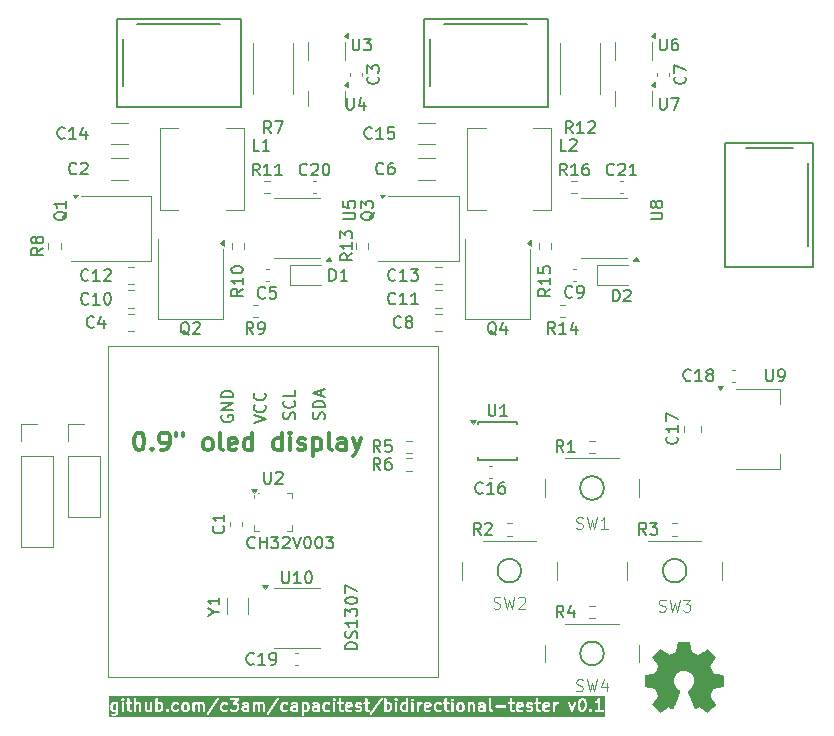
<source format=gto>
G04 #@! TF.GenerationSoftware,KiCad,Pcbnew,9.0.1*
G04 #@! TF.CreationDate,2025-05-08T09:38:56+02:00*
G04 #@! TF.ProjectId,bidirectional-tester,62696469-7265-4637-9469-6f6e616c2d74,rev?*
G04 #@! TF.SameCoordinates,Original*
G04 #@! TF.FileFunction,Legend,Top*
G04 #@! TF.FilePolarity,Positive*
%FSLAX46Y46*%
G04 Gerber Fmt 4.6, Leading zero omitted, Abs format (unit mm)*
G04 Created by KiCad (PCBNEW 9.0.1) date 2025-05-08 09:38:56*
%MOMM*%
%LPD*%
G01*
G04 APERTURE LIST*
%ADD10C,0.200000*%
%ADD11C,0.150000*%
%ADD12C,0.300000*%
%ADD13C,0.100000*%
%ADD14C,0.010000*%
%ADD15C,0.120000*%
G04 APERTURE END LIST*
D10*
G36*
X74698244Y-128309974D02*
G01*
X74698244Y-128757796D01*
X74679399Y-128767219D01*
X74536137Y-128767219D01*
X74476527Y-128737414D01*
X74451860Y-128712746D01*
X74422054Y-128653134D01*
X74422054Y-128414635D01*
X74451859Y-128355025D01*
X74476527Y-128330356D01*
X74536137Y-128300552D01*
X74679399Y-128300552D01*
X74698244Y-128309974D01*
G37*
G36*
X90834246Y-128330357D02*
G01*
X90858915Y-128355025D01*
X90888720Y-128414635D01*
X90888720Y-128653135D01*
X90858915Y-128712743D01*
X90834246Y-128737413D01*
X90774637Y-128767219D01*
X90631375Y-128767219D01*
X90612530Y-128757796D01*
X90612530Y-128309974D01*
X90631375Y-128300552D01*
X90774637Y-128300552D01*
X90834246Y-128330357D01*
G37*
G36*
X78453294Y-128330357D02*
G01*
X78477963Y-128355025D01*
X78507768Y-128414635D01*
X78507768Y-128653135D01*
X78477963Y-128712743D01*
X78453294Y-128737413D01*
X78393685Y-128767219D01*
X78250423Y-128767219D01*
X78231578Y-128757796D01*
X78231578Y-128309974D01*
X78250423Y-128300552D01*
X78393685Y-128300552D01*
X78453294Y-128330357D01*
G37*
G36*
X80691389Y-128330357D02*
G01*
X80716058Y-128355025D01*
X80745863Y-128414635D01*
X80745863Y-128653135D01*
X80716058Y-128712743D01*
X80691389Y-128737413D01*
X80631780Y-128767219D01*
X80536137Y-128767219D01*
X80476527Y-128737414D01*
X80451860Y-128712746D01*
X80422054Y-128653134D01*
X80422054Y-128414635D01*
X80451859Y-128355025D01*
X80476527Y-128330356D01*
X80536137Y-128300552D01*
X80631780Y-128300552D01*
X80691389Y-128330357D01*
G37*
G36*
X85793482Y-128757796D02*
G01*
X85774637Y-128767219D01*
X85583756Y-128767219D01*
X85539446Y-128745064D01*
X85517292Y-128700754D01*
X85517292Y-128652730D01*
X85539447Y-128608420D01*
X85583756Y-128586266D01*
X85793482Y-128586266D01*
X85793482Y-128757796D01*
G37*
G36*
X89936339Y-128757796D02*
G01*
X89917494Y-128767219D01*
X89726613Y-128767219D01*
X89682303Y-128745064D01*
X89660149Y-128700754D01*
X89660149Y-128652730D01*
X89682304Y-128608420D01*
X89726613Y-128586266D01*
X89936339Y-128586266D01*
X89936339Y-128757796D01*
G37*
G36*
X91745863Y-128757796D02*
G01*
X91727018Y-128767219D01*
X91536137Y-128767219D01*
X91491827Y-128745064D01*
X91469673Y-128700754D01*
X91469673Y-128652730D01*
X91491828Y-128608420D01*
X91536137Y-128586266D01*
X91745863Y-128586266D01*
X91745863Y-128757796D01*
G37*
G36*
X94533232Y-128322707D02*
G01*
X94550682Y-128357607D01*
X94279197Y-128411904D01*
X94279197Y-128367016D01*
X94301352Y-128322706D01*
X94345661Y-128300552D01*
X94488923Y-128300552D01*
X94533232Y-128322707D01*
G37*
G36*
X97834247Y-128330357D02*
G01*
X97858916Y-128355025D01*
X97888721Y-128414635D01*
X97888721Y-128653135D01*
X97858916Y-128712743D01*
X97834247Y-128737413D01*
X97774638Y-128767219D01*
X97631376Y-128767219D01*
X97612531Y-128757796D01*
X97612531Y-128309974D01*
X97631376Y-128300552D01*
X97774638Y-128300552D01*
X97834247Y-128330357D01*
G37*
G36*
X99222054Y-128309974D02*
G01*
X99222054Y-128757796D01*
X99203209Y-128767219D01*
X99059947Y-128767219D01*
X99000337Y-128737414D01*
X98975670Y-128712746D01*
X98945864Y-128653134D01*
X98945864Y-128414635D01*
X98975669Y-128355025D01*
X99000337Y-128330356D01*
X99059947Y-128300552D01*
X99203209Y-128300552D01*
X99222054Y-128309974D01*
G37*
G36*
X101199899Y-128322707D02*
G01*
X101217349Y-128357607D01*
X100945864Y-128411904D01*
X100945864Y-128367016D01*
X100968019Y-128322706D01*
X101012328Y-128300552D01*
X101155590Y-128300552D01*
X101199899Y-128322707D01*
G37*
G36*
X103977104Y-128330357D02*
G01*
X104001773Y-128355025D01*
X104031578Y-128414635D01*
X104031578Y-128653135D01*
X104001773Y-128712743D01*
X103977104Y-128737413D01*
X103917495Y-128767219D01*
X103821852Y-128767219D01*
X103762242Y-128737414D01*
X103737575Y-128712746D01*
X103707769Y-128653134D01*
X103707769Y-128414635D01*
X103737574Y-128355025D01*
X103762242Y-128330356D01*
X103821852Y-128300552D01*
X103917495Y-128300552D01*
X103977104Y-128330357D01*
G37*
G36*
X105793483Y-128757796D02*
G01*
X105774638Y-128767219D01*
X105583757Y-128767219D01*
X105539447Y-128745064D01*
X105517293Y-128700754D01*
X105517293Y-128652730D01*
X105539448Y-128608420D01*
X105583757Y-128586266D01*
X105793483Y-128586266D01*
X105793483Y-128757796D01*
G37*
G36*
X109009424Y-128322707D02*
G01*
X109026874Y-128357607D01*
X108755389Y-128411904D01*
X108755389Y-128367016D01*
X108777544Y-128322706D01*
X108821853Y-128300552D01*
X108965115Y-128300552D01*
X109009424Y-128322707D01*
G37*
G36*
X111247520Y-128322707D02*
G01*
X111264970Y-128357607D01*
X110993485Y-128411904D01*
X110993485Y-128367016D01*
X111015640Y-128322706D01*
X111059949Y-128300552D01*
X111203211Y-128300552D01*
X111247520Y-128322707D01*
G37*
G36*
X114262821Y-127997024D02*
G01*
X114287490Y-128021692D01*
X114322943Y-128092599D01*
X114364914Y-128260480D01*
X114364914Y-128473956D01*
X114322943Y-128641837D01*
X114287490Y-128712743D01*
X114262821Y-128737413D01*
X114203212Y-128767219D01*
X114155188Y-128767219D01*
X114095578Y-128737414D01*
X114070911Y-128712746D01*
X114035456Y-128641837D01*
X113993486Y-128473956D01*
X113993486Y-128260481D01*
X114035456Y-128092599D01*
X114070910Y-128021692D01*
X114095578Y-127997023D01*
X114155188Y-127967219D01*
X114203212Y-127967219D01*
X114262821Y-127997024D01*
G37*
G36*
X116102675Y-129411663D02*
G01*
X74110943Y-129411663D01*
X74110943Y-128391028D01*
X74222054Y-128391028D01*
X74222054Y-128676742D01*
X74223975Y-128696251D01*
X74225350Y-128699571D01*
X74225605Y-128703155D01*
X74232611Y-128721463D01*
X74280230Y-128816701D01*
X74285513Y-128825093D01*
X74286525Y-128827537D01*
X74288781Y-128830286D01*
X74290673Y-128833291D01*
X74292667Y-128835020D01*
X74298962Y-128842690D01*
X74346580Y-128890310D01*
X74354248Y-128896603D01*
X74355980Y-128898600D01*
X74358988Y-128900493D01*
X74361734Y-128902747D01*
X74364174Y-128903757D01*
X74372571Y-128909043D01*
X74467808Y-128956662D01*
X74486117Y-128963668D01*
X74489700Y-128963922D01*
X74493021Y-128965298D01*
X74512530Y-128967219D01*
X74698244Y-128967219D01*
X74698244Y-128986469D01*
X74668439Y-129046078D01*
X74643770Y-129070746D01*
X74584161Y-129100552D01*
X74488518Y-129100552D01*
X74414394Y-129063490D01*
X74396086Y-129056484D01*
X74357166Y-129053718D01*
X74320150Y-129066057D01*
X74290673Y-129091621D01*
X74273224Y-129126520D01*
X74270458Y-129165440D01*
X74282797Y-129202456D01*
X74308361Y-129231933D01*
X74324952Y-129242376D01*
X74420189Y-129289995D01*
X74438498Y-129297001D01*
X74442081Y-129297255D01*
X74445402Y-129298631D01*
X74464911Y-129300552D01*
X74607768Y-129300552D01*
X74627277Y-129298631D01*
X74630597Y-129297255D01*
X74634181Y-129297001D01*
X74652489Y-129289995D01*
X74747727Y-129242376D01*
X74756123Y-129237090D01*
X74758563Y-129236080D01*
X74761309Y-129233826D01*
X74764317Y-129231933D01*
X74766046Y-129229938D01*
X74773717Y-129223644D01*
X74821335Y-129176025D01*
X74827627Y-129168358D01*
X74829625Y-129166626D01*
X74831518Y-129163617D01*
X74833772Y-129160872D01*
X74834782Y-129158431D01*
X74840068Y-129150035D01*
X74862376Y-129105419D01*
X82364911Y-129105419D01*
X82372563Y-129143679D01*
X82394274Y-129176099D01*
X82426739Y-129197742D01*
X82465016Y-129205314D01*
X82503276Y-129197662D01*
X82535696Y-129175951D01*
X82548116Y-129160784D01*
X82585026Y-129105419D01*
X87460149Y-129105419D01*
X87467801Y-129143679D01*
X87489512Y-129176099D01*
X87521977Y-129197742D01*
X87560254Y-129205314D01*
X87598514Y-129197662D01*
X87630934Y-129175951D01*
X87643354Y-129160784D01*
X88156524Y-128391028D01*
X88603006Y-128391028D01*
X88603006Y-128676742D01*
X88604927Y-128696251D01*
X88606302Y-128699571D01*
X88606557Y-128703155D01*
X88613563Y-128721463D01*
X88661182Y-128816701D01*
X88666465Y-128825093D01*
X88667477Y-128827537D01*
X88669733Y-128830286D01*
X88671625Y-128833291D01*
X88673619Y-128835020D01*
X88679914Y-128842690D01*
X88727532Y-128890310D01*
X88735200Y-128896603D01*
X88736932Y-128898600D01*
X88739940Y-128900493D01*
X88742686Y-128902747D01*
X88745126Y-128903757D01*
X88753523Y-128909043D01*
X88848760Y-128956662D01*
X88867069Y-128963668D01*
X88870652Y-128963922D01*
X88873973Y-128965298D01*
X88893482Y-128967219D01*
X89083958Y-128967219D01*
X89103467Y-128965298D01*
X89106787Y-128963922D01*
X89110371Y-128963668D01*
X89128679Y-128956662D01*
X89223917Y-128909043D01*
X89240507Y-128898600D01*
X89266072Y-128869123D01*
X89278410Y-128832107D01*
X89275645Y-128793187D01*
X89258196Y-128758289D01*
X89228719Y-128732724D01*
X89191703Y-128720385D01*
X89152783Y-128723151D01*
X89134474Y-128730157D01*
X89060351Y-128767219D01*
X88917089Y-128767219D01*
X88857479Y-128737414D01*
X88832812Y-128712746D01*
X88803006Y-128653134D01*
X88803006Y-128629123D01*
X89460149Y-128629123D01*
X89460149Y-128724361D01*
X89462070Y-128743870D01*
X89463445Y-128747190D01*
X89463700Y-128750773D01*
X89470706Y-128769082D01*
X89518325Y-128864321D01*
X89520378Y-128867584D01*
X89520892Y-128869123D01*
X89522554Y-128871039D01*
X89528768Y-128880911D01*
X89538239Y-128889125D01*
X89546456Y-128898600D01*
X89556326Y-128904812D01*
X89558244Y-128906476D01*
X89559784Y-128906989D01*
X89563047Y-128909043D01*
X89658284Y-128956662D01*
X89676593Y-128963668D01*
X89680176Y-128963922D01*
X89683497Y-128965298D01*
X89703006Y-128967219D01*
X89941101Y-128967219D01*
X89960610Y-128965298D01*
X89963930Y-128963922D01*
X89967514Y-128963668D01*
X89985822Y-128956662D01*
X89990425Y-128954360D01*
X90016830Y-128965298D01*
X90055848Y-128965298D01*
X90091896Y-128950366D01*
X90119486Y-128922776D01*
X90134418Y-128886728D01*
X90136339Y-128867219D01*
X90136339Y-128343409D01*
X90134418Y-128323900D01*
X90133042Y-128320579D01*
X90132788Y-128316996D01*
X90125782Y-128298687D01*
X90078163Y-128203450D01*
X90076338Y-128200552D01*
X90412530Y-128200552D01*
X90412530Y-129200552D01*
X90414451Y-129220061D01*
X90429383Y-129256109D01*
X90456973Y-129283699D01*
X90493021Y-129298631D01*
X90532039Y-129298631D01*
X90568087Y-129283699D01*
X90595677Y-129256109D01*
X90610609Y-129220061D01*
X90612530Y-129200552D01*
X90612530Y-129105419D01*
X96222055Y-129105419D01*
X96229707Y-129143679D01*
X96251418Y-129176099D01*
X96283883Y-129197742D01*
X96322160Y-129205314D01*
X96360420Y-129197662D01*
X96392840Y-129175951D01*
X96405260Y-129160784D01*
X97262402Y-127875070D01*
X97266588Y-127867219D01*
X97412531Y-127867219D01*
X97412531Y-128867219D01*
X97414452Y-128886728D01*
X97429384Y-128922776D01*
X97456974Y-128950366D01*
X97493022Y-128965298D01*
X97532040Y-128965298D01*
X97558444Y-128954360D01*
X97563047Y-128956662D01*
X97581356Y-128963668D01*
X97584939Y-128963922D01*
X97588260Y-128965298D01*
X97607769Y-128967219D01*
X97798245Y-128967219D01*
X97817754Y-128965298D01*
X97821074Y-128963922D01*
X97824658Y-128963668D01*
X97842966Y-128956662D01*
X97938204Y-128909043D01*
X97946599Y-128903758D01*
X97949041Y-128902747D01*
X97951788Y-128900491D01*
X97954794Y-128898600D01*
X97956524Y-128896605D01*
X97964194Y-128890310D01*
X98011813Y-128842690D01*
X98018105Y-128835023D01*
X98020102Y-128833292D01*
X98021995Y-128830284D01*
X98024250Y-128827537D01*
X98025261Y-128825095D01*
X98030545Y-128816701D01*
X98078164Y-128721464D01*
X98085170Y-128703155D01*
X98085424Y-128699571D01*
X98086800Y-128696251D01*
X98088721Y-128676742D01*
X98088721Y-128391028D01*
X98086800Y-128371519D01*
X98085424Y-128368198D01*
X98085170Y-128364615D01*
X98078164Y-128346306D01*
X98030545Y-128251069D01*
X98025259Y-128242672D01*
X98024249Y-128240232D01*
X98021995Y-128237486D01*
X98020102Y-128234478D01*
X98018104Y-128232745D01*
X98011812Y-128225079D01*
X97987286Y-128200552D01*
X98317293Y-128200552D01*
X98317293Y-128867219D01*
X98319214Y-128886728D01*
X98334146Y-128922776D01*
X98361736Y-128950366D01*
X98397784Y-128965298D01*
X98436802Y-128965298D01*
X98472850Y-128950366D01*
X98500440Y-128922776D01*
X98515372Y-128886728D01*
X98517293Y-128867219D01*
X98517293Y-128391028D01*
X98745864Y-128391028D01*
X98745864Y-128676742D01*
X98747785Y-128696251D01*
X98749160Y-128699571D01*
X98749415Y-128703155D01*
X98756421Y-128721463D01*
X98804040Y-128816701D01*
X98809323Y-128825093D01*
X98810335Y-128827537D01*
X98812591Y-128830286D01*
X98814483Y-128833291D01*
X98816477Y-128835020D01*
X98822772Y-128842690D01*
X98870390Y-128890310D01*
X98878058Y-128896603D01*
X98879790Y-128898600D01*
X98882798Y-128900493D01*
X98885544Y-128902747D01*
X98887984Y-128903757D01*
X98896381Y-128909043D01*
X98991618Y-128956662D01*
X99009927Y-128963668D01*
X99013510Y-128963922D01*
X99016831Y-128965298D01*
X99036340Y-128967219D01*
X99226816Y-128967219D01*
X99246325Y-128965298D01*
X99249645Y-128963922D01*
X99253229Y-128963668D01*
X99271537Y-128956662D01*
X99276140Y-128954360D01*
X99302545Y-128965298D01*
X99341563Y-128965298D01*
X99377611Y-128950366D01*
X99405201Y-128922776D01*
X99420133Y-128886728D01*
X99422054Y-128867219D01*
X99422054Y-128200552D01*
X99698245Y-128200552D01*
X99698245Y-128867219D01*
X99700166Y-128886728D01*
X99715098Y-128922776D01*
X99742688Y-128950366D01*
X99778736Y-128965298D01*
X99817754Y-128965298D01*
X99853802Y-128950366D01*
X99881392Y-128922776D01*
X99896324Y-128886728D01*
X99898245Y-128867219D01*
X99898245Y-128200552D01*
X100174435Y-128200552D01*
X100174435Y-128867219D01*
X100176356Y-128886728D01*
X100191288Y-128922776D01*
X100218878Y-128950366D01*
X100254926Y-128965298D01*
X100293944Y-128965298D01*
X100329992Y-128950366D01*
X100357582Y-128922776D01*
X100372514Y-128886728D01*
X100374435Y-128867219D01*
X100374435Y-128414635D01*
X100404240Y-128355025D01*
X100415856Y-128343409D01*
X100745864Y-128343409D01*
X100745864Y-128724361D01*
X100747785Y-128743870D01*
X100749160Y-128747190D01*
X100749415Y-128750773D01*
X100756421Y-128769082D01*
X100804040Y-128864321D01*
X100806093Y-128867584D01*
X100806607Y-128869123D01*
X100808269Y-128871039D01*
X100814483Y-128880911D01*
X100823954Y-128889125D01*
X100832171Y-128898600D01*
X100842041Y-128904812D01*
X100843959Y-128906476D01*
X100845499Y-128906989D01*
X100848762Y-128909043D01*
X100943999Y-128956662D01*
X100962308Y-128963668D01*
X100965891Y-128963922D01*
X100969212Y-128965298D01*
X100988721Y-128967219D01*
X101179197Y-128967219D01*
X101198706Y-128965298D01*
X101202026Y-128963922D01*
X101205610Y-128963668D01*
X101223918Y-128956662D01*
X101319156Y-128909043D01*
X101335746Y-128898600D01*
X101361311Y-128869123D01*
X101373649Y-128832107D01*
X101370884Y-128793187D01*
X101353435Y-128758289D01*
X101323958Y-128732724D01*
X101286942Y-128720385D01*
X101248022Y-128723151D01*
X101229713Y-128730157D01*
X101155590Y-128767219D01*
X101012328Y-128767219D01*
X100968018Y-128745064D01*
X100945864Y-128700754D01*
X100945864Y-128615865D01*
X101341560Y-128536726D01*
X101341563Y-128536726D01*
X101341565Y-128536724D01*
X101341665Y-128536705D01*
X101360419Y-128530995D01*
X101368559Y-128525543D01*
X101377611Y-128521794D01*
X101384612Y-128514792D01*
X101392838Y-128509284D01*
X101398272Y-128501132D01*
X101405201Y-128494204D01*
X101408991Y-128485055D01*
X101414482Y-128476819D01*
X101416383Y-128467208D01*
X101420133Y-128458156D01*
X101422054Y-128438647D01*
X101422054Y-128391028D01*
X101603007Y-128391028D01*
X101603007Y-128676742D01*
X101604928Y-128696251D01*
X101606303Y-128699571D01*
X101606558Y-128703155D01*
X101613564Y-128721463D01*
X101661183Y-128816701D01*
X101666466Y-128825093D01*
X101667478Y-128827537D01*
X101669734Y-128830286D01*
X101671626Y-128833291D01*
X101673620Y-128835020D01*
X101679915Y-128842690D01*
X101727533Y-128890310D01*
X101735201Y-128896603D01*
X101736933Y-128898600D01*
X101739941Y-128900493D01*
X101742687Y-128902747D01*
X101745127Y-128903757D01*
X101753524Y-128909043D01*
X101848761Y-128956662D01*
X101867070Y-128963668D01*
X101870653Y-128963922D01*
X101873974Y-128965298D01*
X101893483Y-128967219D01*
X102083959Y-128967219D01*
X102103468Y-128965298D01*
X102106788Y-128963922D01*
X102110372Y-128963668D01*
X102128680Y-128956662D01*
X102223918Y-128909043D01*
X102240508Y-128898600D01*
X102266073Y-128869123D01*
X102278411Y-128832107D01*
X102275646Y-128793187D01*
X102258197Y-128758289D01*
X102228720Y-128732724D01*
X102191704Y-128720385D01*
X102152784Y-128723151D01*
X102134475Y-128730157D01*
X102060352Y-128767219D01*
X101917090Y-128767219D01*
X101857480Y-128737414D01*
X101832813Y-128712746D01*
X101803007Y-128653134D01*
X101803007Y-128414635D01*
X101832812Y-128355025D01*
X101857480Y-128330356D01*
X101917090Y-128300552D01*
X102060352Y-128300552D01*
X102134475Y-128337614D01*
X102152784Y-128344620D01*
X102191704Y-128347386D01*
X102228720Y-128335047D01*
X102258197Y-128309482D01*
X102275646Y-128274584D01*
X102278411Y-128235664D01*
X102266073Y-128198648D01*
X102250804Y-128181043D01*
X102366833Y-128181043D01*
X102366833Y-128220061D01*
X102381765Y-128256109D01*
X102409355Y-128283699D01*
X102445403Y-128298631D01*
X102464912Y-128300552D01*
X102507769Y-128300552D01*
X102507769Y-128724361D01*
X102509690Y-128743870D01*
X102511065Y-128747190D01*
X102511320Y-128750773D01*
X102518326Y-128769082D01*
X102565945Y-128864321D01*
X102567998Y-128867584D01*
X102568512Y-128869123D01*
X102570174Y-128871039D01*
X102576388Y-128880911D01*
X102585859Y-128889125D01*
X102594076Y-128898600D01*
X102603946Y-128904812D01*
X102605864Y-128906476D01*
X102607404Y-128906989D01*
X102610667Y-128909043D01*
X102705904Y-128956662D01*
X102724213Y-128963668D01*
X102727796Y-128963922D01*
X102731117Y-128965298D01*
X102750626Y-128967219D01*
X102845864Y-128967219D01*
X102865373Y-128965298D01*
X102901421Y-128950366D01*
X102929011Y-128922776D01*
X102943943Y-128886728D01*
X102943943Y-128847710D01*
X102929011Y-128811662D01*
X102901421Y-128784072D01*
X102865373Y-128769140D01*
X102845864Y-128767219D01*
X102774233Y-128767219D01*
X102729923Y-128745064D01*
X102707769Y-128700754D01*
X102707769Y-128300552D01*
X102845864Y-128300552D01*
X102865373Y-128298631D01*
X102901421Y-128283699D01*
X102929011Y-128256109D01*
X102943943Y-128220061D01*
X102943943Y-128200552D01*
X103079198Y-128200552D01*
X103079198Y-128867219D01*
X103081119Y-128886728D01*
X103096051Y-128922776D01*
X103123641Y-128950366D01*
X103159689Y-128965298D01*
X103198707Y-128965298D01*
X103234755Y-128950366D01*
X103262345Y-128922776D01*
X103277277Y-128886728D01*
X103279198Y-128867219D01*
X103279198Y-128391028D01*
X103507769Y-128391028D01*
X103507769Y-128676742D01*
X103509690Y-128696251D01*
X103511065Y-128699571D01*
X103511320Y-128703155D01*
X103518326Y-128721463D01*
X103565945Y-128816701D01*
X103571228Y-128825093D01*
X103572240Y-128827537D01*
X103574496Y-128830286D01*
X103576388Y-128833291D01*
X103578382Y-128835020D01*
X103584677Y-128842690D01*
X103632295Y-128890310D01*
X103639963Y-128896603D01*
X103641695Y-128898600D01*
X103644703Y-128900493D01*
X103647449Y-128902747D01*
X103649889Y-128903757D01*
X103658286Y-128909043D01*
X103753523Y-128956662D01*
X103771832Y-128963668D01*
X103775415Y-128963922D01*
X103778736Y-128965298D01*
X103798245Y-128967219D01*
X103941102Y-128967219D01*
X103960611Y-128965298D01*
X103963931Y-128963922D01*
X103967515Y-128963668D01*
X103985823Y-128956662D01*
X104081061Y-128909043D01*
X104089456Y-128903758D01*
X104091898Y-128902747D01*
X104094645Y-128900491D01*
X104097651Y-128898600D01*
X104099381Y-128896605D01*
X104107051Y-128890310D01*
X104154670Y-128842690D01*
X104160962Y-128835023D01*
X104162959Y-128833292D01*
X104164852Y-128830284D01*
X104167107Y-128827537D01*
X104168118Y-128825095D01*
X104173402Y-128816701D01*
X104221021Y-128721464D01*
X104228027Y-128703155D01*
X104228281Y-128699571D01*
X104229657Y-128696251D01*
X104231578Y-128676742D01*
X104231578Y-128391028D01*
X104229657Y-128371519D01*
X104228281Y-128368198D01*
X104228027Y-128364615D01*
X104221021Y-128346306D01*
X104173402Y-128251069D01*
X104168116Y-128242672D01*
X104167106Y-128240232D01*
X104164852Y-128237486D01*
X104162959Y-128234478D01*
X104160961Y-128232745D01*
X104154669Y-128225079D01*
X104130143Y-128200552D01*
X104460150Y-128200552D01*
X104460150Y-128867219D01*
X104462071Y-128886728D01*
X104477003Y-128922776D01*
X104504593Y-128950366D01*
X104540641Y-128965298D01*
X104579659Y-128965298D01*
X104615707Y-128950366D01*
X104643297Y-128922776D01*
X104658229Y-128886728D01*
X104660150Y-128867219D01*
X104660150Y-128337211D01*
X104667004Y-128330356D01*
X104726614Y-128300552D01*
X104822257Y-128300552D01*
X104866566Y-128322707D01*
X104888721Y-128367016D01*
X104888721Y-128867219D01*
X104890642Y-128886728D01*
X104905574Y-128922776D01*
X104933164Y-128950366D01*
X104969212Y-128965298D01*
X105008230Y-128965298D01*
X105044278Y-128950366D01*
X105071868Y-128922776D01*
X105086800Y-128886728D01*
X105088721Y-128867219D01*
X105088721Y-128629123D01*
X105317293Y-128629123D01*
X105317293Y-128724361D01*
X105319214Y-128743870D01*
X105320589Y-128747190D01*
X105320844Y-128750773D01*
X105327850Y-128769082D01*
X105375469Y-128864321D01*
X105377522Y-128867584D01*
X105378036Y-128869123D01*
X105379698Y-128871039D01*
X105385912Y-128880911D01*
X105395383Y-128889125D01*
X105403600Y-128898600D01*
X105413470Y-128904812D01*
X105415388Y-128906476D01*
X105416928Y-128906989D01*
X105420191Y-128909043D01*
X105515428Y-128956662D01*
X105533737Y-128963668D01*
X105537320Y-128963922D01*
X105540641Y-128965298D01*
X105560150Y-128967219D01*
X105798245Y-128967219D01*
X105817754Y-128965298D01*
X105821074Y-128963922D01*
X105824658Y-128963668D01*
X105842966Y-128956662D01*
X105847569Y-128954360D01*
X105873974Y-128965298D01*
X105912992Y-128965298D01*
X105949040Y-128950366D01*
X105976630Y-128922776D01*
X105991562Y-128886728D01*
X105993483Y-128867219D01*
X105993483Y-128343409D01*
X105991562Y-128323900D01*
X105990186Y-128320579D01*
X105989932Y-128316996D01*
X105982926Y-128298687D01*
X105935307Y-128203450D01*
X105933252Y-128200186D01*
X105932740Y-128198648D01*
X105931078Y-128196732D01*
X105924864Y-128186859D01*
X105915388Y-128178641D01*
X105907175Y-128169171D01*
X105897303Y-128162957D01*
X105895387Y-128161295D01*
X105893848Y-128160781D01*
X105890585Y-128158728D01*
X105795347Y-128111109D01*
X105777039Y-128104103D01*
X105773455Y-128103848D01*
X105770135Y-128102473D01*
X105750626Y-128100552D01*
X105560150Y-128100552D01*
X105540641Y-128102473D01*
X105537320Y-128103848D01*
X105533737Y-128104103D01*
X105515428Y-128111109D01*
X105420191Y-128158728D01*
X105403600Y-128169171D01*
X105378036Y-128198648D01*
X105365697Y-128235664D01*
X105368463Y-128274584D01*
X105385912Y-128309483D01*
X105415389Y-128335047D01*
X105452405Y-128347386D01*
X105491325Y-128344620D01*
X105509633Y-128337614D01*
X105583757Y-128300552D01*
X105727019Y-128300552D01*
X105771328Y-128322707D01*
X105793483Y-128367016D01*
X105793483Y-128376843D01*
X105774638Y-128386266D01*
X105560150Y-128386266D01*
X105540641Y-128388187D01*
X105537320Y-128389562D01*
X105533737Y-128389817D01*
X105515428Y-128396823D01*
X105420191Y-128444442D01*
X105416927Y-128446496D01*
X105415389Y-128447009D01*
X105413473Y-128448670D01*
X105403600Y-128454885D01*
X105395382Y-128464360D01*
X105385912Y-128472574D01*
X105379698Y-128482445D01*
X105378036Y-128484362D01*
X105377522Y-128485900D01*
X105375469Y-128489164D01*
X105327850Y-128584402D01*
X105320844Y-128602710D01*
X105320589Y-128606293D01*
X105319214Y-128609614D01*
X105317293Y-128629123D01*
X105088721Y-128629123D01*
X105088721Y-128343409D01*
X105086800Y-128323900D01*
X105085424Y-128320579D01*
X105085170Y-128316996D01*
X105078164Y-128298687D01*
X105030545Y-128203450D01*
X105028490Y-128200186D01*
X105027978Y-128198648D01*
X105026316Y-128196732D01*
X105020102Y-128186859D01*
X105010626Y-128178641D01*
X105002413Y-128169171D01*
X104992541Y-128162957D01*
X104990625Y-128161295D01*
X104989086Y-128160781D01*
X104985823Y-128158728D01*
X104890585Y-128111109D01*
X104872277Y-128104103D01*
X104868693Y-128103848D01*
X104865373Y-128102473D01*
X104845864Y-128100552D01*
X104703007Y-128100552D01*
X104683498Y-128102473D01*
X104680177Y-128103848D01*
X104676594Y-128104103D01*
X104658285Y-128111109D01*
X104625702Y-128127400D01*
X104615707Y-128117405D01*
X104579659Y-128102473D01*
X104540641Y-128102473D01*
X104504593Y-128117405D01*
X104477003Y-128144995D01*
X104462071Y-128181043D01*
X104460150Y-128200552D01*
X104130143Y-128200552D01*
X104107051Y-128177460D01*
X104099380Y-128171165D01*
X104097651Y-128169171D01*
X104094643Y-128167277D01*
X104091897Y-128165024D01*
X104089457Y-128164013D01*
X104081061Y-128158728D01*
X103985823Y-128111109D01*
X103967515Y-128104103D01*
X103963931Y-128103848D01*
X103960611Y-128102473D01*
X103941102Y-128100552D01*
X103798245Y-128100552D01*
X103778736Y-128102473D01*
X103775415Y-128103848D01*
X103771832Y-128104103D01*
X103753523Y-128111109D01*
X103658286Y-128158728D01*
X103649889Y-128164013D01*
X103647449Y-128165024D01*
X103644703Y-128167277D01*
X103641695Y-128169171D01*
X103639962Y-128171168D01*
X103632296Y-128177461D01*
X103584677Y-128225079D01*
X103578382Y-128232749D01*
X103576388Y-128234479D01*
X103574494Y-128237486D01*
X103572241Y-128240233D01*
X103571230Y-128242672D01*
X103565945Y-128251069D01*
X103518326Y-128346307D01*
X103511320Y-128364615D01*
X103511065Y-128368198D01*
X103509690Y-128371519D01*
X103507769Y-128391028D01*
X103279198Y-128391028D01*
X103279198Y-128200552D01*
X103277277Y-128181043D01*
X103262345Y-128144995D01*
X103234755Y-128117405D01*
X103198707Y-128102473D01*
X103159689Y-128102473D01*
X103123641Y-128117405D01*
X103096051Y-128144995D01*
X103081119Y-128181043D01*
X103079198Y-128200552D01*
X102943943Y-128200552D01*
X102943943Y-128181043D01*
X102929011Y-128144995D01*
X102901421Y-128117405D01*
X102865373Y-128102473D01*
X102845864Y-128100552D01*
X102707769Y-128100552D01*
X102707769Y-127895329D01*
X103033500Y-127895329D01*
X103033500Y-127934347D01*
X103048432Y-127970395D01*
X103060868Y-127985549D01*
X103108487Y-128033167D01*
X103123640Y-128045604D01*
X103130490Y-128048441D01*
X103159689Y-128060536D01*
X103198707Y-128060536D01*
X103234755Y-128045604D01*
X103249909Y-128033168D01*
X103297527Y-127985549D01*
X103309964Y-127970396D01*
X103324895Y-127934347D01*
X103324895Y-127895329D01*
X103323411Y-127891746D01*
X103313252Y-127867219D01*
X106269674Y-127867219D01*
X106269674Y-128724361D01*
X106271595Y-128743870D01*
X106272970Y-128747190D01*
X106273225Y-128750773D01*
X106280231Y-128769082D01*
X106327850Y-128864321D01*
X106329903Y-128867584D01*
X106330417Y-128869123D01*
X106332079Y-128871039D01*
X106338293Y-128880911D01*
X106347764Y-128889125D01*
X106355981Y-128898600D01*
X106365851Y-128904812D01*
X106367769Y-128906476D01*
X106369309Y-128906989D01*
X106372572Y-128909043D01*
X106467809Y-128956662D01*
X106486118Y-128963668D01*
X106525038Y-128966434D01*
X106562054Y-128954095D01*
X106591531Y-128928530D01*
X106608980Y-128893632D01*
X106611745Y-128854712D01*
X106599407Y-128817696D01*
X106573842Y-128788219D01*
X106557252Y-128777776D01*
X106491828Y-128745064D01*
X106469674Y-128700754D01*
X106469674Y-128466757D01*
X106795405Y-128466757D01*
X106795405Y-128505775D01*
X106810337Y-128541823D01*
X106837927Y-128569413D01*
X106873975Y-128584345D01*
X106893484Y-128586266D01*
X107655389Y-128586266D01*
X107674898Y-128584345D01*
X107710946Y-128569413D01*
X107738536Y-128541823D01*
X107753468Y-128505775D01*
X107753468Y-128466757D01*
X107738536Y-128430709D01*
X107710946Y-128403119D01*
X107674898Y-128388187D01*
X107655389Y-128386266D01*
X106893484Y-128386266D01*
X106873975Y-128388187D01*
X106837927Y-128403119D01*
X106810337Y-128430709D01*
X106795405Y-128466757D01*
X106469674Y-128466757D01*
X106469674Y-128181043D01*
X107890643Y-128181043D01*
X107890643Y-128220061D01*
X107905575Y-128256109D01*
X107933165Y-128283699D01*
X107969213Y-128298631D01*
X107988722Y-128300552D01*
X108031579Y-128300552D01*
X108031579Y-128724361D01*
X108033500Y-128743870D01*
X108034875Y-128747190D01*
X108035130Y-128750773D01*
X108042136Y-128769082D01*
X108089755Y-128864321D01*
X108091808Y-128867584D01*
X108092322Y-128869123D01*
X108093984Y-128871039D01*
X108100198Y-128880911D01*
X108109669Y-128889125D01*
X108117886Y-128898600D01*
X108127756Y-128904812D01*
X108129674Y-128906476D01*
X108131214Y-128906989D01*
X108134477Y-128909043D01*
X108229714Y-128956662D01*
X108248023Y-128963668D01*
X108251606Y-128963922D01*
X108254927Y-128965298D01*
X108274436Y-128967219D01*
X108369674Y-128967219D01*
X108389183Y-128965298D01*
X108425231Y-128950366D01*
X108452821Y-128922776D01*
X108467753Y-128886728D01*
X108467753Y-128847710D01*
X108452821Y-128811662D01*
X108425231Y-128784072D01*
X108389183Y-128769140D01*
X108369674Y-128767219D01*
X108298043Y-128767219D01*
X108253733Y-128745064D01*
X108231579Y-128700754D01*
X108231579Y-128343409D01*
X108555389Y-128343409D01*
X108555389Y-128724361D01*
X108557310Y-128743870D01*
X108558685Y-128747190D01*
X108558940Y-128750773D01*
X108565946Y-128769082D01*
X108613565Y-128864321D01*
X108615618Y-128867584D01*
X108616132Y-128869123D01*
X108617794Y-128871039D01*
X108624008Y-128880911D01*
X108633479Y-128889125D01*
X108641696Y-128898600D01*
X108651566Y-128904812D01*
X108653484Y-128906476D01*
X108655024Y-128906989D01*
X108658287Y-128909043D01*
X108753524Y-128956662D01*
X108771833Y-128963668D01*
X108775416Y-128963922D01*
X108778737Y-128965298D01*
X108798246Y-128967219D01*
X108988722Y-128967219D01*
X109008231Y-128965298D01*
X109011551Y-128963922D01*
X109015135Y-128963668D01*
X109033443Y-128956662D01*
X109128681Y-128909043D01*
X109145271Y-128898600D01*
X109170836Y-128869123D01*
X109183174Y-128832107D01*
X109180409Y-128793187D01*
X109162960Y-128758289D01*
X109133483Y-128732724D01*
X109096467Y-128720385D01*
X109057547Y-128723151D01*
X109039238Y-128730157D01*
X108965115Y-128767219D01*
X108821853Y-128767219D01*
X108777543Y-128745064D01*
X108755389Y-128700754D01*
X108755389Y-128615865D01*
X109151085Y-128536726D01*
X109151088Y-128536726D01*
X109151090Y-128536724D01*
X109151190Y-128536705D01*
X109169944Y-128530995D01*
X109178084Y-128525543D01*
X109187136Y-128521794D01*
X109194137Y-128514792D01*
X109202363Y-128509284D01*
X109207797Y-128501132D01*
X109214726Y-128494204D01*
X109218516Y-128485055D01*
X109224007Y-128476819D01*
X109225908Y-128467208D01*
X109229658Y-128458156D01*
X109231579Y-128438647D01*
X109231579Y-128343409D01*
X109412532Y-128343409D01*
X109412532Y-128391028D01*
X109414453Y-128410537D01*
X109415828Y-128413857D01*
X109416083Y-128417441D01*
X109423089Y-128435749D01*
X109470708Y-128530987D01*
X109472761Y-128534250D01*
X109473275Y-128535789D01*
X109474937Y-128537705D01*
X109481151Y-128547577D01*
X109490621Y-128555790D01*
X109498839Y-128565266D01*
X109508712Y-128571480D01*
X109510628Y-128573142D01*
X109512166Y-128573654D01*
X109515430Y-128575709D01*
X109610667Y-128623328D01*
X109628976Y-128630334D01*
X109632559Y-128630588D01*
X109635880Y-128631964D01*
X109655389Y-128633885D01*
X109774639Y-128633885D01*
X109818948Y-128656040D01*
X109841103Y-128700349D01*
X109841103Y-128700754D01*
X109818948Y-128745063D01*
X109774639Y-128767219D01*
X109631377Y-128767219D01*
X109557253Y-128730157D01*
X109538945Y-128723151D01*
X109500025Y-128720385D01*
X109463009Y-128732724D01*
X109433532Y-128758288D01*
X109416083Y-128793187D01*
X109413317Y-128832107D01*
X109425656Y-128869123D01*
X109451220Y-128898600D01*
X109467811Y-128909043D01*
X109563048Y-128956662D01*
X109581357Y-128963668D01*
X109584940Y-128963922D01*
X109588261Y-128965298D01*
X109607770Y-128967219D01*
X109798246Y-128967219D01*
X109817755Y-128965298D01*
X109821075Y-128963922D01*
X109824659Y-128963668D01*
X109842967Y-128956662D01*
X109938205Y-128909043D01*
X109941467Y-128906989D01*
X109943007Y-128906476D01*
X109944923Y-128904813D01*
X109954795Y-128898600D01*
X109963010Y-128889126D01*
X109972484Y-128880911D01*
X109978697Y-128871039D01*
X109980360Y-128869123D01*
X109980872Y-128867584D01*
X109982927Y-128864321D01*
X110030546Y-128769082D01*
X110037552Y-128750774D01*
X110037806Y-128747190D01*
X110039182Y-128743870D01*
X110041103Y-128724361D01*
X110041103Y-128676742D01*
X110039182Y-128657233D01*
X110037806Y-128653912D01*
X110037552Y-128650329D01*
X110030546Y-128632020D01*
X109982927Y-128536783D01*
X109980872Y-128533519D01*
X109980360Y-128531981D01*
X109978698Y-128530065D01*
X109972484Y-128520192D01*
X109963008Y-128511974D01*
X109954795Y-128502504D01*
X109944923Y-128496290D01*
X109943007Y-128494628D01*
X109941468Y-128494114D01*
X109938205Y-128492061D01*
X109842967Y-128444442D01*
X109824659Y-128437436D01*
X109821075Y-128437181D01*
X109817755Y-128435806D01*
X109798246Y-128433885D01*
X109678996Y-128433885D01*
X109634687Y-128411730D01*
X109612532Y-128367420D01*
X109612532Y-128367016D01*
X109634687Y-128322706D01*
X109678996Y-128300552D01*
X109774639Y-128300552D01*
X109848762Y-128337614D01*
X109867071Y-128344620D01*
X109905991Y-128347386D01*
X109943007Y-128335047D01*
X109972484Y-128309482D01*
X109989933Y-128274584D01*
X109992698Y-128235664D01*
X109980360Y-128198648D01*
X109965091Y-128181043D01*
X110128739Y-128181043D01*
X110128739Y-128220061D01*
X110143671Y-128256109D01*
X110171261Y-128283699D01*
X110207309Y-128298631D01*
X110226818Y-128300552D01*
X110269675Y-128300552D01*
X110269675Y-128724361D01*
X110271596Y-128743870D01*
X110272971Y-128747190D01*
X110273226Y-128750773D01*
X110280232Y-128769082D01*
X110327851Y-128864321D01*
X110329904Y-128867584D01*
X110330418Y-128869123D01*
X110332080Y-128871039D01*
X110338294Y-128880911D01*
X110347765Y-128889125D01*
X110355982Y-128898600D01*
X110365852Y-128904812D01*
X110367770Y-128906476D01*
X110369310Y-128906989D01*
X110372573Y-128909043D01*
X110467810Y-128956662D01*
X110486119Y-128963668D01*
X110489702Y-128963922D01*
X110493023Y-128965298D01*
X110512532Y-128967219D01*
X110607770Y-128967219D01*
X110627279Y-128965298D01*
X110663327Y-128950366D01*
X110690917Y-128922776D01*
X110705849Y-128886728D01*
X110705849Y-128847710D01*
X110690917Y-128811662D01*
X110663327Y-128784072D01*
X110627279Y-128769140D01*
X110607770Y-128767219D01*
X110536139Y-128767219D01*
X110491829Y-128745064D01*
X110469675Y-128700754D01*
X110469675Y-128343409D01*
X110793485Y-128343409D01*
X110793485Y-128724361D01*
X110795406Y-128743870D01*
X110796781Y-128747190D01*
X110797036Y-128750773D01*
X110804042Y-128769082D01*
X110851661Y-128864321D01*
X110853714Y-128867584D01*
X110854228Y-128869123D01*
X110855890Y-128871039D01*
X110862104Y-128880911D01*
X110871575Y-128889125D01*
X110879792Y-128898600D01*
X110889662Y-128904812D01*
X110891580Y-128906476D01*
X110893120Y-128906989D01*
X110896383Y-128909043D01*
X110991620Y-128956662D01*
X111009929Y-128963668D01*
X111013512Y-128963922D01*
X111016833Y-128965298D01*
X111036342Y-128967219D01*
X111226818Y-128967219D01*
X111246327Y-128965298D01*
X111249647Y-128963922D01*
X111253231Y-128963668D01*
X111271539Y-128956662D01*
X111366777Y-128909043D01*
X111383367Y-128898600D01*
X111408932Y-128869123D01*
X111421270Y-128832107D01*
X111418505Y-128793187D01*
X111401056Y-128758289D01*
X111371579Y-128732724D01*
X111334563Y-128720385D01*
X111295643Y-128723151D01*
X111277334Y-128730157D01*
X111203211Y-128767219D01*
X111059949Y-128767219D01*
X111015639Y-128745064D01*
X110993485Y-128700754D01*
X110993485Y-128615865D01*
X111389181Y-128536726D01*
X111389184Y-128536726D01*
X111389186Y-128536724D01*
X111389286Y-128536705D01*
X111408040Y-128530995D01*
X111416180Y-128525543D01*
X111425232Y-128521794D01*
X111432233Y-128514792D01*
X111440459Y-128509284D01*
X111445893Y-128501132D01*
X111452822Y-128494204D01*
X111456612Y-128485055D01*
X111462103Y-128476819D01*
X111464004Y-128467208D01*
X111467754Y-128458156D01*
X111469675Y-128438647D01*
X111469675Y-128343409D01*
X111467754Y-128323900D01*
X111466378Y-128320579D01*
X111466124Y-128316996D01*
X111459118Y-128298687D01*
X111411499Y-128203450D01*
X111409674Y-128200552D01*
X111698247Y-128200552D01*
X111698247Y-128867219D01*
X111700168Y-128886728D01*
X111715100Y-128922776D01*
X111742690Y-128950366D01*
X111778738Y-128965298D01*
X111817756Y-128965298D01*
X111853804Y-128950366D01*
X111881394Y-128922776D01*
X111896326Y-128886728D01*
X111898247Y-128867219D01*
X111898247Y-128414635D01*
X111928052Y-128355025D01*
X111952720Y-128330356D01*
X112012330Y-128300552D01*
X112083961Y-128300552D01*
X112103470Y-128298631D01*
X112139518Y-128283699D01*
X112167108Y-128256109D01*
X112182040Y-128220061D01*
X112182040Y-128215167D01*
X112985035Y-128215167D01*
X112989788Y-128234186D01*
X113227883Y-128900852D01*
X113236253Y-128918579D01*
X113239623Y-128922301D01*
X113241771Y-128926836D01*
X113252622Y-128936659D01*
X113262440Y-128947504D01*
X113266972Y-128949651D01*
X113270697Y-128953023D01*
X113284487Y-128957947D01*
X113297702Y-128964208D01*
X113302712Y-128964457D01*
X113307442Y-128966146D01*
X113322063Y-128965418D01*
X113336672Y-128966145D01*
X113341397Y-128964457D01*
X113346412Y-128964208D01*
X113359638Y-128957942D01*
X113373417Y-128953022D01*
X113377137Y-128949653D01*
X113381674Y-128947505D01*
X113391496Y-128936654D01*
X113402343Y-128926836D01*
X113404490Y-128922301D01*
X113407861Y-128918579D01*
X113416231Y-128900853D01*
X113649331Y-128248171D01*
X113793486Y-128248171D01*
X113793486Y-128486266D01*
X113793821Y-128489668D01*
X113793604Y-128491127D01*
X113794683Y-128498424D01*
X113795407Y-128505775D01*
X113795971Y-128507138D01*
X113796472Y-128510520D01*
X113844091Y-128700995D01*
X113844604Y-128702432D01*
X113844656Y-128703155D01*
X113847764Y-128711279D01*
X113850686Y-128719456D01*
X113851116Y-128720036D01*
X113851662Y-128721463D01*
X113899281Y-128816701D01*
X113904564Y-128825093D01*
X113905576Y-128827537D01*
X113907832Y-128830286D01*
X113909724Y-128833291D01*
X113911718Y-128835020D01*
X113918013Y-128842690D01*
X113965631Y-128890310D01*
X113973299Y-128896603D01*
X113975031Y-128898600D01*
X113978039Y-128900493D01*
X113980785Y-128902747D01*
X113983225Y-128903757D01*
X113991622Y-128909043D01*
X114086859Y-128956662D01*
X114105168Y-128963668D01*
X114108751Y-128963922D01*
X114112072Y-128965298D01*
X114131581Y-128967219D01*
X114226819Y-128967219D01*
X114246328Y-128965298D01*
X114249648Y-128963922D01*
X114253232Y-128963668D01*
X114271540Y-128956662D01*
X114366778Y-128909043D01*
X114375173Y-128903758D01*
X114377615Y-128902747D01*
X114380362Y-128900491D01*
X114383368Y-128898600D01*
X114385098Y-128896605D01*
X114392768Y-128890310D01*
X114440387Y-128842690D01*
X114446679Y-128835023D01*
X114448676Y-128833292D01*
X114450569Y-128830284D01*
X114452824Y-128827537D01*
X114453835Y-128825095D01*
X114459119Y-128816701D01*
X114467424Y-128800091D01*
X114747788Y-128800091D01*
X114747788Y-128839109D01*
X114753378Y-128852604D01*
X114762720Y-128875158D01*
X114762724Y-128875162D01*
X114775156Y-128890311D01*
X114822775Y-128937929D01*
X114837928Y-128950366D01*
X114844341Y-128953022D01*
X114873977Y-128965298D01*
X114912995Y-128965298D01*
X114949043Y-128950366D01*
X114964197Y-128937930D01*
X115011815Y-128890311D01*
X115024252Y-128875158D01*
X115031004Y-128858856D01*
X115039183Y-128839110D01*
X115039184Y-128800092D01*
X115024253Y-128764043D01*
X115011816Y-128748890D01*
X114964197Y-128701270D01*
X114949044Y-128688833D01*
X114929455Y-128680719D01*
X114922777Y-128677953D01*
X114912995Y-128673901D01*
X114873977Y-128673901D01*
X114864195Y-128677953D01*
X114837929Y-128688832D01*
X114837928Y-128688833D01*
X114822774Y-128701270D01*
X114775156Y-128748890D01*
X114762719Y-128764043D01*
X114752706Y-128788219D01*
X114747788Y-128800091D01*
X114467424Y-128800091D01*
X114506738Y-128721464D01*
X114507284Y-128720035D01*
X114507714Y-128719456D01*
X114510635Y-128711279D01*
X114513744Y-128703155D01*
X114513795Y-128702434D01*
X114514309Y-128700996D01*
X114561928Y-128510520D01*
X114562428Y-128507138D01*
X114562993Y-128505775D01*
X114563716Y-128498424D01*
X114564796Y-128491127D01*
X114564578Y-128489668D01*
X114564914Y-128486266D01*
X114564914Y-128248171D01*
X114564578Y-128244768D01*
X114564796Y-128243310D01*
X114563716Y-128236012D01*
X114562993Y-128228662D01*
X114562428Y-128227298D01*
X114561928Y-128223917D01*
X114541055Y-128140426D01*
X115222842Y-128140426D01*
X115225608Y-128179346D01*
X115243057Y-128214245D01*
X115272534Y-128239809D01*
X115309550Y-128252148D01*
X115348470Y-128249382D01*
X115366778Y-128242376D01*
X115462016Y-128194757D01*
X115470412Y-128189471D01*
X115472852Y-128188461D01*
X115475598Y-128186207D01*
X115478606Y-128184314D01*
X115480335Y-128182319D01*
X115488006Y-128176025D01*
X115507771Y-128156260D01*
X115507771Y-128767219D01*
X115322057Y-128767219D01*
X115302548Y-128769140D01*
X115266500Y-128784072D01*
X115238910Y-128811662D01*
X115223978Y-128847710D01*
X115223978Y-128886728D01*
X115238910Y-128922776D01*
X115266500Y-128950366D01*
X115302548Y-128965298D01*
X115322057Y-128967219D01*
X115893485Y-128967219D01*
X115912994Y-128965298D01*
X115949042Y-128950366D01*
X115976632Y-128922776D01*
X115991564Y-128886728D01*
X115991564Y-128847710D01*
X115976632Y-128811662D01*
X115949042Y-128784072D01*
X115912994Y-128769140D01*
X115893485Y-128767219D01*
X115707771Y-128767219D01*
X115707771Y-127867219D01*
X115707764Y-127867148D01*
X115707771Y-127867114D01*
X115707750Y-127867012D01*
X115705850Y-127847710D01*
X115702060Y-127838561D01*
X115700119Y-127828854D01*
X115694667Y-127820713D01*
X115690918Y-127811662D01*
X115683918Y-127804662D01*
X115678408Y-127796434D01*
X115670253Y-127790997D01*
X115663328Y-127784072D01*
X115654184Y-127780284D01*
X115645943Y-127774790D01*
X115636329Y-127772888D01*
X115627280Y-127769140D01*
X115617379Y-127769140D01*
X115607667Y-127767219D01*
X115598062Y-127769140D01*
X115588262Y-127769140D01*
X115579113Y-127772929D01*
X115569406Y-127774871D01*
X115561265Y-127780322D01*
X115552214Y-127784072D01*
X115545214Y-127791071D01*
X115536986Y-127796582D01*
X115524697Y-127811588D01*
X115524624Y-127811662D01*
X115524610Y-127811694D01*
X115524566Y-127811749D01*
X115434822Y-127946365D01*
X115358058Y-128023128D01*
X115277336Y-128063490D01*
X115260745Y-128073933D01*
X115235181Y-128103410D01*
X115222842Y-128140426D01*
X114541055Y-128140426D01*
X114514309Y-128033441D01*
X114513795Y-128032002D01*
X114513744Y-128031282D01*
X114510635Y-128023157D01*
X114507714Y-128014981D01*
X114507284Y-128014401D01*
X114506738Y-128012973D01*
X114459119Y-127917736D01*
X114453833Y-127909339D01*
X114452823Y-127906899D01*
X114450569Y-127904153D01*
X114448676Y-127901145D01*
X114446678Y-127899412D01*
X114440386Y-127891746D01*
X114392768Y-127844127D01*
X114385097Y-127837832D01*
X114383368Y-127835838D01*
X114380360Y-127833944D01*
X114377614Y-127831691D01*
X114375174Y-127830680D01*
X114366778Y-127825395D01*
X114271540Y-127777776D01*
X114253232Y-127770770D01*
X114249648Y-127770515D01*
X114246328Y-127769140D01*
X114226819Y-127767219D01*
X114131581Y-127767219D01*
X114112072Y-127769140D01*
X114108751Y-127770515D01*
X114105168Y-127770770D01*
X114086859Y-127777776D01*
X113991622Y-127825395D01*
X113983225Y-127830680D01*
X113980785Y-127831691D01*
X113978039Y-127833944D01*
X113975031Y-127835838D01*
X113973298Y-127837835D01*
X113965632Y-127844128D01*
X113918013Y-127891746D01*
X113911718Y-127899416D01*
X113909724Y-127901146D01*
X113907830Y-127904153D01*
X113905577Y-127906900D01*
X113904566Y-127909339D01*
X113899281Y-127917736D01*
X113851662Y-128012974D01*
X113851116Y-128014400D01*
X113850686Y-128014981D01*
X113847764Y-128023157D01*
X113844656Y-128031282D01*
X113844604Y-128032004D01*
X113844091Y-128033442D01*
X113796472Y-128223917D01*
X113795971Y-128227298D01*
X113795407Y-128228662D01*
X113794683Y-128236012D01*
X113793604Y-128243310D01*
X113793821Y-128244768D01*
X113793486Y-128248171D01*
X113649331Y-128248171D01*
X113654326Y-128234186D01*
X113659079Y-128215167D01*
X113657141Y-128176197D01*
X113640438Y-128140935D01*
X113611512Y-128114749D01*
X113574767Y-128101626D01*
X113535797Y-128103563D01*
X113500535Y-128120267D01*
X113474348Y-128149192D01*
X113465978Y-128166919D01*
X113322057Y-128569897D01*
X113178136Y-128166918D01*
X113169766Y-128149192D01*
X113143579Y-128120266D01*
X113108317Y-128103563D01*
X113069347Y-128101625D01*
X113032602Y-128114748D01*
X113003676Y-128140935D01*
X112986973Y-128176197D01*
X112985035Y-128215167D01*
X112182040Y-128215167D01*
X112182040Y-128181043D01*
X112167108Y-128144995D01*
X112139518Y-128117405D01*
X112103470Y-128102473D01*
X112083961Y-128100552D01*
X111988723Y-128100552D01*
X111969214Y-128102473D01*
X111965893Y-128103848D01*
X111962310Y-128104103D01*
X111944001Y-128111109D01*
X111879672Y-128143273D01*
X111853804Y-128117405D01*
X111817756Y-128102473D01*
X111778738Y-128102473D01*
X111742690Y-128117405D01*
X111715100Y-128144995D01*
X111700168Y-128181043D01*
X111698247Y-128200552D01*
X111409674Y-128200552D01*
X111409444Y-128200186D01*
X111408932Y-128198648D01*
X111407270Y-128196732D01*
X111401056Y-128186859D01*
X111391580Y-128178641D01*
X111383367Y-128169171D01*
X111373495Y-128162957D01*
X111371579Y-128161295D01*
X111370040Y-128160781D01*
X111366777Y-128158728D01*
X111271539Y-128111109D01*
X111253231Y-128104103D01*
X111249647Y-128103848D01*
X111246327Y-128102473D01*
X111226818Y-128100552D01*
X111036342Y-128100552D01*
X111016833Y-128102473D01*
X111013512Y-128103848D01*
X111009929Y-128104103D01*
X110991620Y-128111109D01*
X110896383Y-128158728D01*
X110893119Y-128160782D01*
X110891581Y-128161295D01*
X110889665Y-128162956D01*
X110879792Y-128169171D01*
X110871574Y-128178646D01*
X110862104Y-128186860D01*
X110855890Y-128196731D01*
X110854228Y-128198648D01*
X110853714Y-128200186D01*
X110851661Y-128203450D01*
X110804042Y-128298688D01*
X110797036Y-128316996D01*
X110796781Y-128320579D01*
X110795406Y-128323900D01*
X110793485Y-128343409D01*
X110469675Y-128343409D01*
X110469675Y-128300552D01*
X110607770Y-128300552D01*
X110627279Y-128298631D01*
X110663327Y-128283699D01*
X110690917Y-128256109D01*
X110705849Y-128220061D01*
X110705849Y-128181043D01*
X110690917Y-128144995D01*
X110663327Y-128117405D01*
X110627279Y-128102473D01*
X110607770Y-128100552D01*
X110469675Y-128100552D01*
X110469675Y-127867219D01*
X110467754Y-127847710D01*
X110452822Y-127811662D01*
X110425232Y-127784072D01*
X110389184Y-127769140D01*
X110350166Y-127769140D01*
X110314118Y-127784072D01*
X110286528Y-127811662D01*
X110271596Y-127847710D01*
X110269675Y-127867219D01*
X110269675Y-128100552D01*
X110226818Y-128100552D01*
X110207309Y-128102473D01*
X110171261Y-128117405D01*
X110143671Y-128144995D01*
X110128739Y-128181043D01*
X109965091Y-128181043D01*
X109954795Y-128169171D01*
X109938205Y-128158728D01*
X109842967Y-128111109D01*
X109824659Y-128104103D01*
X109821075Y-128103848D01*
X109817755Y-128102473D01*
X109798246Y-128100552D01*
X109655389Y-128100552D01*
X109635880Y-128102473D01*
X109632559Y-128103848D01*
X109628976Y-128104103D01*
X109610667Y-128111109D01*
X109515430Y-128158728D01*
X109512166Y-128160782D01*
X109510628Y-128161295D01*
X109508712Y-128162956D01*
X109498839Y-128169171D01*
X109490621Y-128178646D01*
X109481151Y-128186860D01*
X109474937Y-128196731D01*
X109473275Y-128198648D01*
X109472761Y-128200186D01*
X109470708Y-128203450D01*
X109423089Y-128298688D01*
X109416083Y-128316996D01*
X109415828Y-128320579D01*
X109414453Y-128323900D01*
X109412532Y-128343409D01*
X109231579Y-128343409D01*
X109229658Y-128323900D01*
X109228282Y-128320579D01*
X109228028Y-128316996D01*
X109221022Y-128298687D01*
X109173403Y-128203450D01*
X109171348Y-128200186D01*
X109170836Y-128198648D01*
X109169174Y-128196732D01*
X109162960Y-128186859D01*
X109153484Y-128178641D01*
X109145271Y-128169171D01*
X109135399Y-128162957D01*
X109133483Y-128161295D01*
X109131944Y-128160781D01*
X109128681Y-128158728D01*
X109033443Y-128111109D01*
X109015135Y-128104103D01*
X109011551Y-128103848D01*
X109008231Y-128102473D01*
X108988722Y-128100552D01*
X108798246Y-128100552D01*
X108778737Y-128102473D01*
X108775416Y-128103848D01*
X108771833Y-128104103D01*
X108753524Y-128111109D01*
X108658287Y-128158728D01*
X108655023Y-128160782D01*
X108653485Y-128161295D01*
X108651569Y-128162956D01*
X108641696Y-128169171D01*
X108633478Y-128178646D01*
X108624008Y-128186860D01*
X108617794Y-128196731D01*
X108616132Y-128198648D01*
X108615618Y-128200186D01*
X108613565Y-128203450D01*
X108565946Y-128298688D01*
X108558940Y-128316996D01*
X108558685Y-128320579D01*
X108557310Y-128323900D01*
X108555389Y-128343409D01*
X108231579Y-128343409D01*
X108231579Y-128300552D01*
X108369674Y-128300552D01*
X108389183Y-128298631D01*
X108425231Y-128283699D01*
X108452821Y-128256109D01*
X108467753Y-128220061D01*
X108467753Y-128181043D01*
X108452821Y-128144995D01*
X108425231Y-128117405D01*
X108389183Y-128102473D01*
X108369674Y-128100552D01*
X108231579Y-128100552D01*
X108231579Y-127867219D01*
X108229658Y-127847710D01*
X108214726Y-127811662D01*
X108187136Y-127784072D01*
X108151088Y-127769140D01*
X108112070Y-127769140D01*
X108076022Y-127784072D01*
X108048432Y-127811662D01*
X108033500Y-127847710D01*
X108031579Y-127867219D01*
X108031579Y-128100552D01*
X107988722Y-128100552D01*
X107969213Y-128102473D01*
X107933165Y-128117405D01*
X107905575Y-128144995D01*
X107890643Y-128181043D01*
X106469674Y-128181043D01*
X106469674Y-127867219D01*
X106467753Y-127847710D01*
X106452821Y-127811662D01*
X106425231Y-127784072D01*
X106389183Y-127769140D01*
X106350165Y-127769140D01*
X106314117Y-127784072D01*
X106286527Y-127811662D01*
X106271595Y-127847710D01*
X106269674Y-127867219D01*
X103313252Y-127867219D01*
X103309964Y-127859280D01*
X103297527Y-127844127D01*
X103249909Y-127796508D01*
X103234755Y-127784072D01*
X103198707Y-127769140D01*
X103159689Y-127769140D01*
X103134198Y-127779698D01*
X103123640Y-127784072D01*
X103108487Y-127796509D01*
X103060868Y-127844127D01*
X103048433Y-127859280D01*
X103048432Y-127859281D01*
X103033500Y-127895329D01*
X102707769Y-127895329D01*
X102707769Y-127867219D01*
X102705848Y-127847710D01*
X102690916Y-127811662D01*
X102663326Y-127784072D01*
X102627278Y-127769140D01*
X102588260Y-127769140D01*
X102552212Y-127784072D01*
X102524622Y-127811662D01*
X102509690Y-127847710D01*
X102507769Y-127867219D01*
X102507769Y-128100552D01*
X102464912Y-128100552D01*
X102445403Y-128102473D01*
X102409355Y-128117405D01*
X102381765Y-128144995D01*
X102366833Y-128181043D01*
X102250804Y-128181043D01*
X102240508Y-128169171D01*
X102223918Y-128158728D01*
X102128680Y-128111109D01*
X102110372Y-128104103D01*
X102106788Y-128103848D01*
X102103468Y-128102473D01*
X102083959Y-128100552D01*
X101893483Y-128100552D01*
X101873974Y-128102473D01*
X101870653Y-128103848D01*
X101867070Y-128104103D01*
X101848761Y-128111109D01*
X101753524Y-128158728D01*
X101745127Y-128164013D01*
X101742687Y-128165024D01*
X101739941Y-128167277D01*
X101736933Y-128169171D01*
X101735200Y-128171168D01*
X101727534Y-128177461D01*
X101679915Y-128225079D01*
X101673620Y-128232749D01*
X101671626Y-128234479D01*
X101669732Y-128237486D01*
X101667479Y-128240233D01*
X101666468Y-128242672D01*
X101661183Y-128251069D01*
X101613564Y-128346307D01*
X101606558Y-128364615D01*
X101606303Y-128368198D01*
X101604928Y-128371519D01*
X101603007Y-128391028D01*
X101422054Y-128391028D01*
X101422054Y-128343409D01*
X101420133Y-128323900D01*
X101418757Y-128320579D01*
X101418503Y-128316996D01*
X101411497Y-128298687D01*
X101363878Y-128203450D01*
X101361823Y-128200186D01*
X101361311Y-128198648D01*
X101359649Y-128196732D01*
X101353435Y-128186859D01*
X101343959Y-128178641D01*
X101335746Y-128169171D01*
X101325874Y-128162957D01*
X101323958Y-128161295D01*
X101322419Y-128160781D01*
X101319156Y-128158728D01*
X101223918Y-128111109D01*
X101205610Y-128104103D01*
X101202026Y-128103848D01*
X101198706Y-128102473D01*
X101179197Y-128100552D01*
X100988721Y-128100552D01*
X100969212Y-128102473D01*
X100965891Y-128103848D01*
X100962308Y-128104103D01*
X100943999Y-128111109D01*
X100848762Y-128158728D01*
X100845498Y-128160782D01*
X100843960Y-128161295D01*
X100842044Y-128162956D01*
X100832171Y-128169171D01*
X100823953Y-128178646D01*
X100814483Y-128186860D01*
X100808269Y-128196731D01*
X100806607Y-128198648D01*
X100806093Y-128200186D01*
X100804040Y-128203450D01*
X100756421Y-128298688D01*
X100749415Y-128316996D01*
X100749160Y-128320579D01*
X100747785Y-128323900D01*
X100745864Y-128343409D01*
X100415856Y-128343409D01*
X100428908Y-128330356D01*
X100488518Y-128300552D01*
X100560149Y-128300552D01*
X100579658Y-128298631D01*
X100615706Y-128283699D01*
X100643296Y-128256109D01*
X100658228Y-128220061D01*
X100658228Y-128181043D01*
X100643296Y-128144995D01*
X100615706Y-128117405D01*
X100579658Y-128102473D01*
X100560149Y-128100552D01*
X100464911Y-128100552D01*
X100445402Y-128102473D01*
X100442081Y-128103848D01*
X100438498Y-128104103D01*
X100420189Y-128111109D01*
X100355860Y-128143273D01*
X100329992Y-128117405D01*
X100293944Y-128102473D01*
X100254926Y-128102473D01*
X100218878Y-128117405D01*
X100191288Y-128144995D01*
X100176356Y-128181043D01*
X100174435Y-128200552D01*
X99898245Y-128200552D01*
X99896324Y-128181043D01*
X99881392Y-128144995D01*
X99853802Y-128117405D01*
X99817754Y-128102473D01*
X99778736Y-128102473D01*
X99742688Y-128117405D01*
X99715098Y-128144995D01*
X99700166Y-128181043D01*
X99698245Y-128200552D01*
X99422054Y-128200552D01*
X99422054Y-127895329D01*
X99652547Y-127895329D01*
X99652547Y-127934347D01*
X99667479Y-127970395D01*
X99679915Y-127985549D01*
X99727534Y-128033167D01*
X99742687Y-128045604D01*
X99749537Y-128048441D01*
X99778736Y-128060536D01*
X99817754Y-128060536D01*
X99853802Y-128045604D01*
X99868956Y-128033168D01*
X99916574Y-127985549D01*
X99929011Y-127970396D01*
X99943942Y-127934347D01*
X99943942Y-127895329D01*
X99942458Y-127891746D01*
X99929011Y-127859280D01*
X99916574Y-127844127D01*
X99868956Y-127796508D01*
X99853802Y-127784072D01*
X99817754Y-127769140D01*
X99778736Y-127769140D01*
X99753245Y-127779698D01*
X99742687Y-127784072D01*
X99727534Y-127796509D01*
X99679915Y-127844127D01*
X99667480Y-127859280D01*
X99667479Y-127859281D01*
X99652547Y-127895329D01*
X99422054Y-127895329D01*
X99422054Y-127867219D01*
X99420133Y-127847710D01*
X99405201Y-127811662D01*
X99377611Y-127784072D01*
X99341563Y-127769140D01*
X99302545Y-127769140D01*
X99266497Y-127784072D01*
X99238907Y-127811662D01*
X99223975Y-127847710D01*
X99222054Y-127867219D01*
X99222054Y-128100552D01*
X99036340Y-128100552D01*
X99016831Y-128102473D01*
X99013510Y-128103848D01*
X99009927Y-128104103D01*
X98991618Y-128111109D01*
X98896381Y-128158728D01*
X98887984Y-128164013D01*
X98885544Y-128165024D01*
X98882798Y-128167277D01*
X98879790Y-128169171D01*
X98878057Y-128171168D01*
X98870391Y-128177461D01*
X98822772Y-128225079D01*
X98816477Y-128232749D01*
X98814483Y-128234479D01*
X98812589Y-128237486D01*
X98810336Y-128240233D01*
X98809325Y-128242672D01*
X98804040Y-128251069D01*
X98756421Y-128346307D01*
X98749415Y-128364615D01*
X98749160Y-128368198D01*
X98747785Y-128371519D01*
X98745864Y-128391028D01*
X98517293Y-128391028D01*
X98517293Y-128200552D01*
X98515372Y-128181043D01*
X98500440Y-128144995D01*
X98472850Y-128117405D01*
X98436802Y-128102473D01*
X98397784Y-128102473D01*
X98361736Y-128117405D01*
X98334146Y-128144995D01*
X98319214Y-128181043D01*
X98317293Y-128200552D01*
X97987286Y-128200552D01*
X97964194Y-128177460D01*
X97956523Y-128171165D01*
X97954794Y-128169171D01*
X97951786Y-128167277D01*
X97949040Y-128165024D01*
X97946600Y-128164013D01*
X97938204Y-128158728D01*
X97842966Y-128111109D01*
X97824658Y-128104103D01*
X97821074Y-128103848D01*
X97817754Y-128102473D01*
X97798245Y-128100552D01*
X97612531Y-128100552D01*
X97612531Y-127895329D01*
X98271595Y-127895329D01*
X98271595Y-127934347D01*
X98286527Y-127970395D01*
X98298963Y-127985549D01*
X98346582Y-128033167D01*
X98361735Y-128045604D01*
X98368585Y-128048441D01*
X98397784Y-128060536D01*
X98436802Y-128060536D01*
X98472850Y-128045604D01*
X98488004Y-128033168D01*
X98535622Y-127985549D01*
X98548059Y-127970396D01*
X98562990Y-127934347D01*
X98562990Y-127895329D01*
X98561506Y-127891746D01*
X98548059Y-127859280D01*
X98535622Y-127844127D01*
X98488004Y-127796508D01*
X98472850Y-127784072D01*
X98436802Y-127769140D01*
X98397784Y-127769140D01*
X98372293Y-127779698D01*
X98361735Y-127784072D01*
X98346582Y-127796509D01*
X98298963Y-127844127D01*
X98286528Y-127859280D01*
X98286527Y-127859281D01*
X98271595Y-127895329D01*
X97612531Y-127895329D01*
X97612531Y-127867219D01*
X97610610Y-127847710D01*
X97595678Y-127811662D01*
X97568088Y-127784072D01*
X97532040Y-127769140D01*
X97493022Y-127769140D01*
X97456974Y-127784072D01*
X97429384Y-127811662D01*
X97414452Y-127847710D01*
X97412531Y-127867219D01*
X97266588Y-127867219D01*
X97271626Y-127857772D01*
X97279197Y-127819495D01*
X97271545Y-127781235D01*
X97249834Y-127748815D01*
X97217369Y-127727171D01*
X97179093Y-127719600D01*
X97140832Y-127727252D01*
X97108412Y-127748963D01*
X97095992Y-127764130D01*
X96238850Y-129049844D01*
X96229627Y-129067142D01*
X96222055Y-129105419D01*
X90612530Y-129105419D01*
X90612530Y-128967219D01*
X90798244Y-128967219D01*
X90817753Y-128965298D01*
X90821073Y-128963922D01*
X90824657Y-128963668D01*
X90842965Y-128956662D01*
X90938203Y-128909043D01*
X90946598Y-128903758D01*
X90949040Y-128902747D01*
X90951787Y-128900491D01*
X90954793Y-128898600D01*
X90956523Y-128896605D01*
X90964193Y-128890310D01*
X91011812Y-128842690D01*
X91018104Y-128835023D01*
X91020101Y-128833292D01*
X91021994Y-128830284D01*
X91024249Y-128827537D01*
X91025260Y-128825095D01*
X91030544Y-128816701D01*
X91078163Y-128721464D01*
X91085169Y-128703155D01*
X91085423Y-128699571D01*
X91086799Y-128696251D01*
X91088720Y-128676742D01*
X91088720Y-128629123D01*
X91269673Y-128629123D01*
X91269673Y-128724361D01*
X91271594Y-128743870D01*
X91272969Y-128747190D01*
X91273224Y-128750773D01*
X91280230Y-128769082D01*
X91327849Y-128864321D01*
X91329902Y-128867584D01*
X91330416Y-128869123D01*
X91332078Y-128871039D01*
X91338292Y-128880911D01*
X91347763Y-128889125D01*
X91355980Y-128898600D01*
X91365850Y-128904812D01*
X91367768Y-128906476D01*
X91369308Y-128906989D01*
X91372571Y-128909043D01*
X91467808Y-128956662D01*
X91486117Y-128963668D01*
X91489700Y-128963922D01*
X91493021Y-128965298D01*
X91512530Y-128967219D01*
X91750625Y-128967219D01*
X91770134Y-128965298D01*
X91773454Y-128963922D01*
X91777038Y-128963668D01*
X91795346Y-128956662D01*
X91799949Y-128954360D01*
X91826354Y-128965298D01*
X91865372Y-128965298D01*
X91901420Y-128950366D01*
X91929010Y-128922776D01*
X91943942Y-128886728D01*
X91945863Y-128867219D01*
X91945863Y-128391028D01*
X92174435Y-128391028D01*
X92174435Y-128676742D01*
X92176356Y-128696251D01*
X92177731Y-128699571D01*
X92177986Y-128703155D01*
X92184992Y-128721463D01*
X92232611Y-128816701D01*
X92237894Y-128825093D01*
X92238906Y-128827537D01*
X92241162Y-128830286D01*
X92243054Y-128833291D01*
X92245048Y-128835020D01*
X92251343Y-128842690D01*
X92298961Y-128890310D01*
X92306629Y-128896603D01*
X92308361Y-128898600D01*
X92311369Y-128900493D01*
X92314115Y-128902747D01*
X92316555Y-128903757D01*
X92324952Y-128909043D01*
X92420189Y-128956662D01*
X92438498Y-128963668D01*
X92442081Y-128963922D01*
X92445402Y-128965298D01*
X92464911Y-128967219D01*
X92655387Y-128967219D01*
X92674896Y-128965298D01*
X92678216Y-128963922D01*
X92681800Y-128963668D01*
X92700108Y-128956662D01*
X92795346Y-128909043D01*
X92811936Y-128898600D01*
X92837501Y-128869123D01*
X92849839Y-128832107D01*
X92847074Y-128793187D01*
X92829625Y-128758289D01*
X92800148Y-128732724D01*
X92763132Y-128720385D01*
X92724212Y-128723151D01*
X92705903Y-128730157D01*
X92631780Y-128767219D01*
X92488518Y-128767219D01*
X92428908Y-128737414D01*
X92404241Y-128712746D01*
X92374435Y-128653134D01*
X92374435Y-128414635D01*
X92404240Y-128355025D01*
X92428908Y-128330356D01*
X92488518Y-128300552D01*
X92631780Y-128300552D01*
X92705903Y-128337614D01*
X92724212Y-128344620D01*
X92763132Y-128347386D01*
X92800148Y-128335047D01*
X92829625Y-128309482D01*
X92847074Y-128274584D01*
X92849839Y-128235664D01*
X92838136Y-128200552D01*
X93079197Y-128200552D01*
X93079197Y-128867219D01*
X93081118Y-128886728D01*
X93096050Y-128922776D01*
X93123640Y-128950366D01*
X93159688Y-128965298D01*
X93198706Y-128965298D01*
X93234754Y-128950366D01*
X93262344Y-128922776D01*
X93277276Y-128886728D01*
X93279197Y-128867219D01*
X93279197Y-128200552D01*
X93277276Y-128181043D01*
X93414451Y-128181043D01*
X93414451Y-128220061D01*
X93429383Y-128256109D01*
X93456973Y-128283699D01*
X93493021Y-128298631D01*
X93512530Y-128300552D01*
X93555387Y-128300552D01*
X93555387Y-128724361D01*
X93557308Y-128743870D01*
X93558683Y-128747190D01*
X93558938Y-128750773D01*
X93565944Y-128769082D01*
X93613563Y-128864321D01*
X93615616Y-128867584D01*
X93616130Y-128869123D01*
X93617792Y-128871039D01*
X93624006Y-128880911D01*
X93633477Y-128889125D01*
X93641694Y-128898600D01*
X93651564Y-128904812D01*
X93653482Y-128906476D01*
X93655022Y-128906989D01*
X93658285Y-128909043D01*
X93753522Y-128956662D01*
X93771831Y-128963668D01*
X93775414Y-128963922D01*
X93778735Y-128965298D01*
X93798244Y-128967219D01*
X93893482Y-128967219D01*
X93912991Y-128965298D01*
X93949039Y-128950366D01*
X93976629Y-128922776D01*
X93991561Y-128886728D01*
X93991561Y-128847710D01*
X93976629Y-128811662D01*
X93949039Y-128784072D01*
X93912991Y-128769140D01*
X93893482Y-128767219D01*
X93821851Y-128767219D01*
X93777541Y-128745064D01*
X93755387Y-128700754D01*
X93755387Y-128343409D01*
X94079197Y-128343409D01*
X94079197Y-128724361D01*
X94081118Y-128743870D01*
X94082493Y-128747190D01*
X94082748Y-128750773D01*
X94089754Y-128769082D01*
X94137373Y-128864321D01*
X94139426Y-128867584D01*
X94139940Y-128869123D01*
X94141602Y-128871039D01*
X94147816Y-128880911D01*
X94157287Y-128889125D01*
X94165504Y-128898600D01*
X94175374Y-128904812D01*
X94177292Y-128906476D01*
X94178832Y-128906989D01*
X94182095Y-128909043D01*
X94277332Y-128956662D01*
X94295641Y-128963668D01*
X94299224Y-128963922D01*
X94302545Y-128965298D01*
X94322054Y-128967219D01*
X94512530Y-128967219D01*
X94532039Y-128965298D01*
X94535359Y-128963922D01*
X94538943Y-128963668D01*
X94557251Y-128956662D01*
X94652489Y-128909043D01*
X94669079Y-128898600D01*
X94694644Y-128869123D01*
X94706982Y-128832107D01*
X94704217Y-128793187D01*
X94686768Y-128758289D01*
X94657291Y-128732724D01*
X94620275Y-128720385D01*
X94581355Y-128723151D01*
X94563046Y-128730157D01*
X94488923Y-128767219D01*
X94345661Y-128767219D01*
X94301351Y-128745064D01*
X94279197Y-128700754D01*
X94279197Y-128615865D01*
X94674893Y-128536726D01*
X94674896Y-128536726D01*
X94674898Y-128536724D01*
X94674998Y-128536705D01*
X94693752Y-128530995D01*
X94701892Y-128525543D01*
X94710944Y-128521794D01*
X94717945Y-128514792D01*
X94726171Y-128509284D01*
X94731605Y-128501132D01*
X94738534Y-128494204D01*
X94742324Y-128485055D01*
X94747815Y-128476819D01*
X94749716Y-128467208D01*
X94753466Y-128458156D01*
X94755387Y-128438647D01*
X94755387Y-128343409D01*
X94936340Y-128343409D01*
X94936340Y-128391028D01*
X94938261Y-128410537D01*
X94939636Y-128413857D01*
X94939891Y-128417441D01*
X94946897Y-128435749D01*
X94994516Y-128530987D01*
X94996569Y-128534250D01*
X94997083Y-128535789D01*
X94998745Y-128537705D01*
X95004959Y-128547577D01*
X95014429Y-128555790D01*
X95022647Y-128565266D01*
X95032520Y-128571480D01*
X95034436Y-128573142D01*
X95035974Y-128573654D01*
X95039238Y-128575709D01*
X95134475Y-128623328D01*
X95152784Y-128630334D01*
X95156367Y-128630588D01*
X95159688Y-128631964D01*
X95179197Y-128633885D01*
X95298447Y-128633885D01*
X95342756Y-128656040D01*
X95364911Y-128700349D01*
X95364911Y-128700754D01*
X95342756Y-128745063D01*
X95298447Y-128767219D01*
X95155185Y-128767219D01*
X95081061Y-128730157D01*
X95062753Y-128723151D01*
X95023833Y-128720385D01*
X94986817Y-128732724D01*
X94957340Y-128758288D01*
X94939891Y-128793187D01*
X94937125Y-128832107D01*
X94949464Y-128869123D01*
X94975028Y-128898600D01*
X94991619Y-128909043D01*
X95086856Y-128956662D01*
X95105165Y-128963668D01*
X95108748Y-128963922D01*
X95112069Y-128965298D01*
X95131578Y-128967219D01*
X95322054Y-128967219D01*
X95341563Y-128965298D01*
X95344883Y-128963922D01*
X95348467Y-128963668D01*
X95366775Y-128956662D01*
X95462013Y-128909043D01*
X95465275Y-128906989D01*
X95466815Y-128906476D01*
X95468731Y-128904813D01*
X95478603Y-128898600D01*
X95486818Y-128889126D01*
X95496292Y-128880911D01*
X95502505Y-128871039D01*
X95504168Y-128869123D01*
X95504680Y-128867584D01*
X95506735Y-128864321D01*
X95554354Y-128769082D01*
X95561360Y-128750774D01*
X95561614Y-128747190D01*
X95562990Y-128743870D01*
X95564911Y-128724361D01*
X95564911Y-128676742D01*
X95562990Y-128657233D01*
X95561614Y-128653912D01*
X95561360Y-128650329D01*
X95554354Y-128632020D01*
X95506735Y-128536783D01*
X95504680Y-128533519D01*
X95504168Y-128531981D01*
X95502506Y-128530065D01*
X95496292Y-128520192D01*
X95486816Y-128511974D01*
X95478603Y-128502504D01*
X95468731Y-128496290D01*
X95466815Y-128494628D01*
X95465276Y-128494114D01*
X95462013Y-128492061D01*
X95366775Y-128444442D01*
X95348467Y-128437436D01*
X95344883Y-128437181D01*
X95341563Y-128435806D01*
X95322054Y-128433885D01*
X95202804Y-128433885D01*
X95158495Y-128411730D01*
X95136340Y-128367420D01*
X95136340Y-128367016D01*
X95158495Y-128322706D01*
X95202804Y-128300552D01*
X95298447Y-128300552D01*
X95372570Y-128337614D01*
X95390879Y-128344620D01*
X95429799Y-128347386D01*
X95466815Y-128335047D01*
X95496292Y-128309482D01*
X95513741Y-128274584D01*
X95516506Y-128235664D01*
X95504168Y-128198648D01*
X95488899Y-128181043D01*
X95652547Y-128181043D01*
X95652547Y-128220061D01*
X95667479Y-128256109D01*
X95695069Y-128283699D01*
X95731117Y-128298631D01*
X95750626Y-128300552D01*
X95793483Y-128300552D01*
X95793483Y-128724361D01*
X95795404Y-128743870D01*
X95796779Y-128747190D01*
X95797034Y-128750773D01*
X95804040Y-128769082D01*
X95851659Y-128864321D01*
X95853712Y-128867584D01*
X95854226Y-128869123D01*
X95855888Y-128871039D01*
X95862102Y-128880911D01*
X95871573Y-128889125D01*
X95879790Y-128898600D01*
X95889660Y-128904812D01*
X95891578Y-128906476D01*
X95893118Y-128906989D01*
X95896381Y-128909043D01*
X95991618Y-128956662D01*
X96009927Y-128963668D01*
X96013510Y-128963922D01*
X96016831Y-128965298D01*
X96036340Y-128967219D01*
X96131578Y-128967219D01*
X96151087Y-128965298D01*
X96187135Y-128950366D01*
X96214725Y-128922776D01*
X96229657Y-128886728D01*
X96229657Y-128847710D01*
X96214725Y-128811662D01*
X96187135Y-128784072D01*
X96151087Y-128769140D01*
X96131578Y-128767219D01*
X96059947Y-128767219D01*
X96015637Y-128745064D01*
X95993483Y-128700754D01*
X95993483Y-128300552D01*
X96131578Y-128300552D01*
X96151087Y-128298631D01*
X96187135Y-128283699D01*
X96214725Y-128256109D01*
X96229657Y-128220061D01*
X96229657Y-128181043D01*
X96214725Y-128144995D01*
X96187135Y-128117405D01*
X96151087Y-128102473D01*
X96131578Y-128100552D01*
X95993483Y-128100552D01*
X95993483Y-127867219D01*
X95991562Y-127847710D01*
X95976630Y-127811662D01*
X95949040Y-127784072D01*
X95912992Y-127769140D01*
X95873974Y-127769140D01*
X95837926Y-127784072D01*
X95810336Y-127811662D01*
X95795404Y-127847710D01*
X95793483Y-127867219D01*
X95793483Y-128100552D01*
X95750626Y-128100552D01*
X95731117Y-128102473D01*
X95695069Y-128117405D01*
X95667479Y-128144995D01*
X95652547Y-128181043D01*
X95488899Y-128181043D01*
X95478603Y-128169171D01*
X95462013Y-128158728D01*
X95366775Y-128111109D01*
X95348467Y-128104103D01*
X95344883Y-128103848D01*
X95341563Y-128102473D01*
X95322054Y-128100552D01*
X95179197Y-128100552D01*
X95159688Y-128102473D01*
X95156367Y-128103848D01*
X95152784Y-128104103D01*
X95134475Y-128111109D01*
X95039238Y-128158728D01*
X95035974Y-128160782D01*
X95034436Y-128161295D01*
X95032520Y-128162956D01*
X95022647Y-128169171D01*
X95014429Y-128178646D01*
X95004959Y-128186860D01*
X94998745Y-128196731D01*
X94997083Y-128198648D01*
X94996569Y-128200186D01*
X94994516Y-128203450D01*
X94946897Y-128298688D01*
X94939891Y-128316996D01*
X94939636Y-128320579D01*
X94938261Y-128323900D01*
X94936340Y-128343409D01*
X94755387Y-128343409D01*
X94753466Y-128323900D01*
X94752090Y-128320579D01*
X94751836Y-128316996D01*
X94744830Y-128298687D01*
X94697211Y-128203450D01*
X94695156Y-128200186D01*
X94694644Y-128198648D01*
X94692982Y-128196732D01*
X94686768Y-128186859D01*
X94677292Y-128178641D01*
X94669079Y-128169171D01*
X94659207Y-128162957D01*
X94657291Y-128161295D01*
X94655752Y-128160781D01*
X94652489Y-128158728D01*
X94557251Y-128111109D01*
X94538943Y-128104103D01*
X94535359Y-128103848D01*
X94532039Y-128102473D01*
X94512530Y-128100552D01*
X94322054Y-128100552D01*
X94302545Y-128102473D01*
X94299224Y-128103848D01*
X94295641Y-128104103D01*
X94277332Y-128111109D01*
X94182095Y-128158728D01*
X94178831Y-128160782D01*
X94177293Y-128161295D01*
X94175377Y-128162956D01*
X94165504Y-128169171D01*
X94157286Y-128178646D01*
X94147816Y-128186860D01*
X94141602Y-128196731D01*
X94139940Y-128198648D01*
X94139426Y-128200186D01*
X94137373Y-128203450D01*
X94089754Y-128298688D01*
X94082748Y-128316996D01*
X94082493Y-128320579D01*
X94081118Y-128323900D01*
X94079197Y-128343409D01*
X93755387Y-128343409D01*
X93755387Y-128300552D01*
X93893482Y-128300552D01*
X93912991Y-128298631D01*
X93949039Y-128283699D01*
X93976629Y-128256109D01*
X93991561Y-128220061D01*
X93991561Y-128181043D01*
X93976629Y-128144995D01*
X93949039Y-128117405D01*
X93912991Y-128102473D01*
X93893482Y-128100552D01*
X93755387Y-128100552D01*
X93755387Y-127867219D01*
X93753466Y-127847710D01*
X93738534Y-127811662D01*
X93710944Y-127784072D01*
X93674896Y-127769140D01*
X93635878Y-127769140D01*
X93599830Y-127784072D01*
X93572240Y-127811662D01*
X93557308Y-127847710D01*
X93555387Y-127867219D01*
X93555387Y-128100552D01*
X93512530Y-128100552D01*
X93493021Y-128102473D01*
X93456973Y-128117405D01*
X93429383Y-128144995D01*
X93414451Y-128181043D01*
X93277276Y-128181043D01*
X93262344Y-128144995D01*
X93234754Y-128117405D01*
X93198706Y-128102473D01*
X93159688Y-128102473D01*
X93123640Y-128117405D01*
X93096050Y-128144995D01*
X93081118Y-128181043D01*
X93079197Y-128200552D01*
X92838136Y-128200552D01*
X92837501Y-128198648D01*
X92811936Y-128169171D01*
X92795346Y-128158728D01*
X92700108Y-128111109D01*
X92681800Y-128104103D01*
X92678216Y-128103848D01*
X92674896Y-128102473D01*
X92655387Y-128100552D01*
X92464911Y-128100552D01*
X92445402Y-128102473D01*
X92442081Y-128103848D01*
X92438498Y-128104103D01*
X92420189Y-128111109D01*
X92324952Y-128158728D01*
X92316555Y-128164013D01*
X92314115Y-128165024D01*
X92311369Y-128167277D01*
X92308361Y-128169171D01*
X92306628Y-128171168D01*
X92298962Y-128177461D01*
X92251343Y-128225079D01*
X92245048Y-128232749D01*
X92243054Y-128234479D01*
X92241160Y-128237486D01*
X92238907Y-128240233D01*
X92237896Y-128242672D01*
X92232611Y-128251069D01*
X92184992Y-128346307D01*
X92177986Y-128364615D01*
X92177731Y-128368198D01*
X92176356Y-128371519D01*
X92174435Y-128391028D01*
X91945863Y-128391028D01*
X91945863Y-128343409D01*
X91943942Y-128323900D01*
X91942566Y-128320579D01*
X91942312Y-128316996D01*
X91935306Y-128298687D01*
X91887687Y-128203450D01*
X91885632Y-128200186D01*
X91885120Y-128198648D01*
X91883458Y-128196732D01*
X91877244Y-128186859D01*
X91867768Y-128178641D01*
X91859555Y-128169171D01*
X91849683Y-128162957D01*
X91847767Y-128161295D01*
X91846228Y-128160781D01*
X91842965Y-128158728D01*
X91747727Y-128111109D01*
X91729419Y-128104103D01*
X91725835Y-128103848D01*
X91722515Y-128102473D01*
X91703006Y-128100552D01*
X91512530Y-128100552D01*
X91493021Y-128102473D01*
X91489700Y-128103848D01*
X91486117Y-128104103D01*
X91467808Y-128111109D01*
X91372571Y-128158728D01*
X91355980Y-128169171D01*
X91330416Y-128198648D01*
X91318077Y-128235664D01*
X91320843Y-128274584D01*
X91338292Y-128309483D01*
X91367769Y-128335047D01*
X91404785Y-128347386D01*
X91443705Y-128344620D01*
X91462013Y-128337614D01*
X91536137Y-128300552D01*
X91679399Y-128300552D01*
X91723708Y-128322707D01*
X91745863Y-128367016D01*
X91745863Y-128376843D01*
X91727018Y-128386266D01*
X91512530Y-128386266D01*
X91493021Y-128388187D01*
X91489700Y-128389562D01*
X91486117Y-128389817D01*
X91467808Y-128396823D01*
X91372571Y-128444442D01*
X91369307Y-128446496D01*
X91367769Y-128447009D01*
X91365853Y-128448670D01*
X91355980Y-128454885D01*
X91347762Y-128464360D01*
X91338292Y-128472574D01*
X91332078Y-128482445D01*
X91330416Y-128484362D01*
X91329902Y-128485900D01*
X91327849Y-128489164D01*
X91280230Y-128584402D01*
X91273224Y-128602710D01*
X91272969Y-128606293D01*
X91271594Y-128609614D01*
X91269673Y-128629123D01*
X91088720Y-128629123D01*
X91088720Y-128391028D01*
X91086799Y-128371519D01*
X91085423Y-128368198D01*
X91085169Y-128364615D01*
X91078163Y-128346306D01*
X91030544Y-128251069D01*
X91025258Y-128242672D01*
X91024248Y-128240232D01*
X91021994Y-128237486D01*
X91020101Y-128234478D01*
X91018103Y-128232745D01*
X91011811Y-128225079D01*
X90964193Y-128177460D01*
X90956522Y-128171165D01*
X90954793Y-128169171D01*
X90951785Y-128167277D01*
X90949039Y-128165024D01*
X90946599Y-128164013D01*
X90938203Y-128158728D01*
X90842965Y-128111109D01*
X90824657Y-128104103D01*
X90821073Y-128103848D01*
X90817753Y-128102473D01*
X90798244Y-128100552D01*
X90607768Y-128100552D01*
X90588259Y-128102473D01*
X90584938Y-128103848D01*
X90581355Y-128104103D01*
X90563046Y-128111109D01*
X90558443Y-128113410D01*
X90532039Y-128102473D01*
X90493021Y-128102473D01*
X90456973Y-128117405D01*
X90429383Y-128144995D01*
X90414451Y-128181043D01*
X90412530Y-128200552D01*
X90076338Y-128200552D01*
X90076108Y-128200186D01*
X90075596Y-128198648D01*
X90073934Y-128196732D01*
X90067720Y-128186859D01*
X90058244Y-128178641D01*
X90050031Y-128169171D01*
X90040159Y-128162957D01*
X90038243Y-128161295D01*
X90036704Y-128160781D01*
X90033441Y-128158728D01*
X89938203Y-128111109D01*
X89919895Y-128104103D01*
X89916311Y-128103848D01*
X89912991Y-128102473D01*
X89893482Y-128100552D01*
X89703006Y-128100552D01*
X89683497Y-128102473D01*
X89680176Y-128103848D01*
X89676593Y-128104103D01*
X89658284Y-128111109D01*
X89563047Y-128158728D01*
X89546456Y-128169171D01*
X89520892Y-128198648D01*
X89508553Y-128235664D01*
X89511319Y-128274584D01*
X89528768Y-128309483D01*
X89558245Y-128335047D01*
X89595261Y-128347386D01*
X89634181Y-128344620D01*
X89652489Y-128337614D01*
X89726613Y-128300552D01*
X89869875Y-128300552D01*
X89914184Y-128322707D01*
X89936339Y-128367016D01*
X89936339Y-128376843D01*
X89917494Y-128386266D01*
X89703006Y-128386266D01*
X89683497Y-128388187D01*
X89680176Y-128389562D01*
X89676593Y-128389817D01*
X89658284Y-128396823D01*
X89563047Y-128444442D01*
X89559783Y-128446496D01*
X89558245Y-128447009D01*
X89556329Y-128448670D01*
X89546456Y-128454885D01*
X89538238Y-128464360D01*
X89528768Y-128472574D01*
X89522554Y-128482445D01*
X89520892Y-128484362D01*
X89520378Y-128485900D01*
X89518325Y-128489164D01*
X89470706Y-128584402D01*
X89463700Y-128602710D01*
X89463445Y-128606293D01*
X89462070Y-128609614D01*
X89460149Y-128629123D01*
X88803006Y-128629123D01*
X88803006Y-128414635D01*
X88832811Y-128355025D01*
X88857479Y-128330356D01*
X88917089Y-128300552D01*
X89060351Y-128300552D01*
X89134474Y-128337614D01*
X89152783Y-128344620D01*
X89191703Y-128347386D01*
X89228719Y-128335047D01*
X89258196Y-128309482D01*
X89275645Y-128274584D01*
X89278410Y-128235664D01*
X89266072Y-128198648D01*
X89240507Y-128169171D01*
X89223917Y-128158728D01*
X89128679Y-128111109D01*
X89110371Y-128104103D01*
X89106787Y-128103848D01*
X89103467Y-128102473D01*
X89083958Y-128100552D01*
X88893482Y-128100552D01*
X88873973Y-128102473D01*
X88870652Y-128103848D01*
X88867069Y-128104103D01*
X88848760Y-128111109D01*
X88753523Y-128158728D01*
X88745126Y-128164013D01*
X88742686Y-128165024D01*
X88739940Y-128167277D01*
X88736932Y-128169171D01*
X88735199Y-128171168D01*
X88727533Y-128177461D01*
X88679914Y-128225079D01*
X88673619Y-128232749D01*
X88671625Y-128234479D01*
X88669731Y-128237486D01*
X88667478Y-128240233D01*
X88666467Y-128242672D01*
X88661182Y-128251069D01*
X88613563Y-128346307D01*
X88606557Y-128364615D01*
X88606302Y-128368198D01*
X88604927Y-128371519D01*
X88603006Y-128391028D01*
X88156524Y-128391028D01*
X88486990Y-127895329D01*
X93033499Y-127895329D01*
X93033499Y-127934347D01*
X93048431Y-127970395D01*
X93060867Y-127985549D01*
X93108486Y-128033167D01*
X93123639Y-128045604D01*
X93130489Y-128048441D01*
X93159688Y-128060536D01*
X93198706Y-128060536D01*
X93234754Y-128045604D01*
X93249908Y-128033168D01*
X93297526Y-127985549D01*
X93309963Y-127970396D01*
X93324894Y-127934347D01*
X93324894Y-127895329D01*
X93323410Y-127891746D01*
X93309963Y-127859280D01*
X93297526Y-127844127D01*
X93249908Y-127796508D01*
X93234754Y-127784072D01*
X93198706Y-127769140D01*
X93159688Y-127769140D01*
X93134197Y-127779698D01*
X93123639Y-127784072D01*
X93108486Y-127796509D01*
X93060867Y-127844127D01*
X93048432Y-127859280D01*
X93048431Y-127859281D01*
X93033499Y-127895329D01*
X88486990Y-127895329D01*
X88500496Y-127875070D01*
X88509720Y-127857772D01*
X88517291Y-127819495D01*
X88509639Y-127781235D01*
X88487928Y-127748815D01*
X88455463Y-127727171D01*
X88417187Y-127719600D01*
X88378926Y-127727252D01*
X88346506Y-127748963D01*
X88334086Y-127764130D01*
X87476944Y-129049844D01*
X87467721Y-129067142D01*
X87460149Y-129105419D01*
X82585026Y-129105419D01*
X83061286Y-128391028D01*
X83507768Y-128391028D01*
X83507768Y-128676742D01*
X83509689Y-128696251D01*
X83511064Y-128699571D01*
X83511319Y-128703155D01*
X83518325Y-128721463D01*
X83565944Y-128816701D01*
X83571227Y-128825093D01*
X83572239Y-128827537D01*
X83574495Y-128830286D01*
X83576387Y-128833291D01*
X83578381Y-128835020D01*
X83584676Y-128842690D01*
X83632294Y-128890310D01*
X83639962Y-128896603D01*
X83641694Y-128898600D01*
X83644702Y-128900493D01*
X83647448Y-128902747D01*
X83649888Y-128903757D01*
X83658285Y-128909043D01*
X83753522Y-128956662D01*
X83771831Y-128963668D01*
X83775414Y-128963922D01*
X83778735Y-128965298D01*
X83798244Y-128967219D01*
X83988720Y-128967219D01*
X84008229Y-128965298D01*
X84011549Y-128963922D01*
X84015133Y-128963668D01*
X84033441Y-128956662D01*
X84128679Y-128909043D01*
X84145269Y-128898600D01*
X84170834Y-128869123D01*
X84183172Y-128832107D01*
X84180407Y-128793187D01*
X84162958Y-128758289D01*
X84133481Y-128732724D01*
X84096465Y-128720385D01*
X84057545Y-128723151D01*
X84039236Y-128730157D01*
X83965113Y-128767219D01*
X83821851Y-128767219D01*
X83762241Y-128737414D01*
X83737574Y-128712746D01*
X83707768Y-128653134D01*
X83707768Y-128414635D01*
X83737573Y-128355025D01*
X83762241Y-128330356D01*
X83821851Y-128300552D01*
X83965113Y-128300552D01*
X84039236Y-128337614D01*
X84057545Y-128344620D01*
X84096465Y-128347386D01*
X84133481Y-128335047D01*
X84162958Y-128309482D01*
X84180407Y-128274584D01*
X84183172Y-128235664D01*
X84170834Y-128198648D01*
X84145269Y-128169171D01*
X84128679Y-128158728D01*
X84033441Y-128111109D01*
X84015133Y-128104103D01*
X84011549Y-128103848D01*
X84008229Y-128102473D01*
X83988720Y-128100552D01*
X83798244Y-128100552D01*
X83778735Y-128102473D01*
X83775414Y-128103848D01*
X83771831Y-128104103D01*
X83753522Y-128111109D01*
X83658285Y-128158728D01*
X83649888Y-128164013D01*
X83647448Y-128165024D01*
X83644702Y-128167277D01*
X83641694Y-128169171D01*
X83639961Y-128171168D01*
X83632295Y-128177461D01*
X83584676Y-128225079D01*
X83578381Y-128232749D01*
X83576387Y-128234479D01*
X83574493Y-128237486D01*
X83572240Y-128240233D01*
X83571229Y-128242672D01*
X83565944Y-128251069D01*
X83518325Y-128346307D01*
X83511319Y-128364615D01*
X83511064Y-128368198D01*
X83509689Y-128371519D01*
X83507768Y-128391028D01*
X83061286Y-128391028D01*
X83405258Y-127875070D01*
X83414482Y-127857772D01*
X83416472Y-127847710D01*
X84319213Y-127847710D01*
X84319213Y-127886728D01*
X84334145Y-127922776D01*
X84361735Y-127950366D01*
X84397783Y-127965298D01*
X84417292Y-127967219D01*
X84815962Y-127967219D01*
X84627748Y-128182321D01*
X84621718Y-128190754D01*
X84619859Y-128192614D01*
X84619128Y-128194377D01*
X84616347Y-128198268D01*
X84611142Y-128213656D01*
X84604927Y-128228662D01*
X84604927Y-128232035D01*
X84603847Y-128235229D01*
X84604927Y-128251431D01*
X84604927Y-128267680D01*
X84606217Y-128270795D01*
X84606442Y-128274161D01*
X84613642Y-128288721D01*
X84619859Y-128303728D01*
X84622243Y-128306112D01*
X84623739Y-128309136D01*
X84635964Y-128319833D01*
X84647449Y-128331318D01*
X84650563Y-128332608D01*
X84653103Y-128334830D01*
X84668491Y-128340034D01*
X84683497Y-128346250D01*
X84688256Y-128346718D01*
X84690064Y-128347330D01*
X84692688Y-128347155D01*
X84703006Y-128348171D01*
X84822256Y-128348171D01*
X84881865Y-128377976D01*
X84906534Y-128402644D01*
X84936339Y-128462254D01*
X84936339Y-128653135D01*
X84906534Y-128712743D01*
X84881865Y-128737413D01*
X84822256Y-128767219D01*
X84583756Y-128767219D01*
X84524146Y-128737414D01*
X84488003Y-128701270D01*
X84472850Y-128688833D01*
X84436802Y-128673902D01*
X84397784Y-128673901D01*
X84361735Y-128688832D01*
X84334145Y-128716422D01*
X84319214Y-128752470D01*
X84319213Y-128791488D01*
X84334144Y-128827537D01*
X84346581Y-128842690D01*
X84394199Y-128890310D01*
X84401867Y-128896603D01*
X84403599Y-128898600D01*
X84406607Y-128900493D01*
X84409353Y-128902747D01*
X84411793Y-128903757D01*
X84420190Y-128909043D01*
X84515427Y-128956662D01*
X84533736Y-128963668D01*
X84537319Y-128963922D01*
X84540640Y-128965298D01*
X84560149Y-128967219D01*
X84845863Y-128967219D01*
X84865372Y-128965298D01*
X84868692Y-128963922D01*
X84872276Y-128963668D01*
X84890584Y-128956662D01*
X84985822Y-128909043D01*
X84994217Y-128903758D01*
X84996659Y-128902747D01*
X84999406Y-128900491D01*
X85002412Y-128898600D01*
X85004142Y-128896605D01*
X85011812Y-128890310D01*
X85059431Y-128842690D01*
X85065723Y-128835023D01*
X85067720Y-128833292D01*
X85069613Y-128830284D01*
X85071868Y-128827537D01*
X85072879Y-128825095D01*
X85078163Y-128816701D01*
X85125782Y-128721464D01*
X85132788Y-128703155D01*
X85133042Y-128699571D01*
X85134418Y-128696251D01*
X85136339Y-128676742D01*
X85136339Y-128629123D01*
X85317292Y-128629123D01*
X85317292Y-128724361D01*
X85319213Y-128743870D01*
X85320588Y-128747190D01*
X85320843Y-128750773D01*
X85327849Y-128769082D01*
X85375468Y-128864321D01*
X85377521Y-128867584D01*
X85378035Y-128869123D01*
X85379697Y-128871039D01*
X85385911Y-128880911D01*
X85395382Y-128889125D01*
X85403599Y-128898600D01*
X85413469Y-128904812D01*
X85415387Y-128906476D01*
X85416927Y-128906989D01*
X85420190Y-128909043D01*
X85515427Y-128956662D01*
X85533736Y-128963668D01*
X85537319Y-128963922D01*
X85540640Y-128965298D01*
X85560149Y-128967219D01*
X85798244Y-128967219D01*
X85817753Y-128965298D01*
X85821073Y-128963922D01*
X85824657Y-128963668D01*
X85842965Y-128956662D01*
X85847568Y-128954360D01*
X85873973Y-128965298D01*
X85912991Y-128965298D01*
X85949039Y-128950366D01*
X85976629Y-128922776D01*
X85991561Y-128886728D01*
X85993482Y-128867219D01*
X85993482Y-128343409D01*
X85991561Y-128323900D01*
X85990185Y-128320579D01*
X85989931Y-128316996D01*
X85982925Y-128298687D01*
X85935306Y-128203450D01*
X85933481Y-128200552D01*
X86269673Y-128200552D01*
X86269673Y-128867219D01*
X86271594Y-128886728D01*
X86286526Y-128922776D01*
X86314116Y-128950366D01*
X86350164Y-128965298D01*
X86389182Y-128965298D01*
X86425230Y-128950366D01*
X86452820Y-128922776D01*
X86467752Y-128886728D01*
X86469673Y-128867219D01*
X86469673Y-128337211D01*
X86476527Y-128330356D01*
X86536137Y-128300552D01*
X86631780Y-128300552D01*
X86676089Y-128322707D01*
X86698244Y-128367016D01*
X86698244Y-128867219D01*
X86700165Y-128886728D01*
X86715097Y-128922776D01*
X86742687Y-128950366D01*
X86778735Y-128965298D01*
X86817753Y-128965298D01*
X86853801Y-128950366D01*
X86881391Y-128922776D01*
X86896323Y-128886728D01*
X86898244Y-128867219D01*
X86898244Y-128367016D01*
X86920399Y-128322706D01*
X86964708Y-128300552D01*
X87060351Y-128300552D01*
X87104661Y-128322706D01*
X87126816Y-128367016D01*
X87126816Y-128867219D01*
X87128737Y-128886728D01*
X87143669Y-128922776D01*
X87171259Y-128950366D01*
X87207307Y-128965298D01*
X87246325Y-128965298D01*
X87282373Y-128950366D01*
X87309963Y-128922776D01*
X87324895Y-128886728D01*
X87326816Y-128867219D01*
X87326816Y-128343409D01*
X87324895Y-128323900D01*
X87323519Y-128320579D01*
X87323265Y-128316996D01*
X87316259Y-128298687D01*
X87268640Y-128203450D01*
X87266586Y-128200187D01*
X87266073Y-128198647D01*
X87264409Y-128196729D01*
X87258197Y-128186859D01*
X87248722Y-128178642D01*
X87240508Y-128169171D01*
X87230636Y-128162957D01*
X87228720Y-128161295D01*
X87227181Y-128160781D01*
X87223918Y-128158728D01*
X87128679Y-128111109D01*
X87110370Y-128104103D01*
X87106787Y-128103848D01*
X87103467Y-128102473D01*
X87083958Y-128100552D01*
X86941101Y-128100552D01*
X86921592Y-128102473D01*
X86918271Y-128103848D01*
X86914688Y-128104103D01*
X86896379Y-128111109D01*
X86801142Y-128158728D01*
X86798243Y-128160552D01*
X86795346Y-128158728D01*
X86700108Y-128111109D01*
X86681800Y-128104103D01*
X86678216Y-128103848D01*
X86674896Y-128102473D01*
X86655387Y-128100552D01*
X86512530Y-128100552D01*
X86493021Y-128102473D01*
X86489700Y-128103848D01*
X86486117Y-128104103D01*
X86467808Y-128111109D01*
X86435225Y-128127400D01*
X86425230Y-128117405D01*
X86389182Y-128102473D01*
X86350164Y-128102473D01*
X86314116Y-128117405D01*
X86286526Y-128144995D01*
X86271594Y-128181043D01*
X86269673Y-128200552D01*
X85933481Y-128200552D01*
X85933251Y-128200186D01*
X85932739Y-128198648D01*
X85931077Y-128196732D01*
X85924863Y-128186859D01*
X85915387Y-128178641D01*
X85907174Y-128169171D01*
X85897302Y-128162957D01*
X85895386Y-128161295D01*
X85893847Y-128160781D01*
X85890584Y-128158728D01*
X85795346Y-128111109D01*
X85777038Y-128104103D01*
X85773454Y-128103848D01*
X85770134Y-128102473D01*
X85750625Y-128100552D01*
X85560149Y-128100552D01*
X85540640Y-128102473D01*
X85537319Y-128103848D01*
X85533736Y-128104103D01*
X85515427Y-128111109D01*
X85420190Y-128158728D01*
X85403599Y-128169171D01*
X85378035Y-128198648D01*
X85365696Y-128235664D01*
X85368462Y-128274584D01*
X85385911Y-128309483D01*
X85415388Y-128335047D01*
X85452404Y-128347386D01*
X85491324Y-128344620D01*
X85509632Y-128337614D01*
X85583756Y-128300552D01*
X85727018Y-128300552D01*
X85771327Y-128322707D01*
X85793482Y-128367016D01*
X85793482Y-128376843D01*
X85774637Y-128386266D01*
X85560149Y-128386266D01*
X85540640Y-128388187D01*
X85537319Y-128389562D01*
X85533736Y-128389817D01*
X85515427Y-128396823D01*
X85420190Y-128444442D01*
X85416926Y-128446496D01*
X85415388Y-128447009D01*
X85413472Y-128448670D01*
X85403599Y-128454885D01*
X85395381Y-128464360D01*
X85385911Y-128472574D01*
X85379697Y-128482445D01*
X85378035Y-128484362D01*
X85377521Y-128485900D01*
X85375468Y-128489164D01*
X85327849Y-128584402D01*
X85320843Y-128602710D01*
X85320588Y-128606293D01*
X85319213Y-128609614D01*
X85317292Y-128629123D01*
X85136339Y-128629123D01*
X85136339Y-128438647D01*
X85134418Y-128419138D01*
X85133042Y-128415817D01*
X85132788Y-128412234D01*
X85125782Y-128393925D01*
X85078163Y-128298688D01*
X85072877Y-128290291D01*
X85071867Y-128287851D01*
X85069613Y-128285105D01*
X85067720Y-128282097D01*
X85065722Y-128280364D01*
X85059430Y-128272698D01*
X85011812Y-128225079D01*
X85004141Y-128218784D01*
X85002412Y-128216790D01*
X84999404Y-128214896D01*
X84996658Y-128212643D01*
X84994218Y-128211632D01*
X84985822Y-128206347D01*
X84906974Y-128166923D01*
X85111597Y-127933069D01*
X85117626Y-127924635D01*
X85119486Y-127922776D01*
X85120216Y-127921012D01*
X85122998Y-127917122D01*
X85128202Y-127901733D01*
X85134418Y-127886728D01*
X85134418Y-127883354D01*
X85135498Y-127880161D01*
X85134418Y-127863958D01*
X85134418Y-127847710D01*
X85133127Y-127844594D01*
X85132903Y-127841229D01*
X85125700Y-127826663D01*
X85119486Y-127811662D01*
X85117102Y-127809278D01*
X85115607Y-127806254D01*
X85103373Y-127795549D01*
X85091896Y-127784072D01*
X85088782Y-127782782D01*
X85086243Y-127780560D01*
X85070851Y-127775354D01*
X85055848Y-127769140D01*
X85051088Y-127768671D01*
X85049281Y-127768060D01*
X85046656Y-127768234D01*
X85036339Y-127767219D01*
X84417292Y-127767219D01*
X84397783Y-127769140D01*
X84361735Y-127784072D01*
X84334145Y-127811662D01*
X84319213Y-127847710D01*
X83416472Y-127847710D01*
X83422053Y-127819495D01*
X83414401Y-127781235D01*
X83392690Y-127748815D01*
X83360225Y-127727171D01*
X83321949Y-127719600D01*
X83283688Y-127727252D01*
X83251268Y-127748963D01*
X83238848Y-127764130D01*
X82381706Y-129049844D01*
X82372483Y-129067142D01*
X82364911Y-129105419D01*
X74862376Y-129105419D01*
X74887687Y-129054798D01*
X74894693Y-129036489D01*
X74894947Y-129032905D01*
X74896323Y-129029585D01*
X74898244Y-129010076D01*
X74898244Y-128200552D01*
X75174435Y-128200552D01*
X75174435Y-128867219D01*
X75176356Y-128886728D01*
X75191288Y-128922776D01*
X75218878Y-128950366D01*
X75254926Y-128965298D01*
X75293944Y-128965298D01*
X75329992Y-128950366D01*
X75357582Y-128922776D01*
X75372514Y-128886728D01*
X75374435Y-128867219D01*
X75374435Y-128200552D01*
X75372514Y-128181043D01*
X75509689Y-128181043D01*
X75509689Y-128220061D01*
X75524621Y-128256109D01*
X75552211Y-128283699D01*
X75588259Y-128298631D01*
X75607768Y-128300552D01*
X75650625Y-128300552D01*
X75650625Y-128724361D01*
X75652546Y-128743870D01*
X75653921Y-128747190D01*
X75654176Y-128750773D01*
X75661182Y-128769082D01*
X75708801Y-128864321D01*
X75710854Y-128867584D01*
X75711368Y-128869123D01*
X75713030Y-128871039D01*
X75719244Y-128880911D01*
X75728715Y-128889125D01*
X75736932Y-128898600D01*
X75746802Y-128904812D01*
X75748720Y-128906476D01*
X75750260Y-128906989D01*
X75753523Y-128909043D01*
X75848760Y-128956662D01*
X75867069Y-128963668D01*
X75870652Y-128963922D01*
X75873973Y-128965298D01*
X75893482Y-128967219D01*
X75988720Y-128967219D01*
X76008229Y-128965298D01*
X76044277Y-128950366D01*
X76071867Y-128922776D01*
X76086799Y-128886728D01*
X76086799Y-128847710D01*
X76071867Y-128811662D01*
X76044277Y-128784072D01*
X76008229Y-128769140D01*
X75988720Y-128767219D01*
X75917089Y-128767219D01*
X75872779Y-128745064D01*
X75850625Y-128700754D01*
X75850625Y-128300552D01*
X75988720Y-128300552D01*
X76008229Y-128298631D01*
X76044277Y-128283699D01*
X76071867Y-128256109D01*
X76086799Y-128220061D01*
X76086799Y-128181043D01*
X76071867Y-128144995D01*
X76044277Y-128117405D01*
X76008229Y-128102473D01*
X75988720Y-128100552D01*
X75850625Y-128100552D01*
X75850625Y-127867219D01*
X76222054Y-127867219D01*
X76222054Y-128867219D01*
X76223975Y-128886728D01*
X76238907Y-128922776D01*
X76266497Y-128950366D01*
X76302545Y-128965298D01*
X76341563Y-128965298D01*
X76377611Y-128950366D01*
X76405201Y-128922776D01*
X76420133Y-128886728D01*
X76422054Y-128867219D01*
X76422054Y-128337211D01*
X76428908Y-128330356D01*
X76488518Y-128300552D01*
X76584161Y-128300552D01*
X76628470Y-128322707D01*
X76650625Y-128367016D01*
X76650625Y-128867219D01*
X76652546Y-128886728D01*
X76667478Y-128922776D01*
X76695068Y-128950366D01*
X76731116Y-128965298D01*
X76770134Y-128965298D01*
X76806182Y-128950366D01*
X76833772Y-128922776D01*
X76848704Y-128886728D01*
X76850625Y-128867219D01*
X76850625Y-128343409D01*
X76848704Y-128323900D01*
X76847328Y-128320579D01*
X76847074Y-128316996D01*
X76840068Y-128298687D01*
X76792449Y-128203450D01*
X76790624Y-128200552D01*
X77126816Y-128200552D01*
X77126816Y-128724361D01*
X77128737Y-128743870D01*
X77130112Y-128747190D01*
X77130367Y-128750773D01*
X77137373Y-128769082D01*
X77184992Y-128864321D01*
X77187045Y-128867584D01*
X77187559Y-128869123D01*
X77189221Y-128871039D01*
X77195435Y-128880911D01*
X77204906Y-128889125D01*
X77213123Y-128898600D01*
X77222993Y-128904812D01*
X77224911Y-128906476D01*
X77226451Y-128906989D01*
X77229714Y-128909043D01*
X77324951Y-128956662D01*
X77343260Y-128963668D01*
X77346843Y-128963922D01*
X77350164Y-128965298D01*
X77369673Y-128967219D01*
X77512530Y-128967219D01*
X77532039Y-128965298D01*
X77535359Y-128963922D01*
X77538943Y-128963668D01*
X77557251Y-128956662D01*
X77589834Y-128940370D01*
X77599830Y-128950366D01*
X77635878Y-128965298D01*
X77674896Y-128965298D01*
X77710944Y-128950366D01*
X77738534Y-128922776D01*
X77753466Y-128886728D01*
X77755387Y-128867219D01*
X77755387Y-128200552D01*
X77753466Y-128181043D01*
X77738534Y-128144995D01*
X77710944Y-128117405D01*
X77674896Y-128102473D01*
X77635878Y-128102473D01*
X77599830Y-128117405D01*
X77572240Y-128144995D01*
X77557308Y-128181043D01*
X77555387Y-128200552D01*
X77555387Y-128730559D01*
X77548532Y-128737413D01*
X77488923Y-128767219D01*
X77393280Y-128767219D01*
X77348970Y-128745064D01*
X77326816Y-128700754D01*
X77326816Y-128200552D01*
X77324895Y-128181043D01*
X77309963Y-128144995D01*
X77282373Y-128117405D01*
X77246325Y-128102473D01*
X77207307Y-128102473D01*
X77171259Y-128117405D01*
X77143669Y-128144995D01*
X77128737Y-128181043D01*
X77126816Y-128200552D01*
X76790624Y-128200552D01*
X76790394Y-128200186D01*
X76789882Y-128198648D01*
X76788220Y-128196732D01*
X76782006Y-128186859D01*
X76772530Y-128178641D01*
X76764317Y-128169171D01*
X76754445Y-128162957D01*
X76752529Y-128161295D01*
X76750990Y-128160781D01*
X76747727Y-128158728D01*
X76652489Y-128111109D01*
X76634181Y-128104103D01*
X76630597Y-128103848D01*
X76627277Y-128102473D01*
X76607768Y-128100552D01*
X76464911Y-128100552D01*
X76445402Y-128102473D01*
X76442081Y-128103848D01*
X76438498Y-128104103D01*
X76422054Y-128110395D01*
X76422054Y-127867219D01*
X78031578Y-127867219D01*
X78031578Y-128867219D01*
X78033499Y-128886728D01*
X78048431Y-128922776D01*
X78076021Y-128950366D01*
X78112069Y-128965298D01*
X78151087Y-128965298D01*
X78177491Y-128954360D01*
X78182094Y-128956662D01*
X78200403Y-128963668D01*
X78203986Y-128963922D01*
X78207307Y-128965298D01*
X78226816Y-128967219D01*
X78417292Y-128967219D01*
X78436801Y-128965298D01*
X78440121Y-128963922D01*
X78443705Y-128963668D01*
X78462013Y-128956662D01*
X78557251Y-128909043D01*
X78565646Y-128903758D01*
X78568088Y-128902747D01*
X78570835Y-128900491D01*
X78573841Y-128898600D01*
X78575571Y-128896605D01*
X78583241Y-128890310D01*
X78630860Y-128842690D01*
X78637152Y-128835023D01*
X78639149Y-128833292D01*
X78641042Y-128830284D01*
X78643297Y-128827537D01*
X78644308Y-128825095D01*
X78649592Y-128816701D01*
X78657897Y-128800091D01*
X78890642Y-128800091D01*
X78890642Y-128839109D01*
X78896232Y-128852604D01*
X78905574Y-128875158D01*
X78905578Y-128875162D01*
X78918010Y-128890311D01*
X78965629Y-128937929D01*
X78980782Y-128950366D01*
X78987195Y-128953022D01*
X79016831Y-128965298D01*
X79055849Y-128965298D01*
X79091897Y-128950366D01*
X79107051Y-128937930D01*
X79154669Y-128890311D01*
X79167106Y-128875158D01*
X79173858Y-128858856D01*
X79182037Y-128839110D01*
X79182038Y-128800092D01*
X79167107Y-128764043D01*
X79154670Y-128748890D01*
X79107051Y-128701270D01*
X79091898Y-128688833D01*
X79072309Y-128680719D01*
X79065631Y-128677953D01*
X79055849Y-128673901D01*
X79016831Y-128673901D01*
X79007049Y-128677953D01*
X78980783Y-128688832D01*
X78980782Y-128688833D01*
X78965628Y-128701270D01*
X78918010Y-128748890D01*
X78905573Y-128764043D01*
X78895560Y-128788219D01*
X78890642Y-128800091D01*
X78657897Y-128800091D01*
X78697211Y-128721464D01*
X78704217Y-128703155D01*
X78704471Y-128699571D01*
X78705847Y-128696251D01*
X78707768Y-128676742D01*
X78707768Y-128391028D01*
X79364911Y-128391028D01*
X79364911Y-128676742D01*
X79366832Y-128696251D01*
X79368207Y-128699571D01*
X79368462Y-128703155D01*
X79375468Y-128721463D01*
X79423087Y-128816701D01*
X79428370Y-128825093D01*
X79429382Y-128827537D01*
X79431638Y-128830286D01*
X79433530Y-128833291D01*
X79435524Y-128835020D01*
X79441819Y-128842690D01*
X79489437Y-128890310D01*
X79497105Y-128896603D01*
X79498837Y-128898600D01*
X79501845Y-128900493D01*
X79504591Y-128902747D01*
X79507031Y-128903757D01*
X79515428Y-128909043D01*
X79610665Y-128956662D01*
X79628974Y-128963668D01*
X79632557Y-128963922D01*
X79635878Y-128965298D01*
X79655387Y-128967219D01*
X79845863Y-128967219D01*
X79865372Y-128965298D01*
X79868692Y-128963922D01*
X79872276Y-128963668D01*
X79890584Y-128956662D01*
X79985822Y-128909043D01*
X80002412Y-128898600D01*
X80027977Y-128869123D01*
X80040315Y-128832107D01*
X80037550Y-128793187D01*
X80020101Y-128758289D01*
X79990624Y-128732724D01*
X79953608Y-128720385D01*
X79914688Y-128723151D01*
X79896379Y-128730157D01*
X79822256Y-128767219D01*
X79678994Y-128767219D01*
X79619384Y-128737414D01*
X79594717Y-128712746D01*
X79564911Y-128653134D01*
X79564911Y-128414635D01*
X79576715Y-128391028D01*
X80222054Y-128391028D01*
X80222054Y-128676742D01*
X80223975Y-128696251D01*
X80225350Y-128699571D01*
X80225605Y-128703155D01*
X80232611Y-128721463D01*
X80280230Y-128816701D01*
X80285513Y-128825093D01*
X80286525Y-128827537D01*
X80288781Y-128830286D01*
X80290673Y-128833291D01*
X80292667Y-128835020D01*
X80298962Y-128842690D01*
X80346580Y-128890310D01*
X80354248Y-128896603D01*
X80355980Y-128898600D01*
X80358988Y-128900493D01*
X80361734Y-128902747D01*
X80364174Y-128903757D01*
X80372571Y-128909043D01*
X80467808Y-128956662D01*
X80486117Y-128963668D01*
X80489700Y-128963922D01*
X80493021Y-128965298D01*
X80512530Y-128967219D01*
X80655387Y-128967219D01*
X80674896Y-128965298D01*
X80678216Y-128963922D01*
X80681800Y-128963668D01*
X80700108Y-128956662D01*
X80795346Y-128909043D01*
X80803741Y-128903758D01*
X80806183Y-128902747D01*
X80808930Y-128900491D01*
X80811936Y-128898600D01*
X80813666Y-128896605D01*
X80821336Y-128890310D01*
X80868955Y-128842690D01*
X80875247Y-128835023D01*
X80877244Y-128833292D01*
X80879137Y-128830284D01*
X80881392Y-128827537D01*
X80882403Y-128825095D01*
X80887687Y-128816701D01*
X80935306Y-128721464D01*
X80942312Y-128703155D01*
X80942566Y-128699571D01*
X80943942Y-128696251D01*
X80945863Y-128676742D01*
X80945863Y-128391028D01*
X80943942Y-128371519D01*
X80942566Y-128368198D01*
X80942312Y-128364615D01*
X80935306Y-128346306D01*
X80887687Y-128251069D01*
X80882401Y-128242672D01*
X80881391Y-128240232D01*
X80879137Y-128237486D01*
X80877244Y-128234478D01*
X80875246Y-128232745D01*
X80868954Y-128225079D01*
X80844428Y-128200552D01*
X81174435Y-128200552D01*
X81174435Y-128867219D01*
X81176356Y-128886728D01*
X81191288Y-128922776D01*
X81218878Y-128950366D01*
X81254926Y-128965298D01*
X81293944Y-128965298D01*
X81329992Y-128950366D01*
X81357582Y-128922776D01*
X81372514Y-128886728D01*
X81374435Y-128867219D01*
X81374435Y-128337211D01*
X81381289Y-128330356D01*
X81440899Y-128300552D01*
X81536542Y-128300552D01*
X81580851Y-128322707D01*
X81603006Y-128367016D01*
X81603006Y-128867219D01*
X81604927Y-128886728D01*
X81619859Y-128922776D01*
X81647449Y-128950366D01*
X81683497Y-128965298D01*
X81722515Y-128965298D01*
X81758563Y-128950366D01*
X81786153Y-128922776D01*
X81801085Y-128886728D01*
X81803006Y-128867219D01*
X81803006Y-128367016D01*
X81825161Y-128322706D01*
X81869470Y-128300552D01*
X81965113Y-128300552D01*
X82009423Y-128322706D01*
X82031578Y-128367016D01*
X82031578Y-128867219D01*
X82033499Y-128886728D01*
X82048431Y-128922776D01*
X82076021Y-128950366D01*
X82112069Y-128965298D01*
X82151087Y-128965298D01*
X82187135Y-128950366D01*
X82214725Y-128922776D01*
X82229657Y-128886728D01*
X82231578Y-128867219D01*
X82231578Y-128343409D01*
X82229657Y-128323900D01*
X82228281Y-128320579D01*
X82228027Y-128316996D01*
X82221021Y-128298687D01*
X82173402Y-128203450D01*
X82171348Y-128200187D01*
X82170835Y-128198647D01*
X82169171Y-128196729D01*
X82162959Y-128186859D01*
X82153484Y-128178642D01*
X82145270Y-128169171D01*
X82135398Y-128162957D01*
X82133482Y-128161295D01*
X82131943Y-128160781D01*
X82128680Y-128158728D01*
X82033441Y-128111109D01*
X82015132Y-128104103D01*
X82011549Y-128103848D01*
X82008229Y-128102473D01*
X81988720Y-128100552D01*
X81845863Y-128100552D01*
X81826354Y-128102473D01*
X81823033Y-128103848D01*
X81819450Y-128104103D01*
X81801141Y-128111109D01*
X81705904Y-128158728D01*
X81703005Y-128160552D01*
X81700108Y-128158728D01*
X81604870Y-128111109D01*
X81586562Y-128104103D01*
X81582978Y-128103848D01*
X81579658Y-128102473D01*
X81560149Y-128100552D01*
X81417292Y-128100552D01*
X81397783Y-128102473D01*
X81394462Y-128103848D01*
X81390879Y-128104103D01*
X81372570Y-128111109D01*
X81339987Y-128127400D01*
X81329992Y-128117405D01*
X81293944Y-128102473D01*
X81254926Y-128102473D01*
X81218878Y-128117405D01*
X81191288Y-128144995D01*
X81176356Y-128181043D01*
X81174435Y-128200552D01*
X80844428Y-128200552D01*
X80821336Y-128177460D01*
X80813665Y-128171165D01*
X80811936Y-128169171D01*
X80808928Y-128167277D01*
X80806182Y-128165024D01*
X80803742Y-128164013D01*
X80795346Y-128158728D01*
X80700108Y-128111109D01*
X80681800Y-128104103D01*
X80678216Y-128103848D01*
X80674896Y-128102473D01*
X80655387Y-128100552D01*
X80512530Y-128100552D01*
X80493021Y-128102473D01*
X80489700Y-128103848D01*
X80486117Y-128104103D01*
X80467808Y-128111109D01*
X80372571Y-128158728D01*
X80364174Y-128164013D01*
X80361734Y-128165024D01*
X80358988Y-128167277D01*
X80355980Y-128169171D01*
X80354247Y-128171168D01*
X80346581Y-128177461D01*
X80298962Y-128225079D01*
X80292667Y-128232749D01*
X80290673Y-128234479D01*
X80288779Y-128237486D01*
X80286526Y-128240233D01*
X80285515Y-128242672D01*
X80280230Y-128251069D01*
X80232611Y-128346307D01*
X80225605Y-128364615D01*
X80225350Y-128368198D01*
X80223975Y-128371519D01*
X80222054Y-128391028D01*
X79576715Y-128391028D01*
X79594716Y-128355025D01*
X79619384Y-128330356D01*
X79678994Y-128300552D01*
X79822256Y-128300552D01*
X79896379Y-128337614D01*
X79914688Y-128344620D01*
X79953608Y-128347386D01*
X79990624Y-128335047D01*
X80020101Y-128309482D01*
X80037550Y-128274584D01*
X80040315Y-128235664D01*
X80027977Y-128198648D01*
X80002412Y-128169171D01*
X79985822Y-128158728D01*
X79890584Y-128111109D01*
X79872276Y-128104103D01*
X79868692Y-128103848D01*
X79865372Y-128102473D01*
X79845863Y-128100552D01*
X79655387Y-128100552D01*
X79635878Y-128102473D01*
X79632557Y-128103848D01*
X79628974Y-128104103D01*
X79610665Y-128111109D01*
X79515428Y-128158728D01*
X79507031Y-128164013D01*
X79504591Y-128165024D01*
X79501845Y-128167277D01*
X79498837Y-128169171D01*
X79497104Y-128171168D01*
X79489438Y-128177461D01*
X79441819Y-128225079D01*
X79435524Y-128232749D01*
X79433530Y-128234479D01*
X79431636Y-128237486D01*
X79429383Y-128240233D01*
X79428372Y-128242672D01*
X79423087Y-128251069D01*
X79375468Y-128346307D01*
X79368462Y-128364615D01*
X79368207Y-128368198D01*
X79366832Y-128371519D01*
X79364911Y-128391028D01*
X78707768Y-128391028D01*
X78705847Y-128371519D01*
X78704471Y-128368198D01*
X78704217Y-128364615D01*
X78697211Y-128346306D01*
X78649592Y-128251069D01*
X78644306Y-128242672D01*
X78643296Y-128240232D01*
X78641042Y-128237486D01*
X78639149Y-128234478D01*
X78637151Y-128232745D01*
X78630859Y-128225079D01*
X78583241Y-128177460D01*
X78575570Y-128171165D01*
X78573841Y-128169171D01*
X78570833Y-128167277D01*
X78568087Y-128165024D01*
X78565647Y-128164013D01*
X78557251Y-128158728D01*
X78462013Y-128111109D01*
X78443705Y-128104103D01*
X78440121Y-128103848D01*
X78436801Y-128102473D01*
X78417292Y-128100552D01*
X78231578Y-128100552D01*
X78231578Y-127867219D01*
X78229657Y-127847710D01*
X78214725Y-127811662D01*
X78187135Y-127784072D01*
X78151087Y-127769140D01*
X78112069Y-127769140D01*
X78076021Y-127784072D01*
X78048431Y-127811662D01*
X78033499Y-127847710D01*
X78031578Y-127867219D01*
X76422054Y-127867219D01*
X76420133Y-127847710D01*
X76405201Y-127811662D01*
X76377611Y-127784072D01*
X76341563Y-127769140D01*
X76302545Y-127769140D01*
X76266497Y-127784072D01*
X76238907Y-127811662D01*
X76223975Y-127847710D01*
X76222054Y-127867219D01*
X75850625Y-127867219D01*
X75848704Y-127847710D01*
X75833772Y-127811662D01*
X75806182Y-127784072D01*
X75770134Y-127769140D01*
X75731116Y-127769140D01*
X75695068Y-127784072D01*
X75667478Y-127811662D01*
X75652546Y-127847710D01*
X75650625Y-127867219D01*
X75650625Y-128100552D01*
X75607768Y-128100552D01*
X75588259Y-128102473D01*
X75552211Y-128117405D01*
X75524621Y-128144995D01*
X75509689Y-128181043D01*
X75372514Y-128181043D01*
X75357582Y-128144995D01*
X75329992Y-128117405D01*
X75293944Y-128102473D01*
X75254926Y-128102473D01*
X75218878Y-128117405D01*
X75191288Y-128144995D01*
X75176356Y-128181043D01*
X75174435Y-128200552D01*
X74898244Y-128200552D01*
X74896323Y-128181043D01*
X74881391Y-128144995D01*
X74853801Y-128117405D01*
X74817753Y-128102473D01*
X74778735Y-128102473D01*
X74752330Y-128113410D01*
X74747727Y-128111109D01*
X74729419Y-128104103D01*
X74725835Y-128103848D01*
X74722515Y-128102473D01*
X74703006Y-128100552D01*
X74512530Y-128100552D01*
X74493021Y-128102473D01*
X74489700Y-128103848D01*
X74486117Y-128104103D01*
X74467808Y-128111109D01*
X74372571Y-128158728D01*
X74364174Y-128164013D01*
X74361734Y-128165024D01*
X74358988Y-128167277D01*
X74355980Y-128169171D01*
X74354247Y-128171168D01*
X74346581Y-128177461D01*
X74298962Y-128225079D01*
X74292667Y-128232749D01*
X74290673Y-128234479D01*
X74288779Y-128237486D01*
X74286526Y-128240233D01*
X74285515Y-128242672D01*
X74280230Y-128251069D01*
X74232611Y-128346307D01*
X74225605Y-128364615D01*
X74225350Y-128368198D01*
X74223975Y-128371519D01*
X74222054Y-128391028D01*
X74110943Y-128391028D01*
X74110943Y-127895329D01*
X75128737Y-127895329D01*
X75128737Y-127934347D01*
X75143669Y-127970395D01*
X75156105Y-127985549D01*
X75203724Y-128033167D01*
X75218877Y-128045604D01*
X75225727Y-128048441D01*
X75254926Y-128060536D01*
X75293944Y-128060536D01*
X75329992Y-128045604D01*
X75345146Y-128033168D01*
X75392764Y-127985549D01*
X75405201Y-127970396D01*
X75420132Y-127934347D01*
X75420132Y-127895329D01*
X75418648Y-127891746D01*
X75405201Y-127859280D01*
X75392764Y-127844127D01*
X75345146Y-127796508D01*
X75329992Y-127784072D01*
X75293944Y-127769140D01*
X75254926Y-127769140D01*
X75229435Y-127779698D01*
X75218877Y-127784072D01*
X75203724Y-127796509D01*
X75156105Y-127844127D01*
X75143670Y-127859280D01*
X75143669Y-127859281D01*
X75128737Y-127895329D01*
X74110943Y-127895329D01*
X74110943Y-127608489D01*
X116102675Y-127608489D01*
X116102675Y-129411663D01*
G37*
X86441101Y-115021980D02*
X86393482Y-115069600D01*
X86393482Y-115069600D02*
X86250625Y-115117219D01*
X86250625Y-115117219D02*
X86155387Y-115117219D01*
X86155387Y-115117219D02*
X86012530Y-115069600D01*
X86012530Y-115069600D02*
X85917292Y-114974361D01*
X85917292Y-114974361D02*
X85869673Y-114879123D01*
X85869673Y-114879123D02*
X85822054Y-114688647D01*
X85822054Y-114688647D02*
X85822054Y-114545790D01*
X85822054Y-114545790D02*
X85869673Y-114355314D01*
X85869673Y-114355314D02*
X85917292Y-114260076D01*
X85917292Y-114260076D02*
X86012530Y-114164838D01*
X86012530Y-114164838D02*
X86155387Y-114117219D01*
X86155387Y-114117219D02*
X86250625Y-114117219D01*
X86250625Y-114117219D02*
X86393482Y-114164838D01*
X86393482Y-114164838D02*
X86441101Y-114212457D01*
X86869673Y-115117219D02*
X86869673Y-114117219D01*
X86869673Y-114593409D02*
X87441101Y-114593409D01*
X87441101Y-115117219D02*
X87441101Y-114117219D01*
X87822054Y-114117219D02*
X88441101Y-114117219D01*
X88441101Y-114117219D02*
X88107768Y-114498171D01*
X88107768Y-114498171D02*
X88250625Y-114498171D01*
X88250625Y-114498171D02*
X88345863Y-114545790D01*
X88345863Y-114545790D02*
X88393482Y-114593409D01*
X88393482Y-114593409D02*
X88441101Y-114688647D01*
X88441101Y-114688647D02*
X88441101Y-114926742D01*
X88441101Y-114926742D02*
X88393482Y-115021980D01*
X88393482Y-115021980D02*
X88345863Y-115069600D01*
X88345863Y-115069600D02*
X88250625Y-115117219D01*
X88250625Y-115117219D02*
X87964911Y-115117219D01*
X87964911Y-115117219D02*
X87869673Y-115069600D01*
X87869673Y-115069600D02*
X87822054Y-115021980D01*
X88822054Y-114212457D02*
X88869673Y-114164838D01*
X88869673Y-114164838D02*
X88964911Y-114117219D01*
X88964911Y-114117219D02*
X89203006Y-114117219D01*
X89203006Y-114117219D02*
X89298244Y-114164838D01*
X89298244Y-114164838D02*
X89345863Y-114212457D01*
X89345863Y-114212457D02*
X89393482Y-114307695D01*
X89393482Y-114307695D02*
X89393482Y-114402933D01*
X89393482Y-114402933D02*
X89345863Y-114545790D01*
X89345863Y-114545790D02*
X88774435Y-115117219D01*
X88774435Y-115117219D02*
X89393482Y-115117219D01*
X89679197Y-114117219D02*
X90012530Y-115117219D01*
X90012530Y-115117219D02*
X90345863Y-114117219D01*
X90869673Y-114117219D02*
X90964911Y-114117219D01*
X90964911Y-114117219D02*
X91060149Y-114164838D01*
X91060149Y-114164838D02*
X91107768Y-114212457D01*
X91107768Y-114212457D02*
X91155387Y-114307695D01*
X91155387Y-114307695D02*
X91203006Y-114498171D01*
X91203006Y-114498171D02*
X91203006Y-114736266D01*
X91203006Y-114736266D02*
X91155387Y-114926742D01*
X91155387Y-114926742D02*
X91107768Y-115021980D01*
X91107768Y-115021980D02*
X91060149Y-115069600D01*
X91060149Y-115069600D02*
X90964911Y-115117219D01*
X90964911Y-115117219D02*
X90869673Y-115117219D01*
X90869673Y-115117219D02*
X90774435Y-115069600D01*
X90774435Y-115069600D02*
X90726816Y-115021980D01*
X90726816Y-115021980D02*
X90679197Y-114926742D01*
X90679197Y-114926742D02*
X90631578Y-114736266D01*
X90631578Y-114736266D02*
X90631578Y-114498171D01*
X90631578Y-114498171D02*
X90679197Y-114307695D01*
X90679197Y-114307695D02*
X90726816Y-114212457D01*
X90726816Y-114212457D02*
X90774435Y-114164838D01*
X90774435Y-114164838D02*
X90869673Y-114117219D01*
X91822054Y-114117219D02*
X91917292Y-114117219D01*
X91917292Y-114117219D02*
X92012530Y-114164838D01*
X92012530Y-114164838D02*
X92060149Y-114212457D01*
X92060149Y-114212457D02*
X92107768Y-114307695D01*
X92107768Y-114307695D02*
X92155387Y-114498171D01*
X92155387Y-114498171D02*
X92155387Y-114736266D01*
X92155387Y-114736266D02*
X92107768Y-114926742D01*
X92107768Y-114926742D02*
X92060149Y-115021980D01*
X92060149Y-115021980D02*
X92012530Y-115069600D01*
X92012530Y-115069600D02*
X91917292Y-115117219D01*
X91917292Y-115117219D02*
X91822054Y-115117219D01*
X91822054Y-115117219D02*
X91726816Y-115069600D01*
X91726816Y-115069600D02*
X91679197Y-115021980D01*
X91679197Y-115021980D02*
X91631578Y-114926742D01*
X91631578Y-114926742D02*
X91583959Y-114736266D01*
X91583959Y-114736266D02*
X91583959Y-114498171D01*
X91583959Y-114498171D02*
X91631578Y-114307695D01*
X91631578Y-114307695D02*
X91679197Y-114212457D01*
X91679197Y-114212457D02*
X91726816Y-114164838D01*
X91726816Y-114164838D02*
X91822054Y-114117219D01*
X92488721Y-114117219D02*
X93107768Y-114117219D01*
X93107768Y-114117219D02*
X92774435Y-114498171D01*
X92774435Y-114498171D02*
X92917292Y-114498171D01*
X92917292Y-114498171D02*
X93012530Y-114545790D01*
X93012530Y-114545790D02*
X93060149Y-114593409D01*
X93060149Y-114593409D02*
X93107768Y-114688647D01*
X93107768Y-114688647D02*
X93107768Y-114926742D01*
X93107768Y-114926742D02*
X93060149Y-115021980D01*
X93060149Y-115021980D02*
X93012530Y-115069600D01*
X93012530Y-115069600D02*
X92917292Y-115117219D01*
X92917292Y-115117219D02*
X92631578Y-115117219D01*
X92631578Y-115117219D02*
X92536340Y-115069600D01*
X92536340Y-115069600D02*
X92488721Y-115021980D01*
X95117219Y-123630326D02*
X94117219Y-123630326D01*
X94117219Y-123630326D02*
X94117219Y-123392231D01*
X94117219Y-123392231D02*
X94164838Y-123249374D01*
X94164838Y-123249374D02*
X94260076Y-123154136D01*
X94260076Y-123154136D02*
X94355314Y-123106517D01*
X94355314Y-123106517D02*
X94545790Y-123058898D01*
X94545790Y-123058898D02*
X94688647Y-123058898D01*
X94688647Y-123058898D02*
X94879123Y-123106517D01*
X94879123Y-123106517D02*
X94974361Y-123154136D01*
X94974361Y-123154136D02*
X95069600Y-123249374D01*
X95069600Y-123249374D02*
X95117219Y-123392231D01*
X95117219Y-123392231D02*
X95117219Y-123630326D01*
X95069600Y-122677945D02*
X95117219Y-122535088D01*
X95117219Y-122535088D02*
X95117219Y-122296993D01*
X95117219Y-122296993D02*
X95069600Y-122201755D01*
X95069600Y-122201755D02*
X95021980Y-122154136D01*
X95021980Y-122154136D02*
X94926742Y-122106517D01*
X94926742Y-122106517D02*
X94831504Y-122106517D01*
X94831504Y-122106517D02*
X94736266Y-122154136D01*
X94736266Y-122154136D02*
X94688647Y-122201755D01*
X94688647Y-122201755D02*
X94641028Y-122296993D01*
X94641028Y-122296993D02*
X94593409Y-122487469D01*
X94593409Y-122487469D02*
X94545790Y-122582707D01*
X94545790Y-122582707D02*
X94498171Y-122630326D01*
X94498171Y-122630326D02*
X94402933Y-122677945D01*
X94402933Y-122677945D02*
X94307695Y-122677945D01*
X94307695Y-122677945D02*
X94212457Y-122630326D01*
X94212457Y-122630326D02*
X94164838Y-122582707D01*
X94164838Y-122582707D02*
X94117219Y-122487469D01*
X94117219Y-122487469D02*
X94117219Y-122249374D01*
X94117219Y-122249374D02*
X94164838Y-122106517D01*
X95117219Y-121154136D02*
X95117219Y-121725564D01*
X95117219Y-121439850D02*
X94117219Y-121439850D01*
X94117219Y-121439850D02*
X94260076Y-121535088D01*
X94260076Y-121535088D02*
X94355314Y-121630326D01*
X94355314Y-121630326D02*
X94402933Y-121725564D01*
X94117219Y-120820802D02*
X94117219Y-120201755D01*
X94117219Y-120201755D02*
X94498171Y-120535088D01*
X94498171Y-120535088D02*
X94498171Y-120392231D01*
X94498171Y-120392231D02*
X94545790Y-120296993D01*
X94545790Y-120296993D02*
X94593409Y-120249374D01*
X94593409Y-120249374D02*
X94688647Y-120201755D01*
X94688647Y-120201755D02*
X94926742Y-120201755D01*
X94926742Y-120201755D02*
X95021980Y-120249374D01*
X95021980Y-120249374D02*
X95069600Y-120296993D01*
X95069600Y-120296993D02*
X95117219Y-120392231D01*
X95117219Y-120392231D02*
X95117219Y-120677945D01*
X95117219Y-120677945D02*
X95069600Y-120773183D01*
X95069600Y-120773183D02*
X95021980Y-120820802D01*
X94117219Y-119582707D02*
X94117219Y-119487469D01*
X94117219Y-119487469D02*
X94164838Y-119392231D01*
X94164838Y-119392231D02*
X94212457Y-119344612D01*
X94212457Y-119344612D02*
X94307695Y-119296993D01*
X94307695Y-119296993D02*
X94498171Y-119249374D01*
X94498171Y-119249374D02*
X94736266Y-119249374D01*
X94736266Y-119249374D02*
X94926742Y-119296993D01*
X94926742Y-119296993D02*
X95021980Y-119344612D01*
X95021980Y-119344612D02*
X95069600Y-119392231D01*
X95069600Y-119392231D02*
X95117219Y-119487469D01*
X95117219Y-119487469D02*
X95117219Y-119582707D01*
X95117219Y-119582707D02*
X95069600Y-119677945D01*
X95069600Y-119677945D02*
X95021980Y-119725564D01*
X95021980Y-119725564D02*
X94926742Y-119773183D01*
X94926742Y-119773183D02*
X94736266Y-119820802D01*
X94736266Y-119820802D02*
X94498171Y-119820802D01*
X94498171Y-119820802D02*
X94307695Y-119773183D01*
X94307695Y-119773183D02*
X94212457Y-119725564D01*
X94212457Y-119725564D02*
X94164838Y-119677945D01*
X94164838Y-119677945D02*
X94117219Y-119582707D01*
X94117219Y-118916040D02*
X94117219Y-118249374D01*
X94117219Y-118249374D02*
X95117219Y-118677945D01*
D11*
X98833333Y-96359580D02*
X98785714Y-96407200D01*
X98785714Y-96407200D02*
X98642857Y-96454819D01*
X98642857Y-96454819D02*
X98547619Y-96454819D01*
X98547619Y-96454819D02*
X98404762Y-96407200D01*
X98404762Y-96407200D02*
X98309524Y-96311961D01*
X98309524Y-96311961D02*
X98261905Y-96216723D01*
X98261905Y-96216723D02*
X98214286Y-96026247D01*
X98214286Y-96026247D02*
X98214286Y-95883390D01*
X98214286Y-95883390D02*
X98261905Y-95692914D01*
X98261905Y-95692914D02*
X98309524Y-95597676D01*
X98309524Y-95597676D02*
X98404762Y-95502438D01*
X98404762Y-95502438D02*
X98547619Y-95454819D01*
X98547619Y-95454819D02*
X98642857Y-95454819D01*
X98642857Y-95454819D02*
X98785714Y-95502438D01*
X98785714Y-95502438D02*
X98833333Y-95550057D01*
X99404762Y-95883390D02*
X99309524Y-95835771D01*
X99309524Y-95835771D02*
X99261905Y-95788152D01*
X99261905Y-95788152D02*
X99214286Y-95692914D01*
X99214286Y-95692914D02*
X99214286Y-95645295D01*
X99214286Y-95645295D02*
X99261905Y-95550057D01*
X99261905Y-95550057D02*
X99309524Y-95502438D01*
X99309524Y-95502438D02*
X99404762Y-95454819D01*
X99404762Y-95454819D02*
X99595238Y-95454819D01*
X99595238Y-95454819D02*
X99690476Y-95502438D01*
X99690476Y-95502438D02*
X99738095Y-95550057D01*
X99738095Y-95550057D02*
X99785714Y-95645295D01*
X99785714Y-95645295D02*
X99785714Y-95692914D01*
X99785714Y-95692914D02*
X99738095Y-95788152D01*
X99738095Y-95788152D02*
X99690476Y-95835771D01*
X99690476Y-95835771D02*
X99595238Y-95883390D01*
X99595238Y-95883390D02*
X99404762Y-95883390D01*
X99404762Y-95883390D02*
X99309524Y-95931009D01*
X99309524Y-95931009D02*
X99261905Y-95978628D01*
X99261905Y-95978628D02*
X99214286Y-96073866D01*
X99214286Y-96073866D02*
X99214286Y-96264342D01*
X99214286Y-96264342D02*
X99261905Y-96359580D01*
X99261905Y-96359580D02*
X99309524Y-96407200D01*
X99309524Y-96407200D02*
X99404762Y-96454819D01*
X99404762Y-96454819D02*
X99595238Y-96454819D01*
X99595238Y-96454819D02*
X99690476Y-96407200D01*
X99690476Y-96407200D02*
X99738095Y-96359580D01*
X99738095Y-96359580D02*
X99785714Y-96264342D01*
X99785714Y-96264342D02*
X99785714Y-96073866D01*
X99785714Y-96073866D02*
X99738095Y-95978628D01*
X99738095Y-95978628D02*
X99690476Y-95931009D01*
X99690476Y-95931009D02*
X99595238Y-95883390D01*
X122859580Y-75166666D02*
X122907200Y-75214285D01*
X122907200Y-75214285D02*
X122954819Y-75357142D01*
X122954819Y-75357142D02*
X122954819Y-75452380D01*
X122954819Y-75452380D02*
X122907200Y-75595237D01*
X122907200Y-75595237D02*
X122811961Y-75690475D01*
X122811961Y-75690475D02*
X122716723Y-75738094D01*
X122716723Y-75738094D02*
X122526247Y-75785713D01*
X122526247Y-75785713D02*
X122383390Y-75785713D01*
X122383390Y-75785713D02*
X122192914Y-75738094D01*
X122192914Y-75738094D02*
X122097676Y-75690475D01*
X122097676Y-75690475D02*
X122002438Y-75595237D01*
X122002438Y-75595237D02*
X121954819Y-75452380D01*
X121954819Y-75452380D02*
X121954819Y-75357142D01*
X121954819Y-75357142D02*
X122002438Y-75214285D01*
X122002438Y-75214285D02*
X122050057Y-75166666D01*
X121954819Y-74833332D02*
X121954819Y-74166666D01*
X121954819Y-74166666D02*
X122954819Y-74595237D01*
X85454819Y-93142857D02*
X84978628Y-93476190D01*
X85454819Y-93714285D02*
X84454819Y-93714285D01*
X84454819Y-93714285D02*
X84454819Y-93333333D01*
X84454819Y-93333333D02*
X84502438Y-93238095D01*
X84502438Y-93238095D02*
X84550057Y-93190476D01*
X84550057Y-93190476D02*
X84645295Y-93142857D01*
X84645295Y-93142857D02*
X84788152Y-93142857D01*
X84788152Y-93142857D02*
X84883390Y-93190476D01*
X84883390Y-93190476D02*
X84931009Y-93238095D01*
X84931009Y-93238095D02*
X84978628Y-93333333D01*
X84978628Y-93333333D02*
X84978628Y-93714285D01*
X85454819Y-92190476D02*
X85454819Y-92761904D01*
X85454819Y-92476190D02*
X84454819Y-92476190D01*
X84454819Y-92476190D02*
X84597676Y-92571428D01*
X84597676Y-92571428D02*
X84692914Y-92666666D01*
X84692914Y-92666666D02*
X84740533Y-92761904D01*
X84454819Y-91571428D02*
X84454819Y-91476190D01*
X84454819Y-91476190D02*
X84502438Y-91380952D01*
X84502438Y-91380952D02*
X84550057Y-91333333D01*
X84550057Y-91333333D02*
X84645295Y-91285714D01*
X84645295Y-91285714D02*
X84835771Y-91238095D01*
X84835771Y-91238095D02*
X85073866Y-91238095D01*
X85073866Y-91238095D02*
X85264342Y-91285714D01*
X85264342Y-91285714D02*
X85359580Y-91333333D01*
X85359580Y-91333333D02*
X85407200Y-91380952D01*
X85407200Y-91380952D02*
X85454819Y-91476190D01*
X85454819Y-91476190D02*
X85454819Y-91571428D01*
X85454819Y-91571428D02*
X85407200Y-91666666D01*
X85407200Y-91666666D02*
X85359580Y-91714285D01*
X85359580Y-91714285D02*
X85264342Y-91761904D01*
X85264342Y-91761904D02*
X85073866Y-91809523D01*
X85073866Y-91809523D02*
X84835771Y-91809523D01*
X84835771Y-91809523D02*
X84645295Y-91761904D01*
X84645295Y-91761904D02*
X84550057Y-91714285D01*
X84550057Y-91714285D02*
X84502438Y-91666666D01*
X84502438Y-91666666D02*
X84454819Y-91571428D01*
X112583333Y-106954819D02*
X112250000Y-106478628D01*
X112011905Y-106954819D02*
X112011905Y-105954819D01*
X112011905Y-105954819D02*
X112392857Y-105954819D01*
X112392857Y-105954819D02*
X112488095Y-106002438D01*
X112488095Y-106002438D02*
X112535714Y-106050057D01*
X112535714Y-106050057D02*
X112583333Y-106145295D01*
X112583333Y-106145295D02*
X112583333Y-106288152D01*
X112583333Y-106288152D02*
X112535714Y-106383390D01*
X112535714Y-106383390D02*
X112488095Y-106431009D01*
X112488095Y-106431009D02*
X112392857Y-106478628D01*
X112392857Y-106478628D02*
X112011905Y-106478628D01*
X113535714Y-106954819D02*
X112964286Y-106954819D01*
X113250000Y-106954819D02*
X113250000Y-105954819D01*
X113250000Y-105954819D02*
X113154762Y-106097676D01*
X113154762Y-106097676D02*
X113059524Y-106192914D01*
X113059524Y-106192914D02*
X112964286Y-106240533D01*
X112857142Y-83524819D02*
X112523809Y-83048628D01*
X112285714Y-83524819D02*
X112285714Y-82524819D01*
X112285714Y-82524819D02*
X112666666Y-82524819D01*
X112666666Y-82524819D02*
X112761904Y-82572438D01*
X112761904Y-82572438D02*
X112809523Y-82620057D01*
X112809523Y-82620057D02*
X112857142Y-82715295D01*
X112857142Y-82715295D02*
X112857142Y-82858152D01*
X112857142Y-82858152D02*
X112809523Y-82953390D01*
X112809523Y-82953390D02*
X112761904Y-83001009D01*
X112761904Y-83001009D02*
X112666666Y-83048628D01*
X112666666Y-83048628D02*
X112285714Y-83048628D01*
X113809523Y-83524819D02*
X113238095Y-83524819D01*
X113523809Y-83524819D02*
X113523809Y-82524819D01*
X113523809Y-82524819D02*
X113428571Y-82667676D01*
X113428571Y-82667676D02*
X113333333Y-82762914D01*
X113333333Y-82762914D02*
X113238095Y-82810533D01*
X114666666Y-82524819D02*
X114476190Y-82524819D01*
X114476190Y-82524819D02*
X114380952Y-82572438D01*
X114380952Y-82572438D02*
X114333333Y-82620057D01*
X114333333Y-82620057D02*
X114238095Y-82762914D01*
X114238095Y-82762914D02*
X114190476Y-82953390D01*
X114190476Y-82953390D02*
X114190476Y-83334342D01*
X114190476Y-83334342D02*
X114238095Y-83429580D01*
X114238095Y-83429580D02*
X114285714Y-83477200D01*
X114285714Y-83477200D02*
X114380952Y-83524819D01*
X114380952Y-83524819D02*
X114571428Y-83524819D01*
X114571428Y-83524819D02*
X114666666Y-83477200D01*
X114666666Y-83477200D02*
X114714285Y-83429580D01*
X114714285Y-83429580D02*
X114761904Y-83334342D01*
X114761904Y-83334342D02*
X114761904Y-83096247D01*
X114761904Y-83096247D02*
X114714285Y-83001009D01*
X114714285Y-83001009D02*
X114666666Y-82953390D01*
X114666666Y-82953390D02*
X114571428Y-82905771D01*
X114571428Y-82905771D02*
X114380952Y-82905771D01*
X114380952Y-82905771D02*
X114285714Y-82953390D01*
X114285714Y-82953390D02*
X114238095Y-83001009D01*
X114238095Y-83001009D02*
X114190476Y-83096247D01*
X70357142Y-80359580D02*
X70309523Y-80407200D01*
X70309523Y-80407200D02*
X70166666Y-80454819D01*
X70166666Y-80454819D02*
X70071428Y-80454819D01*
X70071428Y-80454819D02*
X69928571Y-80407200D01*
X69928571Y-80407200D02*
X69833333Y-80311961D01*
X69833333Y-80311961D02*
X69785714Y-80216723D01*
X69785714Y-80216723D02*
X69738095Y-80026247D01*
X69738095Y-80026247D02*
X69738095Y-79883390D01*
X69738095Y-79883390D02*
X69785714Y-79692914D01*
X69785714Y-79692914D02*
X69833333Y-79597676D01*
X69833333Y-79597676D02*
X69928571Y-79502438D01*
X69928571Y-79502438D02*
X70071428Y-79454819D01*
X70071428Y-79454819D02*
X70166666Y-79454819D01*
X70166666Y-79454819D02*
X70309523Y-79502438D01*
X70309523Y-79502438D02*
X70357142Y-79550057D01*
X71309523Y-80454819D02*
X70738095Y-80454819D01*
X71023809Y-80454819D02*
X71023809Y-79454819D01*
X71023809Y-79454819D02*
X70928571Y-79597676D01*
X70928571Y-79597676D02*
X70833333Y-79692914D01*
X70833333Y-79692914D02*
X70738095Y-79740533D01*
X72166666Y-79788152D02*
X72166666Y-80454819D01*
X71928571Y-79407200D02*
X71690476Y-80121485D01*
X71690476Y-80121485D02*
X72309523Y-80121485D01*
X87833333Y-79954819D02*
X87500000Y-79478628D01*
X87261905Y-79954819D02*
X87261905Y-78954819D01*
X87261905Y-78954819D02*
X87642857Y-78954819D01*
X87642857Y-78954819D02*
X87738095Y-79002438D01*
X87738095Y-79002438D02*
X87785714Y-79050057D01*
X87785714Y-79050057D02*
X87833333Y-79145295D01*
X87833333Y-79145295D02*
X87833333Y-79288152D01*
X87833333Y-79288152D02*
X87785714Y-79383390D01*
X87785714Y-79383390D02*
X87738095Y-79431009D01*
X87738095Y-79431009D02*
X87642857Y-79478628D01*
X87642857Y-79478628D02*
X87261905Y-79478628D01*
X88166667Y-78954819D02*
X88833333Y-78954819D01*
X88833333Y-78954819D02*
X88404762Y-79954819D01*
D10*
X86367219Y-104523183D02*
X87367219Y-104189850D01*
X87367219Y-104189850D02*
X86367219Y-103856517D01*
X87271980Y-102951755D02*
X87319600Y-102999374D01*
X87319600Y-102999374D02*
X87367219Y-103142231D01*
X87367219Y-103142231D02*
X87367219Y-103237469D01*
X87367219Y-103237469D02*
X87319600Y-103380326D01*
X87319600Y-103380326D02*
X87224361Y-103475564D01*
X87224361Y-103475564D02*
X87129123Y-103523183D01*
X87129123Y-103523183D02*
X86938647Y-103570802D01*
X86938647Y-103570802D02*
X86795790Y-103570802D01*
X86795790Y-103570802D02*
X86605314Y-103523183D01*
X86605314Y-103523183D02*
X86510076Y-103475564D01*
X86510076Y-103475564D02*
X86414838Y-103380326D01*
X86414838Y-103380326D02*
X86367219Y-103237469D01*
X86367219Y-103237469D02*
X86367219Y-103142231D01*
X86367219Y-103142231D02*
X86414838Y-102999374D01*
X86414838Y-102999374D02*
X86462457Y-102951755D01*
X87271980Y-101951755D02*
X87319600Y-101999374D01*
X87319600Y-101999374D02*
X87367219Y-102142231D01*
X87367219Y-102142231D02*
X87367219Y-102237469D01*
X87367219Y-102237469D02*
X87319600Y-102380326D01*
X87319600Y-102380326D02*
X87224361Y-102475564D01*
X87224361Y-102475564D02*
X87129123Y-102523183D01*
X87129123Y-102523183D02*
X86938647Y-102570802D01*
X86938647Y-102570802D02*
X86795790Y-102570802D01*
X86795790Y-102570802D02*
X86605314Y-102523183D01*
X86605314Y-102523183D02*
X86510076Y-102475564D01*
X86510076Y-102475564D02*
X86414838Y-102380326D01*
X86414838Y-102380326D02*
X86367219Y-102237469D01*
X86367219Y-102237469D02*
X86367219Y-102142231D01*
X86367219Y-102142231D02*
X86414838Y-101999374D01*
X86414838Y-101999374D02*
X86462457Y-101951755D01*
D12*
X76590225Y-105300828D02*
X76733082Y-105300828D01*
X76733082Y-105300828D02*
X76875939Y-105372257D01*
X76875939Y-105372257D02*
X76947368Y-105443685D01*
X76947368Y-105443685D02*
X77018796Y-105586542D01*
X77018796Y-105586542D02*
X77090225Y-105872257D01*
X77090225Y-105872257D02*
X77090225Y-106229400D01*
X77090225Y-106229400D02*
X77018796Y-106515114D01*
X77018796Y-106515114D02*
X76947368Y-106657971D01*
X76947368Y-106657971D02*
X76875939Y-106729400D01*
X76875939Y-106729400D02*
X76733082Y-106800828D01*
X76733082Y-106800828D02*
X76590225Y-106800828D01*
X76590225Y-106800828D02*
X76447368Y-106729400D01*
X76447368Y-106729400D02*
X76375939Y-106657971D01*
X76375939Y-106657971D02*
X76304510Y-106515114D01*
X76304510Y-106515114D02*
X76233082Y-106229400D01*
X76233082Y-106229400D02*
X76233082Y-105872257D01*
X76233082Y-105872257D02*
X76304510Y-105586542D01*
X76304510Y-105586542D02*
X76375939Y-105443685D01*
X76375939Y-105443685D02*
X76447368Y-105372257D01*
X76447368Y-105372257D02*
X76590225Y-105300828D01*
X77733081Y-106657971D02*
X77804510Y-106729400D01*
X77804510Y-106729400D02*
X77733081Y-106800828D01*
X77733081Y-106800828D02*
X77661653Y-106729400D01*
X77661653Y-106729400D02*
X77733081Y-106657971D01*
X77733081Y-106657971D02*
X77733081Y-106800828D01*
X78518796Y-106800828D02*
X78804510Y-106800828D01*
X78804510Y-106800828D02*
X78947367Y-106729400D01*
X78947367Y-106729400D02*
X79018796Y-106657971D01*
X79018796Y-106657971D02*
X79161653Y-106443685D01*
X79161653Y-106443685D02*
X79233082Y-106157971D01*
X79233082Y-106157971D02*
X79233082Y-105586542D01*
X79233082Y-105586542D02*
X79161653Y-105443685D01*
X79161653Y-105443685D02*
X79090225Y-105372257D01*
X79090225Y-105372257D02*
X78947367Y-105300828D01*
X78947367Y-105300828D02*
X78661653Y-105300828D01*
X78661653Y-105300828D02*
X78518796Y-105372257D01*
X78518796Y-105372257D02*
X78447367Y-105443685D01*
X78447367Y-105443685D02*
X78375939Y-105586542D01*
X78375939Y-105586542D02*
X78375939Y-105943685D01*
X78375939Y-105943685D02*
X78447367Y-106086542D01*
X78447367Y-106086542D02*
X78518796Y-106157971D01*
X78518796Y-106157971D02*
X78661653Y-106229400D01*
X78661653Y-106229400D02*
X78947367Y-106229400D01*
X78947367Y-106229400D02*
X79090225Y-106157971D01*
X79090225Y-106157971D02*
X79161653Y-106086542D01*
X79161653Y-106086542D02*
X79233082Y-105943685D01*
X79804510Y-105300828D02*
X79804510Y-105586542D01*
X80375938Y-105300828D02*
X80375938Y-105586542D01*
X82375938Y-106800828D02*
X82233081Y-106729400D01*
X82233081Y-106729400D02*
X82161652Y-106657971D01*
X82161652Y-106657971D02*
X82090224Y-106515114D01*
X82090224Y-106515114D02*
X82090224Y-106086542D01*
X82090224Y-106086542D02*
X82161652Y-105943685D01*
X82161652Y-105943685D02*
X82233081Y-105872257D01*
X82233081Y-105872257D02*
X82375938Y-105800828D01*
X82375938Y-105800828D02*
X82590224Y-105800828D01*
X82590224Y-105800828D02*
X82733081Y-105872257D01*
X82733081Y-105872257D02*
X82804510Y-105943685D01*
X82804510Y-105943685D02*
X82875938Y-106086542D01*
X82875938Y-106086542D02*
X82875938Y-106515114D01*
X82875938Y-106515114D02*
X82804510Y-106657971D01*
X82804510Y-106657971D02*
X82733081Y-106729400D01*
X82733081Y-106729400D02*
X82590224Y-106800828D01*
X82590224Y-106800828D02*
X82375938Y-106800828D01*
X83733081Y-106800828D02*
X83590224Y-106729400D01*
X83590224Y-106729400D02*
X83518795Y-106586542D01*
X83518795Y-106586542D02*
X83518795Y-105300828D01*
X84875938Y-106729400D02*
X84733081Y-106800828D01*
X84733081Y-106800828D02*
X84447367Y-106800828D01*
X84447367Y-106800828D02*
X84304509Y-106729400D01*
X84304509Y-106729400D02*
X84233081Y-106586542D01*
X84233081Y-106586542D02*
X84233081Y-106015114D01*
X84233081Y-106015114D02*
X84304509Y-105872257D01*
X84304509Y-105872257D02*
X84447367Y-105800828D01*
X84447367Y-105800828D02*
X84733081Y-105800828D01*
X84733081Y-105800828D02*
X84875938Y-105872257D01*
X84875938Y-105872257D02*
X84947367Y-106015114D01*
X84947367Y-106015114D02*
X84947367Y-106157971D01*
X84947367Y-106157971D02*
X84233081Y-106300828D01*
X86233081Y-106800828D02*
X86233081Y-105300828D01*
X86233081Y-106729400D02*
X86090223Y-106800828D01*
X86090223Y-106800828D02*
X85804509Y-106800828D01*
X85804509Y-106800828D02*
X85661652Y-106729400D01*
X85661652Y-106729400D02*
X85590223Y-106657971D01*
X85590223Y-106657971D02*
X85518795Y-106515114D01*
X85518795Y-106515114D02*
X85518795Y-106086542D01*
X85518795Y-106086542D02*
X85590223Y-105943685D01*
X85590223Y-105943685D02*
X85661652Y-105872257D01*
X85661652Y-105872257D02*
X85804509Y-105800828D01*
X85804509Y-105800828D02*
X86090223Y-105800828D01*
X86090223Y-105800828D02*
X86233081Y-105872257D01*
X88733081Y-106800828D02*
X88733081Y-105300828D01*
X88733081Y-106729400D02*
X88590223Y-106800828D01*
X88590223Y-106800828D02*
X88304509Y-106800828D01*
X88304509Y-106800828D02*
X88161652Y-106729400D01*
X88161652Y-106729400D02*
X88090223Y-106657971D01*
X88090223Y-106657971D02*
X88018795Y-106515114D01*
X88018795Y-106515114D02*
X88018795Y-106086542D01*
X88018795Y-106086542D02*
X88090223Y-105943685D01*
X88090223Y-105943685D02*
X88161652Y-105872257D01*
X88161652Y-105872257D02*
X88304509Y-105800828D01*
X88304509Y-105800828D02*
X88590223Y-105800828D01*
X88590223Y-105800828D02*
X88733081Y-105872257D01*
X89447366Y-106800828D02*
X89447366Y-105800828D01*
X89447366Y-105300828D02*
X89375938Y-105372257D01*
X89375938Y-105372257D02*
X89447366Y-105443685D01*
X89447366Y-105443685D02*
X89518795Y-105372257D01*
X89518795Y-105372257D02*
X89447366Y-105300828D01*
X89447366Y-105300828D02*
X89447366Y-105443685D01*
X90090224Y-106729400D02*
X90233081Y-106800828D01*
X90233081Y-106800828D02*
X90518795Y-106800828D01*
X90518795Y-106800828D02*
X90661652Y-106729400D01*
X90661652Y-106729400D02*
X90733081Y-106586542D01*
X90733081Y-106586542D02*
X90733081Y-106515114D01*
X90733081Y-106515114D02*
X90661652Y-106372257D01*
X90661652Y-106372257D02*
X90518795Y-106300828D01*
X90518795Y-106300828D02*
X90304510Y-106300828D01*
X90304510Y-106300828D02*
X90161652Y-106229400D01*
X90161652Y-106229400D02*
X90090224Y-106086542D01*
X90090224Y-106086542D02*
X90090224Y-106015114D01*
X90090224Y-106015114D02*
X90161652Y-105872257D01*
X90161652Y-105872257D02*
X90304510Y-105800828D01*
X90304510Y-105800828D02*
X90518795Y-105800828D01*
X90518795Y-105800828D02*
X90661652Y-105872257D01*
X91375938Y-105800828D02*
X91375938Y-107300828D01*
X91375938Y-105872257D02*
X91518796Y-105800828D01*
X91518796Y-105800828D02*
X91804510Y-105800828D01*
X91804510Y-105800828D02*
X91947367Y-105872257D01*
X91947367Y-105872257D02*
X92018796Y-105943685D01*
X92018796Y-105943685D02*
X92090224Y-106086542D01*
X92090224Y-106086542D02*
X92090224Y-106515114D01*
X92090224Y-106515114D02*
X92018796Y-106657971D01*
X92018796Y-106657971D02*
X91947367Y-106729400D01*
X91947367Y-106729400D02*
X91804510Y-106800828D01*
X91804510Y-106800828D02*
X91518796Y-106800828D01*
X91518796Y-106800828D02*
X91375938Y-106729400D01*
X92947367Y-106800828D02*
X92804510Y-106729400D01*
X92804510Y-106729400D02*
X92733081Y-106586542D01*
X92733081Y-106586542D02*
X92733081Y-105300828D01*
X94161653Y-106800828D02*
X94161653Y-106015114D01*
X94161653Y-106015114D02*
X94090224Y-105872257D01*
X94090224Y-105872257D02*
X93947367Y-105800828D01*
X93947367Y-105800828D02*
X93661653Y-105800828D01*
X93661653Y-105800828D02*
X93518795Y-105872257D01*
X94161653Y-106729400D02*
X94018795Y-106800828D01*
X94018795Y-106800828D02*
X93661653Y-106800828D01*
X93661653Y-106800828D02*
X93518795Y-106729400D01*
X93518795Y-106729400D02*
X93447367Y-106586542D01*
X93447367Y-106586542D02*
X93447367Y-106443685D01*
X93447367Y-106443685D02*
X93518795Y-106300828D01*
X93518795Y-106300828D02*
X93661653Y-106229400D01*
X93661653Y-106229400D02*
X94018795Y-106229400D01*
X94018795Y-106229400D02*
X94161653Y-106157971D01*
X94733081Y-105800828D02*
X95090224Y-106800828D01*
X95447367Y-105800828D02*
X95090224Y-106800828D01*
X95090224Y-106800828D02*
X94947367Y-107157971D01*
X94947367Y-107157971D02*
X94875938Y-107229400D01*
X94875938Y-107229400D02*
X94733081Y-107300828D01*
D10*
X83664838Y-103856517D02*
X83617219Y-103951755D01*
X83617219Y-103951755D02*
X83617219Y-104094612D01*
X83617219Y-104094612D02*
X83664838Y-104237469D01*
X83664838Y-104237469D02*
X83760076Y-104332707D01*
X83760076Y-104332707D02*
X83855314Y-104380326D01*
X83855314Y-104380326D02*
X84045790Y-104427945D01*
X84045790Y-104427945D02*
X84188647Y-104427945D01*
X84188647Y-104427945D02*
X84379123Y-104380326D01*
X84379123Y-104380326D02*
X84474361Y-104332707D01*
X84474361Y-104332707D02*
X84569600Y-104237469D01*
X84569600Y-104237469D02*
X84617219Y-104094612D01*
X84617219Y-104094612D02*
X84617219Y-103999374D01*
X84617219Y-103999374D02*
X84569600Y-103856517D01*
X84569600Y-103856517D02*
X84521980Y-103808898D01*
X84521980Y-103808898D02*
X84188647Y-103808898D01*
X84188647Y-103808898D02*
X84188647Y-103999374D01*
X84617219Y-103380326D02*
X83617219Y-103380326D01*
X83617219Y-103380326D02*
X84617219Y-102808898D01*
X84617219Y-102808898D02*
X83617219Y-102808898D01*
X84617219Y-102332707D02*
X83617219Y-102332707D01*
X83617219Y-102332707D02*
X83617219Y-102094612D01*
X83617219Y-102094612D02*
X83664838Y-101951755D01*
X83664838Y-101951755D02*
X83760076Y-101856517D01*
X83760076Y-101856517D02*
X83855314Y-101808898D01*
X83855314Y-101808898D02*
X84045790Y-101761279D01*
X84045790Y-101761279D02*
X84188647Y-101761279D01*
X84188647Y-101761279D02*
X84379123Y-101808898D01*
X84379123Y-101808898D02*
X84474361Y-101856517D01*
X84474361Y-101856517D02*
X84569600Y-101951755D01*
X84569600Y-101951755D02*
X84617219Y-102094612D01*
X84617219Y-102094612D02*
X84617219Y-102332707D01*
X92319600Y-104177945D02*
X92367219Y-104035088D01*
X92367219Y-104035088D02*
X92367219Y-103796993D01*
X92367219Y-103796993D02*
X92319600Y-103701755D01*
X92319600Y-103701755D02*
X92271980Y-103654136D01*
X92271980Y-103654136D02*
X92176742Y-103606517D01*
X92176742Y-103606517D02*
X92081504Y-103606517D01*
X92081504Y-103606517D02*
X91986266Y-103654136D01*
X91986266Y-103654136D02*
X91938647Y-103701755D01*
X91938647Y-103701755D02*
X91891028Y-103796993D01*
X91891028Y-103796993D02*
X91843409Y-103987469D01*
X91843409Y-103987469D02*
X91795790Y-104082707D01*
X91795790Y-104082707D02*
X91748171Y-104130326D01*
X91748171Y-104130326D02*
X91652933Y-104177945D01*
X91652933Y-104177945D02*
X91557695Y-104177945D01*
X91557695Y-104177945D02*
X91462457Y-104130326D01*
X91462457Y-104130326D02*
X91414838Y-104082707D01*
X91414838Y-104082707D02*
X91367219Y-103987469D01*
X91367219Y-103987469D02*
X91367219Y-103749374D01*
X91367219Y-103749374D02*
X91414838Y-103606517D01*
X92367219Y-103177945D02*
X91367219Y-103177945D01*
X91367219Y-103177945D02*
X91367219Y-102939850D01*
X91367219Y-102939850D02*
X91414838Y-102796993D01*
X91414838Y-102796993D02*
X91510076Y-102701755D01*
X91510076Y-102701755D02*
X91605314Y-102654136D01*
X91605314Y-102654136D02*
X91795790Y-102606517D01*
X91795790Y-102606517D02*
X91938647Y-102606517D01*
X91938647Y-102606517D02*
X92129123Y-102654136D01*
X92129123Y-102654136D02*
X92224361Y-102701755D01*
X92224361Y-102701755D02*
X92319600Y-102796993D01*
X92319600Y-102796993D02*
X92367219Y-102939850D01*
X92367219Y-102939850D02*
X92367219Y-103177945D01*
X92081504Y-102225564D02*
X92081504Y-101749374D01*
X92367219Y-102320802D02*
X91367219Y-101987469D01*
X91367219Y-101987469D02*
X92367219Y-101654136D01*
X89819600Y-104177945D02*
X89867219Y-104035088D01*
X89867219Y-104035088D02*
X89867219Y-103796993D01*
X89867219Y-103796993D02*
X89819600Y-103701755D01*
X89819600Y-103701755D02*
X89771980Y-103654136D01*
X89771980Y-103654136D02*
X89676742Y-103606517D01*
X89676742Y-103606517D02*
X89581504Y-103606517D01*
X89581504Y-103606517D02*
X89486266Y-103654136D01*
X89486266Y-103654136D02*
X89438647Y-103701755D01*
X89438647Y-103701755D02*
X89391028Y-103796993D01*
X89391028Y-103796993D02*
X89343409Y-103987469D01*
X89343409Y-103987469D02*
X89295790Y-104082707D01*
X89295790Y-104082707D02*
X89248171Y-104130326D01*
X89248171Y-104130326D02*
X89152933Y-104177945D01*
X89152933Y-104177945D02*
X89057695Y-104177945D01*
X89057695Y-104177945D02*
X88962457Y-104130326D01*
X88962457Y-104130326D02*
X88914838Y-104082707D01*
X88914838Y-104082707D02*
X88867219Y-103987469D01*
X88867219Y-103987469D02*
X88867219Y-103749374D01*
X88867219Y-103749374D02*
X88914838Y-103606517D01*
X89771980Y-102606517D02*
X89819600Y-102654136D01*
X89819600Y-102654136D02*
X89867219Y-102796993D01*
X89867219Y-102796993D02*
X89867219Y-102892231D01*
X89867219Y-102892231D02*
X89819600Y-103035088D01*
X89819600Y-103035088D02*
X89724361Y-103130326D01*
X89724361Y-103130326D02*
X89629123Y-103177945D01*
X89629123Y-103177945D02*
X89438647Y-103225564D01*
X89438647Y-103225564D02*
X89295790Y-103225564D01*
X89295790Y-103225564D02*
X89105314Y-103177945D01*
X89105314Y-103177945D02*
X89010076Y-103130326D01*
X89010076Y-103130326D02*
X88914838Y-103035088D01*
X88914838Y-103035088D02*
X88867219Y-102892231D01*
X88867219Y-102892231D02*
X88867219Y-102796993D01*
X88867219Y-102796993D02*
X88914838Y-102654136D01*
X88914838Y-102654136D02*
X88962457Y-102606517D01*
X89867219Y-101701755D02*
X89867219Y-102177945D01*
X89867219Y-102177945D02*
X88867219Y-102177945D01*
D11*
X119583333Y-113954819D02*
X119250000Y-113478628D01*
X119011905Y-113954819D02*
X119011905Y-112954819D01*
X119011905Y-112954819D02*
X119392857Y-112954819D01*
X119392857Y-112954819D02*
X119488095Y-113002438D01*
X119488095Y-113002438D02*
X119535714Y-113050057D01*
X119535714Y-113050057D02*
X119583333Y-113145295D01*
X119583333Y-113145295D02*
X119583333Y-113288152D01*
X119583333Y-113288152D02*
X119535714Y-113383390D01*
X119535714Y-113383390D02*
X119488095Y-113431009D01*
X119488095Y-113431009D02*
X119392857Y-113478628D01*
X119392857Y-113478628D02*
X119011905Y-113478628D01*
X119916667Y-112954819D02*
X120535714Y-112954819D01*
X120535714Y-112954819D02*
X120202381Y-113335771D01*
X120202381Y-113335771D02*
X120345238Y-113335771D01*
X120345238Y-113335771D02*
X120440476Y-113383390D01*
X120440476Y-113383390D02*
X120488095Y-113431009D01*
X120488095Y-113431009D02*
X120535714Y-113526247D01*
X120535714Y-113526247D02*
X120535714Y-113764342D01*
X120535714Y-113764342D02*
X120488095Y-113859580D01*
X120488095Y-113859580D02*
X120440476Y-113907200D01*
X120440476Y-113907200D02*
X120345238Y-113954819D01*
X120345238Y-113954819D02*
X120059524Y-113954819D01*
X120059524Y-113954819D02*
X119964286Y-113907200D01*
X119964286Y-113907200D02*
X119916667Y-113859580D01*
X113333333Y-93789580D02*
X113285714Y-93837200D01*
X113285714Y-93837200D02*
X113142857Y-93884819D01*
X113142857Y-93884819D02*
X113047619Y-93884819D01*
X113047619Y-93884819D02*
X112904762Y-93837200D01*
X112904762Y-93837200D02*
X112809524Y-93741961D01*
X112809524Y-93741961D02*
X112761905Y-93646723D01*
X112761905Y-93646723D02*
X112714286Y-93456247D01*
X112714286Y-93456247D02*
X112714286Y-93313390D01*
X112714286Y-93313390D02*
X112761905Y-93122914D01*
X112761905Y-93122914D02*
X112809524Y-93027676D01*
X112809524Y-93027676D02*
X112904762Y-92932438D01*
X112904762Y-92932438D02*
X113047619Y-92884819D01*
X113047619Y-92884819D02*
X113142857Y-92884819D01*
X113142857Y-92884819D02*
X113285714Y-92932438D01*
X113285714Y-92932438D02*
X113333333Y-92980057D01*
X113809524Y-93884819D02*
X114000000Y-93884819D01*
X114000000Y-93884819D02*
X114095238Y-93837200D01*
X114095238Y-93837200D02*
X114142857Y-93789580D01*
X114142857Y-93789580D02*
X114238095Y-93646723D01*
X114238095Y-93646723D02*
X114285714Y-93456247D01*
X114285714Y-93456247D02*
X114285714Y-93075295D01*
X114285714Y-93075295D02*
X114238095Y-92980057D01*
X114238095Y-92980057D02*
X114190476Y-92932438D01*
X114190476Y-92932438D02*
X114095238Y-92884819D01*
X114095238Y-92884819D02*
X113904762Y-92884819D01*
X113904762Y-92884819D02*
X113809524Y-92932438D01*
X113809524Y-92932438D02*
X113761905Y-92980057D01*
X113761905Y-92980057D02*
X113714286Y-93075295D01*
X113714286Y-93075295D02*
X113714286Y-93313390D01*
X113714286Y-93313390D02*
X113761905Y-93408628D01*
X113761905Y-93408628D02*
X113809524Y-93456247D01*
X113809524Y-93456247D02*
X113904762Y-93503866D01*
X113904762Y-93503866D02*
X114095238Y-93503866D01*
X114095238Y-93503866D02*
X114190476Y-93456247D01*
X114190476Y-93456247D02*
X114238095Y-93408628D01*
X114238095Y-93408628D02*
X114285714Y-93313390D01*
X111454819Y-93142857D02*
X110978628Y-93476190D01*
X111454819Y-93714285D02*
X110454819Y-93714285D01*
X110454819Y-93714285D02*
X110454819Y-93333333D01*
X110454819Y-93333333D02*
X110502438Y-93238095D01*
X110502438Y-93238095D02*
X110550057Y-93190476D01*
X110550057Y-93190476D02*
X110645295Y-93142857D01*
X110645295Y-93142857D02*
X110788152Y-93142857D01*
X110788152Y-93142857D02*
X110883390Y-93190476D01*
X110883390Y-93190476D02*
X110931009Y-93238095D01*
X110931009Y-93238095D02*
X110978628Y-93333333D01*
X110978628Y-93333333D02*
X110978628Y-93714285D01*
X111454819Y-92190476D02*
X111454819Y-92761904D01*
X111454819Y-92476190D02*
X110454819Y-92476190D01*
X110454819Y-92476190D02*
X110597676Y-92571428D01*
X110597676Y-92571428D02*
X110692914Y-92666666D01*
X110692914Y-92666666D02*
X110740533Y-92761904D01*
X110454819Y-91285714D02*
X110454819Y-91761904D01*
X110454819Y-91761904D02*
X110931009Y-91809523D01*
X110931009Y-91809523D02*
X110883390Y-91761904D01*
X110883390Y-91761904D02*
X110835771Y-91666666D01*
X110835771Y-91666666D02*
X110835771Y-91428571D01*
X110835771Y-91428571D02*
X110883390Y-91333333D01*
X110883390Y-91333333D02*
X110931009Y-91285714D01*
X110931009Y-91285714D02*
X111026247Y-91238095D01*
X111026247Y-91238095D02*
X111264342Y-91238095D01*
X111264342Y-91238095D02*
X111359580Y-91285714D01*
X111359580Y-91285714D02*
X111407200Y-91333333D01*
X111407200Y-91333333D02*
X111454819Y-91428571D01*
X111454819Y-91428571D02*
X111454819Y-91666666D01*
X111454819Y-91666666D02*
X111407200Y-91761904D01*
X111407200Y-91761904D02*
X111359580Y-91809523D01*
X113357142Y-79954819D02*
X113023809Y-79478628D01*
X112785714Y-79954819D02*
X112785714Y-78954819D01*
X112785714Y-78954819D02*
X113166666Y-78954819D01*
X113166666Y-78954819D02*
X113261904Y-79002438D01*
X113261904Y-79002438D02*
X113309523Y-79050057D01*
X113309523Y-79050057D02*
X113357142Y-79145295D01*
X113357142Y-79145295D02*
X113357142Y-79288152D01*
X113357142Y-79288152D02*
X113309523Y-79383390D01*
X113309523Y-79383390D02*
X113261904Y-79431009D01*
X113261904Y-79431009D02*
X113166666Y-79478628D01*
X113166666Y-79478628D02*
X112785714Y-79478628D01*
X114309523Y-79954819D02*
X113738095Y-79954819D01*
X114023809Y-79954819D02*
X114023809Y-78954819D01*
X114023809Y-78954819D02*
X113928571Y-79097676D01*
X113928571Y-79097676D02*
X113833333Y-79192914D01*
X113833333Y-79192914D02*
X113738095Y-79240533D01*
X114690476Y-79050057D02*
X114738095Y-79002438D01*
X114738095Y-79002438D02*
X114833333Y-78954819D01*
X114833333Y-78954819D02*
X115071428Y-78954819D01*
X115071428Y-78954819D02*
X115166666Y-79002438D01*
X115166666Y-79002438D02*
X115214285Y-79050057D01*
X115214285Y-79050057D02*
X115261904Y-79145295D01*
X115261904Y-79145295D02*
X115261904Y-79240533D01*
X115261904Y-79240533D02*
X115214285Y-79383390D01*
X115214285Y-79383390D02*
X114642857Y-79954819D01*
X114642857Y-79954819D02*
X115261904Y-79954819D01*
X94738095Y-71954819D02*
X94738095Y-72764342D01*
X94738095Y-72764342D02*
X94785714Y-72859580D01*
X94785714Y-72859580D02*
X94833333Y-72907200D01*
X94833333Y-72907200D02*
X94928571Y-72954819D01*
X94928571Y-72954819D02*
X95119047Y-72954819D01*
X95119047Y-72954819D02*
X95214285Y-72907200D01*
X95214285Y-72907200D02*
X95261904Y-72859580D01*
X95261904Y-72859580D02*
X95309523Y-72764342D01*
X95309523Y-72764342D02*
X95309523Y-71954819D01*
X95690476Y-71954819D02*
X96309523Y-71954819D01*
X96309523Y-71954819D02*
X95976190Y-72335771D01*
X95976190Y-72335771D02*
X96119047Y-72335771D01*
X96119047Y-72335771D02*
X96214285Y-72383390D01*
X96214285Y-72383390D02*
X96261904Y-72431009D01*
X96261904Y-72431009D02*
X96309523Y-72526247D01*
X96309523Y-72526247D02*
X96309523Y-72764342D01*
X96309523Y-72764342D02*
X96261904Y-72859580D01*
X96261904Y-72859580D02*
X96214285Y-72907200D01*
X96214285Y-72907200D02*
X96119047Y-72954819D01*
X96119047Y-72954819D02*
X95833333Y-72954819D01*
X95833333Y-72954819D02*
X95738095Y-72907200D01*
X95738095Y-72907200D02*
X95690476Y-72859580D01*
X96357142Y-80359580D02*
X96309523Y-80407200D01*
X96309523Y-80407200D02*
X96166666Y-80454819D01*
X96166666Y-80454819D02*
X96071428Y-80454819D01*
X96071428Y-80454819D02*
X95928571Y-80407200D01*
X95928571Y-80407200D02*
X95833333Y-80311961D01*
X95833333Y-80311961D02*
X95785714Y-80216723D01*
X95785714Y-80216723D02*
X95738095Y-80026247D01*
X95738095Y-80026247D02*
X95738095Y-79883390D01*
X95738095Y-79883390D02*
X95785714Y-79692914D01*
X95785714Y-79692914D02*
X95833333Y-79597676D01*
X95833333Y-79597676D02*
X95928571Y-79502438D01*
X95928571Y-79502438D02*
X96071428Y-79454819D01*
X96071428Y-79454819D02*
X96166666Y-79454819D01*
X96166666Y-79454819D02*
X96309523Y-79502438D01*
X96309523Y-79502438D02*
X96357142Y-79550057D01*
X97309523Y-80454819D02*
X96738095Y-80454819D01*
X97023809Y-80454819D02*
X97023809Y-79454819D01*
X97023809Y-79454819D02*
X96928571Y-79597676D01*
X96928571Y-79597676D02*
X96833333Y-79692914D01*
X96833333Y-79692914D02*
X96738095Y-79740533D01*
X98214285Y-79454819D02*
X97738095Y-79454819D01*
X97738095Y-79454819D02*
X97690476Y-79931009D01*
X97690476Y-79931009D02*
X97738095Y-79883390D01*
X97738095Y-79883390D02*
X97833333Y-79835771D01*
X97833333Y-79835771D02*
X98071428Y-79835771D01*
X98071428Y-79835771D02*
X98166666Y-79883390D01*
X98166666Y-79883390D02*
X98214285Y-79931009D01*
X98214285Y-79931009D02*
X98261904Y-80026247D01*
X98261904Y-80026247D02*
X98261904Y-80264342D01*
X98261904Y-80264342D02*
X98214285Y-80359580D01*
X98214285Y-80359580D02*
X98166666Y-80407200D01*
X98166666Y-80407200D02*
X98071428Y-80454819D01*
X98071428Y-80454819D02*
X97833333Y-80454819D01*
X97833333Y-80454819D02*
X97738095Y-80407200D01*
X97738095Y-80407200D02*
X97690476Y-80359580D01*
X83774580Y-113211666D02*
X83822200Y-113259285D01*
X83822200Y-113259285D02*
X83869819Y-113402142D01*
X83869819Y-113402142D02*
X83869819Y-113497380D01*
X83869819Y-113497380D02*
X83822200Y-113640237D01*
X83822200Y-113640237D02*
X83726961Y-113735475D01*
X83726961Y-113735475D02*
X83631723Y-113783094D01*
X83631723Y-113783094D02*
X83441247Y-113830713D01*
X83441247Y-113830713D02*
X83298390Y-113830713D01*
X83298390Y-113830713D02*
X83107914Y-113783094D01*
X83107914Y-113783094D02*
X83012676Y-113735475D01*
X83012676Y-113735475D02*
X82917438Y-113640237D01*
X82917438Y-113640237D02*
X82869819Y-113497380D01*
X82869819Y-113497380D02*
X82869819Y-113402142D01*
X82869819Y-113402142D02*
X82917438Y-113259285D01*
X82917438Y-113259285D02*
X82965057Y-113211666D01*
X83869819Y-112259285D02*
X83869819Y-112830713D01*
X83869819Y-112544999D02*
X82869819Y-112544999D01*
X82869819Y-112544999D02*
X83012676Y-112640237D01*
X83012676Y-112640237D02*
X83107914Y-112735475D01*
X83107914Y-112735475D02*
X83155533Y-112830713D01*
X120738095Y-76954819D02*
X120738095Y-77764342D01*
X120738095Y-77764342D02*
X120785714Y-77859580D01*
X120785714Y-77859580D02*
X120833333Y-77907200D01*
X120833333Y-77907200D02*
X120928571Y-77954819D01*
X120928571Y-77954819D02*
X121119047Y-77954819D01*
X121119047Y-77954819D02*
X121214285Y-77907200D01*
X121214285Y-77907200D02*
X121261904Y-77859580D01*
X121261904Y-77859580D02*
X121309523Y-77764342D01*
X121309523Y-77764342D02*
X121309523Y-76954819D01*
X121690476Y-76954819D02*
X122357142Y-76954819D01*
X122357142Y-76954819D02*
X121928571Y-77954819D01*
X112583333Y-120954819D02*
X112250000Y-120478628D01*
X112011905Y-120954819D02*
X112011905Y-119954819D01*
X112011905Y-119954819D02*
X112392857Y-119954819D01*
X112392857Y-119954819D02*
X112488095Y-120002438D01*
X112488095Y-120002438D02*
X112535714Y-120050057D01*
X112535714Y-120050057D02*
X112583333Y-120145295D01*
X112583333Y-120145295D02*
X112583333Y-120288152D01*
X112583333Y-120288152D02*
X112535714Y-120383390D01*
X112535714Y-120383390D02*
X112488095Y-120431009D01*
X112488095Y-120431009D02*
X112392857Y-120478628D01*
X112392857Y-120478628D02*
X112011905Y-120478628D01*
X113440476Y-120288152D02*
X113440476Y-120954819D01*
X113202381Y-119907200D02*
X112964286Y-120621485D01*
X112964286Y-120621485D02*
X113583333Y-120621485D01*
D13*
X113666667Y-113409800D02*
X113809524Y-113457419D01*
X113809524Y-113457419D02*
X114047619Y-113457419D01*
X114047619Y-113457419D02*
X114142857Y-113409800D01*
X114142857Y-113409800D02*
X114190476Y-113362180D01*
X114190476Y-113362180D02*
X114238095Y-113266942D01*
X114238095Y-113266942D02*
X114238095Y-113171704D01*
X114238095Y-113171704D02*
X114190476Y-113076466D01*
X114190476Y-113076466D02*
X114142857Y-113028847D01*
X114142857Y-113028847D02*
X114047619Y-112981228D01*
X114047619Y-112981228D02*
X113857143Y-112933609D01*
X113857143Y-112933609D02*
X113761905Y-112885990D01*
X113761905Y-112885990D02*
X113714286Y-112838371D01*
X113714286Y-112838371D02*
X113666667Y-112743133D01*
X113666667Y-112743133D02*
X113666667Y-112647895D01*
X113666667Y-112647895D02*
X113714286Y-112552657D01*
X113714286Y-112552657D02*
X113761905Y-112505038D01*
X113761905Y-112505038D02*
X113857143Y-112457419D01*
X113857143Y-112457419D02*
X114095238Y-112457419D01*
X114095238Y-112457419D02*
X114238095Y-112505038D01*
X114571429Y-112457419D02*
X114809524Y-113457419D01*
X114809524Y-113457419D02*
X115000000Y-112743133D01*
X115000000Y-112743133D02*
X115190476Y-113457419D01*
X115190476Y-113457419D02*
X115428572Y-112457419D01*
X116333333Y-113457419D02*
X115761905Y-113457419D01*
X116047619Y-113457419D02*
X116047619Y-112457419D01*
X116047619Y-112457419D02*
X115952381Y-112600276D01*
X115952381Y-112600276D02*
X115857143Y-112695514D01*
X115857143Y-112695514D02*
X115761905Y-112743133D01*
D11*
X98357142Y-94359580D02*
X98309523Y-94407200D01*
X98309523Y-94407200D02*
X98166666Y-94454819D01*
X98166666Y-94454819D02*
X98071428Y-94454819D01*
X98071428Y-94454819D02*
X97928571Y-94407200D01*
X97928571Y-94407200D02*
X97833333Y-94311961D01*
X97833333Y-94311961D02*
X97785714Y-94216723D01*
X97785714Y-94216723D02*
X97738095Y-94026247D01*
X97738095Y-94026247D02*
X97738095Y-93883390D01*
X97738095Y-93883390D02*
X97785714Y-93692914D01*
X97785714Y-93692914D02*
X97833333Y-93597676D01*
X97833333Y-93597676D02*
X97928571Y-93502438D01*
X97928571Y-93502438D02*
X98071428Y-93454819D01*
X98071428Y-93454819D02*
X98166666Y-93454819D01*
X98166666Y-93454819D02*
X98309523Y-93502438D01*
X98309523Y-93502438D02*
X98357142Y-93550057D01*
X99309523Y-94454819D02*
X98738095Y-94454819D01*
X99023809Y-94454819D02*
X99023809Y-93454819D01*
X99023809Y-93454819D02*
X98928571Y-93597676D01*
X98928571Y-93597676D02*
X98833333Y-93692914D01*
X98833333Y-93692914D02*
X98738095Y-93740533D01*
X100261904Y-94454819D02*
X99690476Y-94454819D01*
X99976190Y-94454819D02*
X99976190Y-93454819D01*
X99976190Y-93454819D02*
X99880952Y-93597676D01*
X99880952Y-93597676D02*
X99785714Y-93692914D01*
X99785714Y-93692914D02*
X99690476Y-93740533D01*
X86857142Y-83524819D02*
X86523809Y-83048628D01*
X86285714Y-83524819D02*
X86285714Y-82524819D01*
X86285714Y-82524819D02*
X86666666Y-82524819D01*
X86666666Y-82524819D02*
X86761904Y-82572438D01*
X86761904Y-82572438D02*
X86809523Y-82620057D01*
X86809523Y-82620057D02*
X86857142Y-82715295D01*
X86857142Y-82715295D02*
X86857142Y-82858152D01*
X86857142Y-82858152D02*
X86809523Y-82953390D01*
X86809523Y-82953390D02*
X86761904Y-83001009D01*
X86761904Y-83001009D02*
X86666666Y-83048628D01*
X86666666Y-83048628D02*
X86285714Y-83048628D01*
X87809523Y-83524819D02*
X87238095Y-83524819D01*
X87523809Y-83524819D02*
X87523809Y-82524819D01*
X87523809Y-82524819D02*
X87428571Y-82667676D01*
X87428571Y-82667676D02*
X87333333Y-82762914D01*
X87333333Y-82762914D02*
X87238095Y-82810533D01*
X88761904Y-83524819D02*
X88190476Y-83524819D01*
X88476190Y-83524819D02*
X88476190Y-82524819D01*
X88476190Y-82524819D02*
X88380952Y-82667676D01*
X88380952Y-82667676D02*
X88285714Y-82762914D01*
X88285714Y-82762914D02*
X88190476Y-82810533D01*
X111857142Y-96954819D02*
X111523809Y-96478628D01*
X111285714Y-96954819D02*
X111285714Y-95954819D01*
X111285714Y-95954819D02*
X111666666Y-95954819D01*
X111666666Y-95954819D02*
X111761904Y-96002438D01*
X111761904Y-96002438D02*
X111809523Y-96050057D01*
X111809523Y-96050057D02*
X111857142Y-96145295D01*
X111857142Y-96145295D02*
X111857142Y-96288152D01*
X111857142Y-96288152D02*
X111809523Y-96383390D01*
X111809523Y-96383390D02*
X111761904Y-96431009D01*
X111761904Y-96431009D02*
X111666666Y-96478628D01*
X111666666Y-96478628D02*
X111285714Y-96478628D01*
X112809523Y-96954819D02*
X112238095Y-96954819D01*
X112523809Y-96954819D02*
X112523809Y-95954819D01*
X112523809Y-95954819D02*
X112428571Y-96097676D01*
X112428571Y-96097676D02*
X112333333Y-96192914D01*
X112333333Y-96192914D02*
X112238095Y-96240533D01*
X113666666Y-96288152D02*
X113666666Y-96954819D01*
X113428571Y-95907200D02*
X113190476Y-96621485D01*
X113190476Y-96621485D02*
X113809523Y-96621485D01*
X96550057Y-86595238D02*
X96502438Y-86690476D01*
X96502438Y-86690476D02*
X96407200Y-86785714D01*
X96407200Y-86785714D02*
X96264342Y-86928571D01*
X96264342Y-86928571D02*
X96216723Y-87023809D01*
X96216723Y-87023809D02*
X96216723Y-87119047D01*
X96454819Y-87071428D02*
X96407200Y-87166666D01*
X96407200Y-87166666D02*
X96311961Y-87261904D01*
X96311961Y-87261904D02*
X96121485Y-87309523D01*
X96121485Y-87309523D02*
X95788152Y-87309523D01*
X95788152Y-87309523D02*
X95597676Y-87261904D01*
X95597676Y-87261904D02*
X95502438Y-87166666D01*
X95502438Y-87166666D02*
X95454819Y-87071428D01*
X95454819Y-87071428D02*
X95454819Y-86880952D01*
X95454819Y-86880952D02*
X95502438Y-86785714D01*
X95502438Y-86785714D02*
X95597676Y-86690476D01*
X95597676Y-86690476D02*
X95788152Y-86642857D01*
X95788152Y-86642857D02*
X96121485Y-86642857D01*
X96121485Y-86642857D02*
X96311961Y-86690476D01*
X96311961Y-86690476D02*
X96407200Y-86785714D01*
X96407200Y-86785714D02*
X96454819Y-86880952D01*
X96454819Y-86880952D02*
X96454819Y-87071428D01*
X95454819Y-86309523D02*
X95454819Y-85690476D01*
X95454819Y-85690476D02*
X95835771Y-86023809D01*
X95835771Y-86023809D02*
X95835771Y-85880952D01*
X95835771Y-85880952D02*
X95883390Y-85785714D01*
X95883390Y-85785714D02*
X95931009Y-85738095D01*
X95931009Y-85738095D02*
X96026247Y-85690476D01*
X96026247Y-85690476D02*
X96264342Y-85690476D01*
X96264342Y-85690476D02*
X96359580Y-85738095D01*
X96359580Y-85738095D02*
X96407200Y-85785714D01*
X96407200Y-85785714D02*
X96454819Y-85880952D01*
X96454819Y-85880952D02*
X96454819Y-86166666D01*
X96454819Y-86166666D02*
X96407200Y-86261904D01*
X96407200Y-86261904D02*
X96359580Y-86309523D01*
X70550057Y-86595238D02*
X70502438Y-86690476D01*
X70502438Y-86690476D02*
X70407200Y-86785714D01*
X70407200Y-86785714D02*
X70264342Y-86928571D01*
X70264342Y-86928571D02*
X70216723Y-87023809D01*
X70216723Y-87023809D02*
X70216723Y-87119047D01*
X70454819Y-87071428D02*
X70407200Y-87166666D01*
X70407200Y-87166666D02*
X70311961Y-87261904D01*
X70311961Y-87261904D02*
X70121485Y-87309523D01*
X70121485Y-87309523D02*
X69788152Y-87309523D01*
X69788152Y-87309523D02*
X69597676Y-87261904D01*
X69597676Y-87261904D02*
X69502438Y-87166666D01*
X69502438Y-87166666D02*
X69454819Y-87071428D01*
X69454819Y-87071428D02*
X69454819Y-86880952D01*
X69454819Y-86880952D02*
X69502438Y-86785714D01*
X69502438Y-86785714D02*
X69597676Y-86690476D01*
X69597676Y-86690476D02*
X69788152Y-86642857D01*
X69788152Y-86642857D02*
X70121485Y-86642857D01*
X70121485Y-86642857D02*
X70311961Y-86690476D01*
X70311961Y-86690476D02*
X70407200Y-86785714D01*
X70407200Y-86785714D02*
X70454819Y-86880952D01*
X70454819Y-86880952D02*
X70454819Y-87071428D01*
X70454819Y-85690476D02*
X70454819Y-86261904D01*
X70454819Y-85976190D02*
X69454819Y-85976190D01*
X69454819Y-85976190D02*
X69597676Y-86071428D01*
X69597676Y-86071428D02*
X69692914Y-86166666D01*
X69692914Y-86166666D02*
X69740533Y-86261904D01*
X98357142Y-92359580D02*
X98309523Y-92407200D01*
X98309523Y-92407200D02*
X98166666Y-92454819D01*
X98166666Y-92454819D02*
X98071428Y-92454819D01*
X98071428Y-92454819D02*
X97928571Y-92407200D01*
X97928571Y-92407200D02*
X97833333Y-92311961D01*
X97833333Y-92311961D02*
X97785714Y-92216723D01*
X97785714Y-92216723D02*
X97738095Y-92026247D01*
X97738095Y-92026247D02*
X97738095Y-91883390D01*
X97738095Y-91883390D02*
X97785714Y-91692914D01*
X97785714Y-91692914D02*
X97833333Y-91597676D01*
X97833333Y-91597676D02*
X97928571Y-91502438D01*
X97928571Y-91502438D02*
X98071428Y-91454819D01*
X98071428Y-91454819D02*
X98166666Y-91454819D01*
X98166666Y-91454819D02*
X98309523Y-91502438D01*
X98309523Y-91502438D02*
X98357142Y-91550057D01*
X99309523Y-92454819D02*
X98738095Y-92454819D01*
X99023809Y-92454819D02*
X99023809Y-91454819D01*
X99023809Y-91454819D02*
X98928571Y-91597676D01*
X98928571Y-91597676D02*
X98833333Y-91692914D01*
X98833333Y-91692914D02*
X98738095Y-91740533D01*
X99642857Y-91454819D02*
X100261904Y-91454819D01*
X100261904Y-91454819D02*
X99928571Y-91835771D01*
X99928571Y-91835771D02*
X100071428Y-91835771D01*
X100071428Y-91835771D02*
X100166666Y-91883390D01*
X100166666Y-91883390D02*
X100214285Y-91931009D01*
X100214285Y-91931009D02*
X100261904Y-92026247D01*
X100261904Y-92026247D02*
X100261904Y-92264342D01*
X100261904Y-92264342D02*
X100214285Y-92359580D01*
X100214285Y-92359580D02*
X100166666Y-92407200D01*
X100166666Y-92407200D02*
X100071428Y-92454819D01*
X100071428Y-92454819D02*
X99785714Y-92454819D01*
X99785714Y-92454819D02*
X99690476Y-92407200D01*
X99690476Y-92407200D02*
X99642857Y-92359580D01*
X116761905Y-94204819D02*
X116761905Y-93204819D01*
X116761905Y-93204819D02*
X117000000Y-93204819D01*
X117000000Y-93204819D02*
X117142857Y-93252438D01*
X117142857Y-93252438D02*
X117238095Y-93347676D01*
X117238095Y-93347676D02*
X117285714Y-93442914D01*
X117285714Y-93442914D02*
X117333333Y-93633390D01*
X117333333Y-93633390D02*
X117333333Y-93776247D01*
X117333333Y-93776247D02*
X117285714Y-93966723D01*
X117285714Y-93966723D02*
X117238095Y-94061961D01*
X117238095Y-94061961D02*
X117142857Y-94157200D01*
X117142857Y-94157200D02*
X117000000Y-94204819D01*
X117000000Y-94204819D02*
X116761905Y-94204819D01*
X117714286Y-93300057D02*
X117761905Y-93252438D01*
X117761905Y-93252438D02*
X117857143Y-93204819D01*
X117857143Y-93204819D02*
X118095238Y-93204819D01*
X118095238Y-93204819D02*
X118190476Y-93252438D01*
X118190476Y-93252438D02*
X118238095Y-93300057D01*
X118238095Y-93300057D02*
X118285714Y-93395295D01*
X118285714Y-93395295D02*
X118285714Y-93490533D01*
X118285714Y-93490533D02*
X118238095Y-93633390D01*
X118238095Y-93633390D02*
X117666667Y-94204819D01*
X117666667Y-94204819D02*
X118285714Y-94204819D01*
X122179580Y-105642857D02*
X122227200Y-105690476D01*
X122227200Y-105690476D02*
X122274819Y-105833333D01*
X122274819Y-105833333D02*
X122274819Y-105928571D01*
X122274819Y-105928571D02*
X122227200Y-106071428D01*
X122227200Y-106071428D02*
X122131961Y-106166666D01*
X122131961Y-106166666D02*
X122036723Y-106214285D01*
X122036723Y-106214285D02*
X121846247Y-106261904D01*
X121846247Y-106261904D02*
X121703390Y-106261904D01*
X121703390Y-106261904D02*
X121512914Y-106214285D01*
X121512914Y-106214285D02*
X121417676Y-106166666D01*
X121417676Y-106166666D02*
X121322438Y-106071428D01*
X121322438Y-106071428D02*
X121274819Y-105928571D01*
X121274819Y-105928571D02*
X121274819Y-105833333D01*
X121274819Y-105833333D02*
X121322438Y-105690476D01*
X121322438Y-105690476D02*
X121370057Y-105642857D01*
X122274819Y-104690476D02*
X122274819Y-105261904D01*
X122274819Y-104976190D02*
X121274819Y-104976190D01*
X121274819Y-104976190D02*
X121417676Y-105071428D01*
X121417676Y-105071428D02*
X121512914Y-105166666D01*
X121512914Y-105166666D02*
X121560533Y-105261904D01*
X121274819Y-104357142D02*
X121274819Y-103690476D01*
X121274819Y-103690476D02*
X122274819Y-104119047D01*
X72357142Y-92379580D02*
X72309523Y-92427200D01*
X72309523Y-92427200D02*
X72166666Y-92474819D01*
X72166666Y-92474819D02*
X72071428Y-92474819D01*
X72071428Y-92474819D02*
X71928571Y-92427200D01*
X71928571Y-92427200D02*
X71833333Y-92331961D01*
X71833333Y-92331961D02*
X71785714Y-92236723D01*
X71785714Y-92236723D02*
X71738095Y-92046247D01*
X71738095Y-92046247D02*
X71738095Y-91903390D01*
X71738095Y-91903390D02*
X71785714Y-91712914D01*
X71785714Y-91712914D02*
X71833333Y-91617676D01*
X71833333Y-91617676D02*
X71928571Y-91522438D01*
X71928571Y-91522438D02*
X72071428Y-91474819D01*
X72071428Y-91474819D02*
X72166666Y-91474819D01*
X72166666Y-91474819D02*
X72309523Y-91522438D01*
X72309523Y-91522438D02*
X72357142Y-91570057D01*
X73309523Y-92474819D02*
X72738095Y-92474819D01*
X73023809Y-92474819D02*
X73023809Y-91474819D01*
X73023809Y-91474819D02*
X72928571Y-91617676D01*
X72928571Y-91617676D02*
X72833333Y-91712914D01*
X72833333Y-91712914D02*
X72738095Y-91760533D01*
X73690476Y-91570057D02*
X73738095Y-91522438D01*
X73738095Y-91522438D02*
X73833333Y-91474819D01*
X73833333Y-91474819D02*
X74071428Y-91474819D01*
X74071428Y-91474819D02*
X74166666Y-91522438D01*
X74166666Y-91522438D02*
X74214285Y-91570057D01*
X74214285Y-91570057D02*
X74261904Y-91665295D01*
X74261904Y-91665295D02*
X74261904Y-91760533D01*
X74261904Y-91760533D02*
X74214285Y-91903390D01*
X74214285Y-91903390D02*
X73642857Y-92474819D01*
X73642857Y-92474819D02*
X74261904Y-92474819D01*
X72833333Y-96359580D02*
X72785714Y-96407200D01*
X72785714Y-96407200D02*
X72642857Y-96454819D01*
X72642857Y-96454819D02*
X72547619Y-96454819D01*
X72547619Y-96454819D02*
X72404762Y-96407200D01*
X72404762Y-96407200D02*
X72309524Y-96311961D01*
X72309524Y-96311961D02*
X72261905Y-96216723D01*
X72261905Y-96216723D02*
X72214286Y-96026247D01*
X72214286Y-96026247D02*
X72214286Y-95883390D01*
X72214286Y-95883390D02*
X72261905Y-95692914D01*
X72261905Y-95692914D02*
X72309524Y-95597676D01*
X72309524Y-95597676D02*
X72404762Y-95502438D01*
X72404762Y-95502438D02*
X72547619Y-95454819D01*
X72547619Y-95454819D02*
X72642857Y-95454819D01*
X72642857Y-95454819D02*
X72785714Y-95502438D01*
X72785714Y-95502438D02*
X72833333Y-95550057D01*
X73690476Y-95788152D02*
X73690476Y-96454819D01*
X73452381Y-95407200D02*
X73214286Y-96121485D01*
X73214286Y-96121485D02*
X73833333Y-96121485D01*
X105583333Y-113954819D02*
X105250000Y-113478628D01*
X105011905Y-113954819D02*
X105011905Y-112954819D01*
X105011905Y-112954819D02*
X105392857Y-112954819D01*
X105392857Y-112954819D02*
X105488095Y-113002438D01*
X105488095Y-113002438D02*
X105535714Y-113050057D01*
X105535714Y-113050057D02*
X105583333Y-113145295D01*
X105583333Y-113145295D02*
X105583333Y-113288152D01*
X105583333Y-113288152D02*
X105535714Y-113383390D01*
X105535714Y-113383390D02*
X105488095Y-113431009D01*
X105488095Y-113431009D02*
X105392857Y-113478628D01*
X105392857Y-113478628D02*
X105011905Y-113478628D01*
X105964286Y-113050057D02*
X106011905Y-113002438D01*
X106011905Y-113002438D02*
X106107143Y-112954819D01*
X106107143Y-112954819D02*
X106345238Y-112954819D01*
X106345238Y-112954819D02*
X106440476Y-113002438D01*
X106440476Y-113002438D02*
X106488095Y-113050057D01*
X106488095Y-113050057D02*
X106535714Y-113145295D01*
X106535714Y-113145295D02*
X106535714Y-113240533D01*
X106535714Y-113240533D02*
X106488095Y-113383390D01*
X106488095Y-113383390D02*
X105916667Y-113954819D01*
X105916667Y-113954819D02*
X106535714Y-113954819D01*
X72357142Y-94369580D02*
X72309523Y-94417200D01*
X72309523Y-94417200D02*
X72166666Y-94464819D01*
X72166666Y-94464819D02*
X72071428Y-94464819D01*
X72071428Y-94464819D02*
X71928571Y-94417200D01*
X71928571Y-94417200D02*
X71833333Y-94321961D01*
X71833333Y-94321961D02*
X71785714Y-94226723D01*
X71785714Y-94226723D02*
X71738095Y-94036247D01*
X71738095Y-94036247D02*
X71738095Y-93893390D01*
X71738095Y-93893390D02*
X71785714Y-93702914D01*
X71785714Y-93702914D02*
X71833333Y-93607676D01*
X71833333Y-93607676D02*
X71928571Y-93512438D01*
X71928571Y-93512438D02*
X72071428Y-93464819D01*
X72071428Y-93464819D02*
X72166666Y-93464819D01*
X72166666Y-93464819D02*
X72309523Y-93512438D01*
X72309523Y-93512438D02*
X72357142Y-93560057D01*
X73309523Y-94464819D02*
X72738095Y-94464819D01*
X73023809Y-94464819D02*
X73023809Y-93464819D01*
X73023809Y-93464819D02*
X72928571Y-93607676D01*
X72928571Y-93607676D02*
X72833333Y-93702914D01*
X72833333Y-93702914D02*
X72738095Y-93750533D01*
X73928571Y-93464819D02*
X74023809Y-93464819D01*
X74023809Y-93464819D02*
X74119047Y-93512438D01*
X74119047Y-93512438D02*
X74166666Y-93560057D01*
X74166666Y-93560057D02*
X74214285Y-93655295D01*
X74214285Y-93655295D02*
X74261904Y-93845771D01*
X74261904Y-93845771D02*
X74261904Y-94083866D01*
X74261904Y-94083866D02*
X74214285Y-94274342D01*
X74214285Y-94274342D02*
X74166666Y-94369580D01*
X74166666Y-94369580D02*
X74119047Y-94417200D01*
X74119047Y-94417200D02*
X74023809Y-94464819D01*
X74023809Y-94464819D02*
X73928571Y-94464819D01*
X73928571Y-94464819D02*
X73833333Y-94417200D01*
X73833333Y-94417200D02*
X73785714Y-94369580D01*
X73785714Y-94369580D02*
X73738095Y-94274342D01*
X73738095Y-94274342D02*
X73690476Y-94083866D01*
X73690476Y-94083866D02*
X73690476Y-93845771D01*
X73690476Y-93845771D02*
X73738095Y-93655295D01*
X73738095Y-93655295D02*
X73785714Y-93560057D01*
X73785714Y-93560057D02*
X73833333Y-93512438D01*
X73833333Y-93512438D02*
X73928571Y-93464819D01*
X129738095Y-99954819D02*
X129738095Y-100764342D01*
X129738095Y-100764342D02*
X129785714Y-100859580D01*
X129785714Y-100859580D02*
X129833333Y-100907200D01*
X129833333Y-100907200D02*
X129928571Y-100954819D01*
X129928571Y-100954819D02*
X130119047Y-100954819D01*
X130119047Y-100954819D02*
X130214285Y-100907200D01*
X130214285Y-100907200D02*
X130261904Y-100859580D01*
X130261904Y-100859580D02*
X130309523Y-100764342D01*
X130309523Y-100764342D02*
X130309523Y-99954819D01*
X130833333Y-100954819D02*
X131023809Y-100954819D01*
X131023809Y-100954819D02*
X131119047Y-100907200D01*
X131119047Y-100907200D02*
X131166666Y-100859580D01*
X131166666Y-100859580D02*
X131261904Y-100716723D01*
X131261904Y-100716723D02*
X131309523Y-100526247D01*
X131309523Y-100526247D02*
X131309523Y-100145295D01*
X131309523Y-100145295D02*
X131261904Y-100050057D01*
X131261904Y-100050057D02*
X131214285Y-100002438D01*
X131214285Y-100002438D02*
X131119047Y-99954819D01*
X131119047Y-99954819D02*
X130928571Y-99954819D01*
X130928571Y-99954819D02*
X130833333Y-100002438D01*
X130833333Y-100002438D02*
X130785714Y-100050057D01*
X130785714Y-100050057D02*
X130738095Y-100145295D01*
X130738095Y-100145295D02*
X130738095Y-100383390D01*
X130738095Y-100383390D02*
X130785714Y-100478628D01*
X130785714Y-100478628D02*
X130833333Y-100526247D01*
X130833333Y-100526247D02*
X130928571Y-100573866D01*
X130928571Y-100573866D02*
X131119047Y-100573866D01*
X131119047Y-100573866D02*
X131214285Y-100526247D01*
X131214285Y-100526247D02*
X131261904Y-100478628D01*
X131261904Y-100478628D02*
X131309523Y-100383390D01*
X90857142Y-83429580D02*
X90809523Y-83477200D01*
X90809523Y-83477200D02*
X90666666Y-83524819D01*
X90666666Y-83524819D02*
X90571428Y-83524819D01*
X90571428Y-83524819D02*
X90428571Y-83477200D01*
X90428571Y-83477200D02*
X90333333Y-83381961D01*
X90333333Y-83381961D02*
X90285714Y-83286723D01*
X90285714Y-83286723D02*
X90238095Y-83096247D01*
X90238095Y-83096247D02*
X90238095Y-82953390D01*
X90238095Y-82953390D02*
X90285714Y-82762914D01*
X90285714Y-82762914D02*
X90333333Y-82667676D01*
X90333333Y-82667676D02*
X90428571Y-82572438D01*
X90428571Y-82572438D02*
X90571428Y-82524819D01*
X90571428Y-82524819D02*
X90666666Y-82524819D01*
X90666666Y-82524819D02*
X90809523Y-82572438D01*
X90809523Y-82572438D02*
X90857142Y-82620057D01*
X91238095Y-82620057D02*
X91285714Y-82572438D01*
X91285714Y-82572438D02*
X91380952Y-82524819D01*
X91380952Y-82524819D02*
X91619047Y-82524819D01*
X91619047Y-82524819D02*
X91714285Y-82572438D01*
X91714285Y-82572438D02*
X91761904Y-82620057D01*
X91761904Y-82620057D02*
X91809523Y-82715295D01*
X91809523Y-82715295D02*
X91809523Y-82810533D01*
X91809523Y-82810533D02*
X91761904Y-82953390D01*
X91761904Y-82953390D02*
X91190476Y-83524819D01*
X91190476Y-83524819D02*
X91809523Y-83524819D01*
X92428571Y-82524819D02*
X92523809Y-82524819D01*
X92523809Y-82524819D02*
X92619047Y-82572438D01*
X92619047Y-82572438D02*
X92666666Y-82620057D01*
X92666666Y-82620057D02*
X92714285Y-82715295D01*
X92714285Y-82715295D02*
X92761904Y-82905771D01*
X92761904Y-82905771D02*
X92761904Y-83143866D01*
X92761904Y-83143866D02*
X92714285Y-83334342D01*
X92714285Y-83334342D02*
X92666666Y-83429580D01*
X92666666Y-83429580D02*
X92619047Y-83477200D01*
X92619047Y-83477200D02*
X92523809Y-83524819D01*
X92523809Y-83524819D02*
X92428571Y-83524819D01*
X92428571Y-83524819D02*
X92333333Y-83477200D01*
X92333333Y-83477200D02*
X92285714Y-83429580D01*
X92285714Y-83429580D02*
X92238095Y-83334342D01*
X92238095Y-83334342D02*
X92190476Y-83143866D01*
X92190476Y-83143866D02*
X92190476Y-82905771D01*
X92190476Y-82905771D02*
X92238095Y-82715295D01*
X92238095Y-82715295D02*
X92285714Y-82620057D01*
X92285714Y-82620057D02*
X92333333Y-82572438D01*
X92333333Y-82572438D02*
X92428571Y-82524819D01*
X105742142Y-110394580D02*
X105694523Y-110442200D01*
X105694523Y-110442200D02*
X105551666Y-110489819D01*
X105551666Y-110489819D02*
X105456428Y-110489819D01*
X105456428Y-110489819D02*
X105313571Y-110442200D01*
X105313571Y-110442200D02*
X105218333Y-110346961D01*
X105218333Y-110346961D02*
X105170714Y-110251723D01*
X105170714Y-110251723D02*
X105123095Y-110061247D01*
X105123095Y-110061247D02*
X105123095Y-109918390D01*
X105123095Y-109918390D02*
X105170714Y-109727914D01*
X105170714Y-109727914D02*
X105218333Y-109632676D01*
X105218333Y-109632676D02*
X105313571Y-109537438D01*
X105313571Y-109537438D02*
X105456428Y-109489819D01*
X105456428Y-109489819D02*
X105551666Y-109489819D01*
X105551666Y-109489819D02*
X105694523Y-109537438D01*
X105694523Y-109537438D02*
X105742142Y-109585057D01*
X106694523Y-110489819D02*
X106123095Y-110489819D01*
X106408809Y-110489819D02*
X106408809Y-109489819D01*
X106408809Y-109489819D02*
X106313571Y-109632676D01*
X106313571Y-109632676D02*
X106218333Y-109727914D01*
X106218333Y-109727914D02*
X106123095Y-109775533D01*
X107551666Y-109489819D02*
X107361190Y-109489819D01*
X107361190Y-109489819D02*
X107265952Y-109537438D01*
X107265952Y-109537438D02*
X107218333Y-109585057D01*
X107218333Y-109585057D02*
X107123095Y-109727914D01*
X107123095Y-109727914D02*
X107075476Y-109918390D01*
X107075476Y-109918390D02*
X107075476Y-110299342D01*
X107075476Y-110299342D02*
X107123095Y-110394580D01*
X107123095Y-110394580D02*
X107170714Y-110442200D01*
X107170714Y-110442200D02*
X107265952Y-110489819D01*
X107265952Y-110489819D02*
X107456428Y-110489819D01*
X107456428Y-110489819D02*
X107551666Y-110442200D01*
X107551666Y-110442200D02*
X107599285Y-110394580D01*
X107599285Y-110394580D02*
X107646904Y-110299342D01*
X107646904Y-110299342D02*
X107646904Y-110061247D01*
X107646904Y-110061247D02*
X107599285Y-109966009D01*
X107599285Y-109966009D02*
X107551666Y-109918390D01*
X107551666Y-109918390D02*
X107456428Y-109870771D01*
X107456428Y-109870771D02*
X107265952Y-109870771D01*
X107265952Y-109870771D02*
X107170714Y-109918390D01*
X107170714Y-109918390D02*
X107123095Y-109966009D01*
X107123095Y-109966009D02*
X107075476Y-110061247D01*
X68524819Y-89666666D02*
X68048628Y-89999999D01*
X68524819Y-90238094D02*
X67524819Y-90238094D01*
X67524819Y-90238094D02*
X67524819Y-89857142D01*
X67524819Y-89857142D02*
X67572438Y-89761904D01*
X67572438Y-89761904D02*
X67620057Y-89714285D01*
X67620057Y-89714285D02*
X67715295Y-89666666D01*
X67715295Y-89666666D02*
X67858152Y-89666666D01*
X67858152Y-89666666D02*
X67953390Y-89714285D01*
X67953390Y-89714285D02*
X68001009Y-89761904D01*
X68001009Y-89761904D02*
X68048628Y-89857142D01*
X68048628Y-89857142D02*
X68048628Y-90238094D01*
X67953390Y-89095237D02*
X67905771Y-89190475D01*
X67905771Y-89190475D02*
X67858152Y-89238094D01*
X67858152Y-89238094D02*
X67762914Y-89285713D01*
X67762914Y-89285713D02*
X67715295Y-89285713D01*
X67715295Y-89285713D02*
X67620057Y-89238094D01*
X67620057Y-89238094D02*
X67572438Y-89190475D01*
X67572438Y-89190475D02*
X67524819Y-89095237D01*
X67524819Y-89095237D02*
X67524819Y-88904761D01*
X67524819Y-88904761D02*
X67572438Y-88809523D01*
X67572438Y-88809523D02*
X67620057Y-88761904D01*
X67620057Y-88761904D02*
X67715295Y-88714285D01*
X67715295Y-88714285D02*
X67762914Y-88714285D01*
X67762914Y-88714285D02*
X67858152Y-88761904D01*
X67858152Y-88761904D02*
X67905771Y-88809523D01*
X67905771Y-88809523D02*
X67953390Y-88904761D01*
X67953390Y-88904761D02*
X67953390Y-89095237D01*
X67953390Y-89095237D02*
X68001009Y-89190475D01*
X68001009Y-89190475D02*
X68048628Y-89238094D01*
X68048628Y-89238094D02*
X68143866Y-89285713D01*
X68143866Y-89285713D02*
X68334342Y-89285713D01*
X68334342Y-89285713D02*
X68429580Y-89238094D01*
X68429580Y-89238094D02*
X68477200Y-89190475D01*
X68477200Y-89190475D02*
X68524819Y-89095237D01*
X68524819Y-89095237D02*
X68524819Y-88904761D01*
X68524819Y-88904761D02*
X68477200Y-88809523D01*
X68477200Y-88809523D02*
X68429580Y-88761904D01*
X68429580Y-88761904D02*
X68334342Y-88714285D01*
X68334342Y-88714285D02*
X68143866Y-88714285D01*
X68143866Y-88714285D02*
X68048628Y-88761904D01*
X68048628Y-88761904D02*
X68001009Y-88809523D01*
X68001009Y-88809523D02*
X67953390Y-88904761D01*
X94238095Y-76954819D02*
X94238095Y-77764342D01*
X94238095Y-77764342D02*
X94285714Y-77859580D01*
X94285714Y-77859580D02*
X94333333Y-77907200D01*
X94333333Y-77907200D02*
X94428571Y-77954819D01*
X94428571Y-77954819D02*
X94619047Y-77954819D01*
X94619047Y-77954819D02*
X94714285Y-77907200D01*
X94714285Y-77907200D02*
X94761904Y-77859580D01*
X94761904Y-77859580D02*
X94809523Y-77764342D01*
X94809523Y-77764342D02*
X94809523Y-76954819D01*
X95714285Y-77288152D02*
X95714285Y-77954819D01*
X95476190Y-76907200D02*
X95238095Y-77621485D01*
X95238095Y-77621485D02*
X95857142Y-77621485D01*
X120738095Y-71954819D02*
X120738095Y-72764342D01*
X120738095Y-72764342D02*
X120785714Y-72859580D01*
X120785714Y-72859580D02*
X120833333Y-72907200D01*
X120833333Y-72907200D02*
X120928571Y-72954819D01*
X120928571Y-72954819D02*
X121119047Y-72954819D01*
X121119047Y-72954819D02*
X121214285Y-72907200D01*
X121214285Y-72907200D02*
X121261904Y-72859580D01*
X121261904Y-72859580D02*
X121309523Y-72764342D01*
X121309523Y-72764342D02*
X121309523Y-71954819D01*
X122214285Y-71954819D02*
X122023809Y-71954819D01*
X122023809Y-71954819D02*
X121928571Y-72002438D01*
X121928571Y-72002438D02*
X121880952Y-72050057D01*
X121880952Y-72050057D02*
X121785714Y-72192914D01*
X121785714Y-72192914D02*
X121738095Y-72383390D01*
X121738095Y-72383390D02*
X121738095Y-72764342D01*
X121738095Y-72764342D02*
X121785714Y-72859580D01*
X121785714Y-72859580D02*
X121833333Y-72907200D01*
X121833333Y-72907200D02*
X121928571Y-72954819D01*
X121928571Y-72954819D02*
X122119047Y-72954819D01*
X122119047Y-72954819D02*
X122214285Y-72907200D01*
X122214285Y-72907200D02*
X122261904Y-72859580D01*
X122261904Y-72859580D02*
X122309523Y-72764342D01*
X122309523Y-72764342D02*
X122309523Y-72526247D01*
X122309523Y-72526247D02*
X122261904Y-72431009D01*
X122261904Y-72431009D02*
X122214285Y-72383390D01*
X122214285Y-72383390D02*
X122119047Y-72335771D01*
X122119047Y-72335771D02*
X121928571Y-72335771D01*
X121928571Y-72335771D02*
X121833333Y-72383390D01*
X121833333Y-72383390D02*
X121785714Y-72431009D01*
X121785714Y-72431009D02*
X121738095Y-72526247D01*
X97333333Y-83359580D02*
X97285714Y-83407200D01*
X97285714Y-83407200D02*
X97142857Y-83454819D01*
X97142857Y-83454819D02*
X97047619Y-83454819D01*
X97047619Y-83454819D02*
X96904762Y-83407200D01*
X96904762Y-83407200D02*
X96809524Y-83311961D01*
X96809524Y-83311961D02*
X96761905Y-83216723D01*
X96761905Y-83216723D02*
X96714286Y-83026247D01*
X96714286Y-83026247D02*
X96714286Y-82883390D01*
X96714286Y-82883390D02*
X96761905Y-82692914D01*
X96761905Y-82692914D02*
X96809524Y-82597676D01*
X96809524Y-82597676D02*
X96904762Y-82502438D01*
X96904762Y-82502438D02*
X97047619Y-82454819D01*
X97047619Y-82454819D02*
X97142857Y-82454819D01*
X97142857Y-82454819D02*
X97285714Y-82502438D01*
X97285714Y-82502438D02*
X97333333Y-82550057D01*
X98190476Y-82454819D02*
X98000000Y-82454819D01*
X98000000Y-82454819D02*
X97904762Y-82502438D01*
X97904762Y-82502438D02*
X97857143Y-82550057D01*
X97857143Y-82550057D02*
X97761905Y-82692914D01*
X97761905Y-82692914D02*
X97714286Y-82883390D01*
X97714286Y-82883390D02*
X97714286Y-83264342D01*
X97714286Y-83264342D02*
X97761905Y-83359580D01*
X97761905Y-83359580D02*
X97809524Y-83407200D01*
X97809524Y-83407200D02*
X97904762Y-83454819D01*
X97904762Y-83454819D02*
X98095238Y-83454819D01*
X98095238Y-83454819D02*
X98190476Y-83407200D01*
X98190476Y-83407200D02*
X98238095Y-83359580D01*
X98238095Y-83359580D02*
X98285714Y-83264342D01*
X98285714Y-83264342D02*
X98285714Y-83026247D01*
X98285714Y-83026247D02*
X98238095Y-82931009D01*
X98238095Y-82931009D02*
X98190476Y-82883390D01*
X98190476Y-82883390D02*
X98095238Y-82835771D01*
X98095238Y-82835771D02*
X97904762Y-82835771D01*
X97904762Y-82835771D02*
X97809524Y-82883390D01*
X97809524Y-82883390D02*
X97761905Y-82931009D01*
X97761905Y-82931009D02*
X97714286Y-83026247D01*
X71333333Y-83359580D02*
X71285714Y-83407200D01*
X71285714Y-83407200D02*
X71142857Y-83454819D01*
X71142857Y-83454819D02*
X71047619Y-83454819D01*
X71047619Y-83454819D02*
X70904762Y-83407200D01*
X70904762Y-83407200D02*
X70809524Y-83311961D01*
X70809524Y-83311961D02*
X70761905Y-83216723D01*
X70761905Y-83216723D02*
X70714286Y-83026247D01*
X70714286Y-83026247D02*
X70714286Y-82883390D01*
X70714286Y-82883390D02*
X70761905Y-82692914D01*
X70761905Y-82692914D02*
X70809524Y-82597676D01*
X70809524Y-82597676D02*
X70904762Y-82502438D01*
X70904762Y-82502438D02*
X71047619Y-82454819D01*
X71047619Y-82454819D02*
X71142857Y-82454819D01*
X71142857Y-82454819D02*
X71285714Y-82502438D01*
X71285714Y-82502438D02*
X71333333Y-82550057D01*
X71714286Y-82550057D02*
X71761905Y-82502438D01*
X71761905Y-82502438D02*
X71857143Y-82454819D01*
X71857143Y-82454819D02*
X72095238Y-82454819D01*
X72095238Y-82454819D02*
X72190476Y-82502438D01*
X72190476Y-82502438D02*
X72238095Y-82550057D01*
X72238095Y-82550057D02*
X72285714Y-82645295D01*
X72285714Y-82645295D02*
X72285714Y-82740533D01*
X72285714Y-82740533D02*
X72238095Y-82883390D01*
X72238095Y-82883390D02*
X71666667Y-83454819D01*
X71666667Y-83454819D02*
X72285714Y-83454819D01*
X80904761Y-97050057D02*
X80809523Y-97002438D01*
X80809523Y-97002438D02*
X80714285Y-96907200D01*
X80714285Y-96907200D02*
X80571428Y-96764342D01*
X80571428Y-96764342D02*
X80476190Y-96716723D01*
X80476190Y-96716723D02*
X80380952Y-96716723D01*
X80428571Y-96954819D02*
X80333333Y-96907200D01*
X80333333Y-96907200D02*
X80238095Y-96811961D01*
X80238095Y-96811961D02*
X80190476Y-96621485D01*
X80190476Y-96621485D02*
X80190476Y-96288152D01*
X80190476Y-96288152D02*
X80238095Y-96097676D01*
X80238095Y-96097676D02*
X80333333Y-96002438D01*
X80333333Y-96002438D02*
X80428571Y-95954819D01*
X80428571Y-95954819D02*
X80619047Y-95954819D01*
X80619047Y-95954819D02*
X80714285Y-96002438D01*
X80714285Y-96002438D02*
X80809523Y-96097676D01*
X80809523Y-96097676D02*
X80857142Y-96288152D01*
X80857142Y-96288152D02*
X80857142Y-96621485D01*
X80857142Y-96621485D02*
X80809523Y-96811961D01*
X80809523Y-96811961D02*
X80714285Y-96907200D01*
X80714285Y-96907200D02*
X80619047Y-96954819D01*
X80619047Y-96954819D02*
X80428571Y-96954819D01*
X81238095Y-96050057D02*
X81285714Y-96002438D01*
X81285714Y-96002438D02*
X81380952Y-95954819D01*
X81380952Y-95954819D02*
X81619047Y-95954819D01*
X81619047Y-95954819D02*
X81714285Y-96002438D01*
X81714285Y-96002438D02*
X81761904Y-96050057D01*
X81761904Y-96050057D02*
X81809523Y-96145295D01*
X81809523Y-96145295D02*
X81809523Y-96240533D01*
X81809523Y-96240533D02*
X81761904Y-96383390D01*
X81761904Y-96383390D02*
X81190476Y-96954819D01*
X81190476Y-96954819D02*
X81809523Y-96954819D01*
X93954819Y-87261904D02*
X94764342Y-87261904D01*
X94764342Y-87261904D02*
X94859580Y-87214285D01*
X94859580Y-87214285D02*
X94907200Y-87166666D01*
X94907200Y-87166666D02*
X94954819Y-87071428D01*
X94954819Y-87071428D02*
X94954819Y-86880952D01*
X94954819Y-86880952D02*
X94907200Y-86785714D01*
X94907200Y-86785714D02*
X94859580Y-86738095D01*
X94859580Y-86738095D02*
X94764342Y-86690476D01*
X94764342Y-86690476D02*
X93954819Y-86690476D01*
X93954819Y-85738095D02*
X93954819Y-86214285D01*
X93954819Y-86214285D02*
X94431009Y-86261904D01*
X94431009Y-86261904D02*
X94383390Y-86214285D01*
X94383390Y-86214285D02*
X94335771Y-86119047D01*
X94335771Y-86119047D02*
X94335771Y-85880952D01*
X94335771Y-85880952D02*
X94383390Y-85785714D01*
X94383390Y-85785714D02*
X94431009Y-85738095D01*
X94431009Y-85738095D02*
X94526247Y-85690476D01*
X94526247Y-85690476D02*
X94764342Y-85690476D01*
X94764342Y-85690476D02*
X94859580Y-85738095D01*
X94859580Y-85738095D02*
X94907200Y-85785714D01*
X94907200Y-85785714D02*
X94954819Y-85880952D01*
X94954819Y-85880952D02*
X94954819Y-86119047D01*
X94954819Y-86119047D02*
X94907200Y-86214285D01*
X94907200Y-86214285D02*
X94859580Y-86261904D01*
X106904761Y-97050057D02*
X106809523Y-97002438D01*
X106809523Y-97002438D02*
X106714285Y-96907200D01*
X106714285Y-96907200D02*
X106571428Y-96764342D01*
X106571428Y-96764342D02*
X106476190Y-96716723D01*
X106476190Y-96716723D02*
X106380952Y-96716723D01*
X106428571Y-96954819D02*
X106333333Y-96907200D01*
X106333333Y-96907200D02*
X106238095Y-96811961D01*
X106238095Y-96811961D02*
X106190476Y-96621485D01*
X106190476Y-96621485D02*
X106190476Y-96288152D01*
X106190476Y-96288152D02*
X106238095Y-96097676D01*
X106238095Y-96097676D02*
X106333333Y-96002438D01*
X106333333Y-96002438D02*
X106428571Y-95954819D01*
X106428571Y-95954819D02*
X106619047Y-95954819D01*
X106619047Y-95954819D02*
X106714285Y-96002438D01*
X106714285Y-96002438D02*
X106809523Y-96097676D01*
X106809523Y-96097676D02*
X106857142Y-96288152D01*
X106857142Y-96288152D02*
X106857142Y-96621485D01*
X106857142Y-96621485D02*
X106809523Y-96811961D01*
X106809523Y-96811961D02*
X106714285Y-96907200D01*
X106714285Y-96907200D02*
X106619047Y-96954819D01*
X106619047Y-96954819D02*
X106428571Y-96954819D01*
X107714285Y-96288152D02*
X107714285Y-96954819D01*
X107476190Y-95907200D02*
X107238095Y-96621485D01*
X107238095Y-96621485D02*
X107857142Y-96621485D01*
X97083333Y-108454819D02*
X96750000Y-107978628D01*
X96511905Y-108454819D02*
X96511905Y-107454819D01*
X96511905Y-107454819D02*
X96892857Y-107454819D01*
X96892857Y-107454819D02*
X96988095Y-107502438D01*
X96988095Y-107502438D02*
X97035714Y-107550057D01*
X97035714Y-107550057D02*
X97083333Y-107645295D01*
X97083333Y-107645295D02*
X97083333Y-107788152D01*
X97083333Y-107788152D02*
X97035714Y-107883390D01*
X97035714Y-107883390D02*
X96988095Y-107931009D01*
X96988095Y-107931009D02*
X96892857Y-107978628D01*
X96892857Y-107978628D02*
X96511905Y-107978628D01*
X97940476Y-107454819D02*
X97750000Y-107454819D01*
X97750000Y-107454819D02*
X97654762Y-107502438D01*
X97654762Y-107502438D02*
X97607143Y-107550057D01*
X97607143Y-107550057D02*
X97511905Y-107692914D01*
X97511905Y-107692914D02*
X97464286Y-107883390D01*
X97464286Y-107883390D02*
X97464286Y-108264342D01*
X97464286Y-108264342D02*
X97511905Y-108359580D01*
X97511905Y-108359580D02*
X97559524Y-108407200D01*
X97559524Y-108407200D02*
X97654762Y-108454819D01*
X97654762Y-108454819D02*
X97845238Y-108454819D01*
X97845238Y-108454819D02*
X97940476Y-108407200D01*
X97940476Y-108407200D02*
X97988095Y-108359580D01*
X97988095Y-108359580D02*
X98035714Y-108264342D01*
X98035714Y-108264342D02*
X98035714Y-108026247D01*
X98035714Y-108026247D02*
X97988095Y-107931009D01*
X97988095Y-107931009D02*
X97940476Y-107883390D01*
X97940476Y-107883390D02*
X97845238Y-107835771D01*
X97845238Y-107835771D02*
X97654762Y-107835771D01*
X97654762Y-107835771D02*
X97559524Y-107883390D01*
X97559524Y-107883390D02*
X97511905Y-107931009D01*
X97511905Y-107931009D02*
X97464286Y-108026247D01*
X86833333Y-81454819D02*
X86357143Y-81454819D01*
X86357143Y-81454819D02*
X86357143Y-80454819D01*
X87690476Y-81454819D02*
X87119048Y-81454819D01*
X87404762Y-81454819D02*
X87404762Y-80454819D01*
X87404762Y-80454819D02*
X87309524Y-80597676D01*
X87309524Y-80597676D02*
X87214286Y-80692914D01*
X87214286Y-80692914D02*
X87119048Y-80740533D01*
X119954819Y-87261904D02*
X120764342Y-87261904D01*
X120764342Y-87261904D02*
X120859580Y-87214285D01*
X120859580Y-87214285D02*
X120907200Y-87166666D01*
X120907200Y-87166666D02*
X120954819Y-87071428D01*
X120954819Y-87071428D02*
X120954819Y-86880952D01*
X120954819Y-86880952D02*
X120907200Y-86785714D01*
X120907200Y-86785714D02*
X120859580Y-86738095D01*
X120859580Y-86738095D02*
X120764342Y-86690476D01*
X120764342Y-86690476D02*
X119954819Y-86690476D01*
X120383390Y-86071428D02*
X120335771Y-86166666D01*
X120335771Y-86166666D02*
X120288152Y-86214285D01*
X120288152Y-86214285D02*
X120192914Y-86261904D01*
X120192914Y-86261904D02*
X120145295Y-86261904D01*
X120145295Y-86261904D02*
X120050057Y-86214285D01*
X120050057Y-86214285D02*
X120002438Y-86166666D01*
X120002438Y-86166666D02*
X119954819Y-86071428D01*
X119954819Y-86071428D02*
X119954819Y-85880952D01*
X119954819Y-85880952D02*
X120002438Y-85785714D01*
X120002438Y-85785714D02*
X120050057Y-85738095D01*
X120050057Y-85738095D02*
X120145295Y-85690476D01*
X120145295Y-85690476D02*
X120192914Y-85690476D01*
X120192914Y-85690476D02*
X120288152Y-85738095D01*
X120288152Y-85738095D02*
X120335771Y-85785714D01*
X120335771Y-85785714D02*
X120383390Y-85880952D01*
X120383390Y-85880952D02*
X120383390Y-86071428D01*
X120383390Y-86071428D02*
X120431009Y-86166666D01*
X120431009Y-86166666D02*
X120478628Y-86214285D01*
X120478628Y-86214285D02*
X120573866Y-86261904D01*
X120573866Y-86261904D02*
X120764342Y-86261904D01*
X120764342Y-86261904D02*
X120859580Y-86214285D01*
X120859580Y-86214285D02*
X120907200Y-86166666D01*
X120907200Y-86166666D02*
X120954819Y-86071428D01*
X120954819Y-86071428D02*
X120954819Y-85880952D01*
X120954819Y-85880952D02*
X120907200Y-85785714D01*
X120907200Y-85785714D02*
X120859580Y-85738095D01*
X120859580Y-85738095D02*
X120764342Y-85690476D01*
X120764342Y-85690476D02*
X120573866Y-85690476D01*
X120573866Y-85690476D02*
X120478628Y-85738095D01*
X120478628Y-85738095D02*
X120431009Y-85785714D01*
X120431009Y-85785714D02*
X120383390Y-85880952D01*
D13*
X120666667Y-120409800D02*
X120809524Y-120457419D01*
X120809524Y-120457419D02*
X121047619Y-120457419D01*
X121047619Y-120457419D02*
X121142857Y-120409800D01*
X121142857Y-120409800D02*
X121190476Y-120362180D01*
X121190476Y-120362180D02*
X121238095Y-120266942D01*
X121238095Y-120266942D02*
X121238095Y-120171704D01*
X121238095Y-120171704D02*
X121190476Y-120076466D01*
X121190476Y-120076466D02*
X121142857Y-120028847D01*
X121142857Y-120028847D02*
X121047619Y-119981228D01*
X121047619Y-119981228D02*
X120857143Y-119933609D01*
X120857143Y-119933609D02*
X120761905Y-119885990D01*
X120761905Y-119885990D02*
X120714286Y-119838371D01*
X120714286Y-119838371D02*
X120666667Y-119743133D01*
X120666667Y-119743133D02*
X120666667Y-119647895D01*
X120666667Y-119647895D02*
X120714286Y-119552657D01*
X120714286Y-119552657D02*
X120761905Y-119505038D01*
X120761905Y-119505038D02*
X120857143Y-119457419D01*
X120857143Y-119457419D02*
X121095238Y-119457419D01*
X121095238Y-119457419D02*
X121238095Y-119505038D01*
X121571429Y-119457419D02*
X121809524Y-120457419D01*
X121809524Y-120457419D02*
X122000000Y-119743133D01*
X122000000Y-119743133D02*
X122190476Y-120457419D01*
X122190476Y-120457419D02*
X122428572Y-119457419D01*
X122714286Y-119457419D02*
X123333333Y-119457419D01*
X123333333Y-119457419D02*
X123000000Y-119838371D01*
X123000000Y-119838371D02*
X123142857Y-119838371D01*
X123142857Y-119838371D02*
X123238095Y-119885990D01*
X123238095Y-119885990D02*
X123285714Y-119933609D01*
X123285714Y-119933609D02*
X123333333Y-120028847D01*
X123333333Y-120028847D02*
X123333333Y-120266942D01*
X123333333Y-120266942D02*
X123285714Y-120362180D01*
X123285714Y-120362180D02*
X123238095Y-120409800D01*
X123238095Y-120409800D02*
X123142857Y-120457419D01*
X123142857Y-120457419D02*
X122857143Y-120457419D01*
X122857143Y-120457419D02*
X122761905Y-120409800D01*
X122761905Y-120409800D02*
X122714286Y-120362180D01*
D11*
X82978628Y-120476190D02*
X83454819Y-120476190D01*
X82454819Y-120809523D02*
X82978628Y-120476190D01*
X82978628Y-120476190D02*
X82454819Y-120142857D01*
X83454819Y-119285714D02*
X83454819Y-119857142D01*
X83454819Y-119571428D02*
X82454819Y-119571428D01*
X82454819Y-119571428D02*
X82597676Y-119666666D01*
X82597676Y-119666666D02*
X82692914Y-119761904D01*
X82692914Y-119761904D02*
X82740533Y-119857142D01*
X112833333Y-81454819D02*
X112357143Y-81454819D01*
X112357143Y-81454819D02*
X112357143Y-80454819D01*
X113119048Y-80550057D02*
X113166667Y-80502438D01*
X113166667Y-80502438D02*
X113261905Y-80454819D01*
X113261905Y-80454819D02*
X113500000Y-80454819D01*
X113500000Y-80454819D02*
X113595238Y-80502438D01*
X113595238Y-80502438D02*
X113642857Y-80550057D01*
X113642857Y-80550057D02*
X113690476Y-80645295D01*
X113690476Y-80645295D02*
X113690476Y-80740533D01*
X113690476Y-80740533D02*
X113642857Y-80883390D01*
X113642857Y-80883390D02*
X113071429Y-81454819D01*
X113071429Y-81454819D02*
X113690476Y-81454819D01*
X86333333Y-96954819D02*
X86000000Y-96478628D01*
X85761905Y-96954819D02*
X85761905Y-95954819D01*
X85761905Y-95954819D02*
X86142857Y-95954819D01*
X86142857Y-95954819D02*
X86238095Y-96002438D01*
X86238095Y-96002438D02*
X86285714Y-96050057D01*
X86285714Y-96050057D02*
X86333333Y-96145295D01*
X86333333Y-96145295D02*
X86333333Y-96288152D01*
X86333333Y-96288152D02*
X86285714Y-96383390D01*
X86285714Y-96383390D02*
X86238095Y-96431009D01*
X86238095Y-96431009D02*
X86142857Y-96478628D01*
X86142857Y-96478628D02*
X85761905Y-96478628D01*
X86809524Y-96954819D02*
X87000000Y-96954819D01*
X87000000Y-96954819D02*
X87095238Y-96907200D01*
X87095238Y-96907200D02*
X87142857Y-96859580D01*
X87142857Y-96859580D02*
X87238095Y-96716723D01*
X87238095Y-96716723D02*
X87285714Y-96526247D01*
X87285714Y-96526247D02*
X87285714Y-96145295D01*
X87285714Y-96145295D02*
X87238095Y-96050057D01*
X87238095Y-96050057D02*
X87190476Y-96002438D01*
X87190476Y-96002438D02*
X87095238Y-95954819D01*
X87095238Y-95954819D02*
X86904762Y-95954819D01*
X86904762Y-95954819D02*
X86809524Y-96002438D01*
X86809524Y-96002438D02*
X86761905Y-96050057D01*
X86761905Y-96050057D02*
X86714286Y-96145295D01*
X86714286Y-96145295D02*
X86714286Y-96383390D01*
X86714286Y-96383390D02*
X86761905Y-96478628D01*
X86761905Y-96478628D02*
X86809524Y-96526247D01*
X86809524Y-96526247D02*
X86904762Y-96573866D01*
X86904762Y-96573866D02*
X87095238Y-96573866D01*
X87095238Y-96573866D02*
X87190476Y-96526247D01*
X87190476Y-96526247D02*
X87238095Y-96478628D01*
X87238095Y-96478628D02*
X87285714Y-96383390D01*
X116857142Y-83429580D02*
X116809523Y-83477200D01*
X116809523Y-83477200D02*
X116666666Y-83524819D01*
X116666666Y-83524819D02*
X116571428Y-83524819D01*
X116571428Y-83524819D02*
X116428571Y-83477200D01*
X116428571Y-83477200D02*
X116333333Y-83381961D01*
X116333333Y-83381961D02*
X116285714Y-83286723D01*
X116285714Y-83286723D02*
X116238095Y-83096247D01*
X116238095Y-83096247D02*
X116238095Y-82953390D01*
X116238095Y-82953390D02*
X116285714Y-82762914D01*
X116285714Y-82762914D02*
X116333333Y-82667676D01*
X116333333Y-82667676D02*
X116428571Y-82572438D01*
X116428571Y-82572438D02*
X116571428Y-82524819D01*
X116571428Y-82524819D02*
X116666666Y-82524819D01*
X116666666Y-82524819D02*
X116809523Y-82572438D01*
X116809523Y-82572438D02*
X116857142Y-82620057D01*
X117238095Y-82620057D02*
X117285714Y-82572438D01*
X117285714Y-82572438D02*
X117380952Y-82524819D01*
X117380952Y-82524819D02*
X117619047Y-82524819D01*
X117619047Y-82524819D02*
X117714285Y-82572438D01*
X117714285Y-82572438D02*
X117761904Y-82620057D01*
X117761904Y-82620057D02*
X117809523Y-82715295D01*
X117809523Y-82715295D02*
X117809523Y-82810533D01*
X117809523Y-82810533D02*
X117761904Y-82953390D01*
X117761904Y-82953390D02*
X117190476Y-83524819D01*
X117190476Y-83524819D02*
X117809523Y-83524819D01*
X118761904Y-83524819D02*
X118190476Y-83524819D01*
X118476190Y-83524819D02*
X118476190Y-82524819D01*
X118476190Y-82524819D02*
X118380952Y-82667676D01*
X118380952Y-82667676D02*
X118285714Y-82762914D01*
X118285714Y-82762914D02*
X118190476Y-82810533D01*
X97083333Y-106954819D02*
X96750000Y-106478628D01*
X96511905Y-106954819D02*
X96511905Y-105954819D01*
X96511905Y-105954819D02*
X96892857Y-105954819D01*
X96892857Y-105954819D02*
X96988095Y-106002438D01*
X96988095Y-106002438D02*
X97035714Y-106050057D01*
X97035714Y-106050057D02*
X97083333Y-106145295D01*
X97083333Y-106145295D02*
X97083333Y-106288152D01*
X97083333Y-106288152D02*
X97035714Y-106383390D01*
X97035714Y-106383390D02*
X96988095Y-106431009D01*
X96988095Y-106431009D02*
X96892857Y-106478628D01*
X96892857Y-106478628D02*
X96511905Y-106478628D01*
X97988095Y-105954819D02*
X97511905Y-105954819D01*
X97511905Y-105954819D02*
X97464286Y-106431009D01*
X97464286Y-106431009D02*
X97511905Y-106383390D01*
X97511905Y-106383390D02*
X97607143Y-106335771D01*
X97607143Y-106335771D02*
X97845238Y-106335771D01*
X97845238Y-106335771D02*
X97940476Y-106383390D01*
X97940476Y-106383390D02*
X97988095Y-106431009D01*
X97988095Y-106431009D02*
X98035714Y-106526247D01*
X98035714Y-106526247D02*
X98035714Y-106764342D01*
X98035714Y-106764342D02*
X97988095Y-106859580D01*
X97988095Y-106859580D02*
X97940476Y-106907200D01*
X97940476Y-106907200D02*
X97845238Y-106954819D01*
X97845238Y-106954819D02*
X97607143Y-106954819D01*
X97607143Y-106954819D02*
X97511905Y-106907200D01*
X97511905Y-106907200D02*
X97464286Y-106859580D01*
X92761905Y-92454819D02*
X92761905Y-91454819D01*
X92761905Y-91454819D02*
X93000000Y-91454819D01*
X93000000Y-91454819D02*
X93142857Y-91502438D01*
X93142857Y-91502438D02*
X93238095Y-91597676D01*
X93238095Y-91597676D02*
X93285714Y-91692914D01*
X93285714Y-91692914D02*
X93333333Y-91883390D01*
X93333333Y-91883390D02*
X93333333Y-92026247D01*
X93333333Y-92026247D02*
X93285714Y-92216723D01*
X93285714Y-92216723D02*
X93238095Y-92311961D01*
X93238095Y-92311961D02*
X93142857Y-92407200D01*
X93142857Y-92407200D02*
X93000000Y-92454819D01*
X93000000Y-92454819D02*
X92761905Y-92454819D01*
X94285714Y-92454819D02*
X93714286Y-92454819D01*
X94000000Y-92454819D02*
X94000000Y-91454819D01*
X94000000Y-91454819D02*
X93904762Y-91597676D01*
X93904762Y-91597676D02*
X93809524Y-91692914D01*
X93809524Y-91692914D02*
X93714286Y-91740533D01*
X94704819Y-90142857D02*
X94228628Y-90476190D01*
X94704819Y-90714285D02*
X93704819Y-90714285D01*
X93704819Y-90714285D02*
X93704819Y-90333333D01*
X93704819Y-90333333D02*
X93752438Y-90238095D01*
X93752438Y-90238095D02*
X93800057Y-90190476D01*
X93800057Y-90190476D02*
X93895295Y-90142857D01*
X93895295Y-90142857D02*
X94038152Y-90142857D01*
X94038152Y-90142857D02*
X94133390Y-90190476D01*
X94133390Y-90190476D02*
X94181009Y-90238095D01*
X94181009Y-90238095D02*
X94228628Y-90333333D01*
X94228628Y-90333333D02*
X94228628Y-90714285D01*
X94704819Y-89190476D02*
X94704819Y-89761904D01*
X94704819Y-89476190D02*
X93704819Y-89476190D01*
X93704819Y-89476190D02*
X93847676Y-89571428D01*
X93847676Y-89571428D02*
X93942914Y-89666666D01*
X93942914Y-89666666D02*
X93990533Y-89761904D01*
X93704819Y-88857142D02*
X93704819Y-88238095D01*
X93704819Y-88238095D02*
X94085771Y-88571428D01*
X94085771Y-88571428D02*
X94085771Y-88428571D01*
X94085771Y-88428571D02*
X94133390Y-88333333D01*
X94133390Y-88333333D02*
X94181009Y-88285714D01*
X94181009Y-88285714D02*
X94276247Y-88238095D01*
X94276247Y-88238095D02*
X94514342Y-88238095D01*
X94514342Y-88238095D02*
X94609580Y-88285714D01*
X94609580Y-88285714D02*
X94657200Y-88333333D01*
X94657200Y-88333333D02*
X94704819Y-88428571D01*
X94704819Y-88428571D02*
X94704819Y-88714285D01*
X94704819Y-88714285D02*
X94657200Y-88809523D01*
X94657200Y-88809523D02*
X94609580Y-88857142D01*
X88761905Y-117054819D02*
X88761905Y-117864342D01*
X88761905Y-117864342D02*
X88809524Y-117959580D01*
X88809524Y-117959580D02*
X88857143Y-118007200D01*
X88857143Y-118007200D02*
X88952381Y-118054819D01*
X88952381Y-118054819D02*
X89142857Y-118054819D01*
X89142857Y-118054819D02*
X89238095Y-118007200D01*
X89238095Y-118007200D02*
X89285714Y-117959580D01*
X89285714Y-117959580D02*
X89333333Y-117864342D01*
X89333333Y-117864342D02*
X89333333Y-117054819D01*
X90333333Y-118054819D02*
X89761905Y-118054819D01*
X90047619Y-118054819D02*
X90047619Y-117054819D01*
X90047619Y-117054819D02*
X89952381Y-117197676D01*
X89952381Y-117197676D02*
X89857143Y-117292914D01*
X89857143Y-117292914D02*
X89761905Y-117340533D01*
X90952381Y-117054819D02*
X91047619Y-117054819D01*
X91047619Y-117054819D02*
X91142857Y-117102438D01*
X91142857Y-117102438D02*
X91190476Y-117150057D01*
X91190476Y-117150057D02*
X91238095Y-117245295D01*
X91238095Y-117245295D02*
X91285714Y-117435771D01*
X91285714Y-117435771D02*
X91285714Y-117673866D01*
X91285714Y-117673866D02*
X91238095Y-117864342D01*
X91238095Y-117864342D02*
X91190476Y-117959580D01*
X91190476Y-117959580D02*
X91142857Y-118007200D01*
X91142857Y-118007200D02*
X91047619Y-118054819D01*
X91047619Y-118054819D02*
X90952381Y-118054819D01*
X90952381Y-118054819D02*
X90857143Y-118007200D01*
X90857143Y-118007200D02*
X90809524Y-117959580D01*
X90809524Y-117959580D02*
X90761905Y-117864342D01*
X90761905Y-117864342D02*
X90714286Y-117673866D01*
X90714286Y-117673866D02*
X90714286Y-117435771D01*
X90714286Y-117435771D02*
X90761905Y-117245295D01*
X90761905Y-117245295D02*
X90809524Y-117150057D01*
X90809524Y-117150057D02*
X90857143Y-117102438D01*
X90857143Y-117102438D02*
X90952381Y-117054819D01*
X87238095Y-108624819D02*
X87238095Y-109434342D01*
X87238095Y-109434342D02*
X87285714Y-109529580D01*
X87285714Y-109529580D02*
X87333333Y-109577200D01*
X87333333Y-109577200D02*
X87428571Y-109624819D01*
X87428571Y-109624819D02*
X87619047Y-109624819D01*
X87619047Y-109624819D02*
X87714285Y-109577200D01*
X87714285Y-109577200D02*
X87761904Y-109529580D01*
X87761904Y-109529580D02*
X87809523Y-109434342D01*
X87809523Y-109434342D02*
X87809523Y-108624819D01*
X88238095Y-108720057D02*
X88285714Y-108672438D01*
X88285714Y-108672438D02*
X88380952Y-108624819D01*
X88380952Y-108624819D02*
X88619047Y-108624819D01*
X88619047Y-108624819D02*
X88714285Y-108672438D01*
X88714285Y-108672438D02*
X88761904Y-108720057D01*
X88761904Y-108720057D02*
X88809523Y-108815295D01*
X88809523Y-108815295D02*
X88809523Y-108910533D01*
X88809523Y-108910533D02*
X88761904Y-109053390D01*
X88761904Y-109053390D02*
X88190476Y-109624819D01*
X88190476Y-109624819D02*
X88809523Y-109624819D01*
X86357142Y-124859580D02*
X86309523Y-124907200D01*
X86309523Y-124907200D02*
X86166666Y-124954819D01*
X86166666Y-124954819D02*
X86071428Y-124954819D01*
X86071428Y-124954819D02*
X85928571Y-124907200D01*
X85928571Y-124907200D02*
X85833333Y-124811961D01*
X85833333Y-124811961D02*
X85785714Y-124716723D01*
X85785714Y-124716723D02*
X85738095Y-124526247D01*
X85738095Y-124526247D02*
X85738095Y-124383390D01*
X85738095Y-124383390D02*
X85785714Y-124192914D01*
X85785714Y-124192914D02*
X85833333Y-124097676D01*
X85833333Y-124097676D02*
X85928571Y-124002438D01*
X85928571Y-124002438D02*
X86071428Y-123954819D01*
X86071428Y-123954819D02*
X86166666Y-123954819D01*
X86166666Y-123954819D02*
X86309523Y-124002438D01*
X86309523Y-124002438D02*
X86357142Y-124050057D01*
X87309523Y-124954819D02*
X86738095Y-124954819D01*
X87023809Y-124954819D02*
X87023809Y-123954819D01*
X87023809Y-123954819D02*
X86928571Y-124097676D01*
X86928571Y-124097676D02*
X86833333Y-124192914D01*
X86833333Y-124192914D02*
X86738095Y-124240533D01*
X87785714Y-124954819D02*
X87976190Y-124954819D01*
X87976190Y-124954819D02*
X88071428Y-124907200D01*
X88071428Y-124907200D02*
X88119047Y-124859580D01*
X88119047Y-124859580D02*
X88214285Y-124716723D01*
X88214285Y-124716723D02*
X88261904Y-124526247D01*
X88261904Y-124526247D02*
X88261904Y-124145295D01*
X88261904Y-124145295D02*
X88214285Y-124050057D01*
X88214285Y-124050057D02*
X88166666Y-124002438D01*
X88166666Y-124002438D02*
X88071428Y-123954819D01*
X88071428Y-123954819D02*
X87880952Y-123954819D01*
X87880952Y-123954819D02*
X87785714Y-124002438D01*
X87785714Y-124002438D02*
X87738095Y-124050057D01*
X87738095Y-124050057D02*
X87690476Y-124145295D01*
X87690476Y-124145295D02*
X87690476Y-124383390D01*
X87690476Y-124383390D02*
X87738095Y-124478628D01*
X87738095Y-124478628D02*
X87785714Y-124526247D01*
X87785714Y-124526247D02*
X87880952Y-124573866D01*
X87880952Y-124573866D02*
X88071428Y-124573866D01*
X88071428Y-124573866D02*
X88166666Y-124526247D01*
X88166666Y-124526247D02*
X88214285Y-124478628D01*
X88214285Y-124478628D02*
X88261904Y-124383390D01*
X123357142Y-100859580D02*
X123309523Y-100907200D01*
X123309523Y-100907200D02*
X123166666Y-100954819D01*
X123166666Y-100954819D02*
X123071428Y-100954819D01*
X123071428Y-100954819D02*
X122928571Y-100907200D01*
X122928571Y-100907200D02*
X122833333Y-100811961D01*
X122833333Y-100811961D02*
X122785714Y-100716723D01*
X122785714Y-100716723D02*
X122738095Y-100526247D01*
X122738095Y-100526247D02*
X122738095Y-100383390D01*
X122738095Y-100383390D02*
X122785714Y-100192914D01*
X122785714Y-100192914D02*
X122833333Y-100097676D01*
X122833333Y-100097676D02*
X122928571Y-100002438D01*
X122928571Y-100002438D02*
X123071428Y-99954819D01*
X123071428Y-99954819D02*
X123166666Y-99954819D01*
X123166666Y-99954819D02*
X123309523Y-100002438D01*
X123309523Y-100002438D02*
X123357142Y-100050057D01*
X124309523Y-100954819D02*
X123738095Y-100954819D01*
X124023809Y-100954819D02*
X124023809Y-99954819D01*
X124023809Y-99954819D02*
X123928571Y-100097676D01*
X123928571Y-100097676D02*
X123833333Y-100192914D01*
X123833333Y-100192914D02*
X123738095Y-100240533D01*
X124880952Y-100383390D02*
X124785714Y-100335771D01*
X124785714Y-100335771D02*
X124738095Y-100288152D01*
X124738095Y-100288152D02*
X124690476Y-100192914D01*
X124690476Y-100192914D02*
X124690476Y-100145295D01*
X124690476Y-100145295D02*
X124738095Y-100050057D01*
X124738095Y-100050057D02*

... [38707 chars truncated]
</source>
